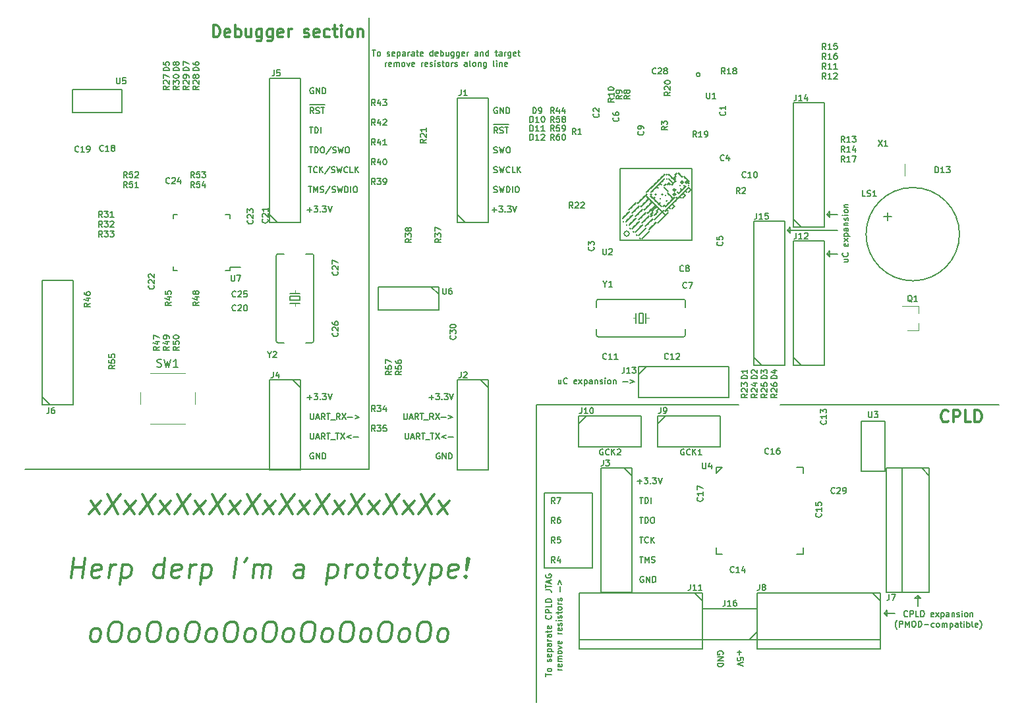
<source format=gbr>
G04 #@! TF.GenerationSoftware,KiCad,Pcbnew,(5.0.0-rc2-dev-319-g0ded476)*
G04 #@! TF.CreationDate,2018-04-17T17:50:58-07:00*
G04 #@! TF.ProjectId,paranoids-hackme-1,706172616E6F6964732D6861636B6D65,A*
G04 #@! TF.SameCoordinates,Original*
G04 #@! TF.FileFunction,Legend,Top*
G04 #@! TF.FilePolarity,Positive*
%FSLAX46Y46*%
G04 Gerber Fmt 4.6, Leading zero omitted, Abs format (unit mm)*
G04 Created by KiCad (PCBNEW (5.0.0-rc2-dev-319-g0ded476)) date Tuesday, April 17, 2018 at 05:50:58 PM*
%MOMM*%
%LPD*%
G01*
G04 APERTURE LIST*
%ADD10C,0.304800*%
%ADD11C,0.200000*%
%ADD12C,0.190500*%
%ADD13C,0.150000*%
%ADD14C,0.120000*%
%ADD15C,0.125000*%
%ADD16C,0.050800*%
%ADD17C,0.152400*%
%ADD18C,0.100000*%
%ADD19C,0.127000*%
G04 APERTURE END LIST*
D10*
X108155800Y-93757447D02*
X109697943Y-92064114D01*
X108367467Y-92064114D02*
X109486276Y-93757447D01*
X110529490Y-91217447D02*
X111905324Y-93757447D01*
X112222824Y-91217447D02*
X110211990Y-93757447D01*
X112631038Y-93757447D02*
X114173181Y-92064114D01*
X112842705Y-92064114D02*
X113961514Y-93757447D01*
X115004729Y-91217447D02*
X116380562Y-93757447D01*
X116698062Y-91217447D02*
X114687229Y-93757447D01*
X117106276Y-93757447D02*
X118648419Y-92064114D01*
X117317943Y-92064114D02*
X118436752Y-93757447D01*
X119479967Y-91217447D02*
X120855800Y-93757447D01*
X121173300Y-91217447D02*
X119162467Y-93757447D01*
X121581514Y-93757447D02*
X123123657Y-92064114D01*
X121793181Y-92064114D02*
X122911990Y-93757447D01*
X123955205Y-91217447D02*
X125331038Y-93757447D01*
X125648538Y-91217447D02*
X123637705Y-93757447D01*
X126056752Y-93757447D02*
X127598895Y-92064114D01*
X126268419Y-92064114D02*
X127387229Y-93757447D01*
X128430443Y-91217447D02*
X129806276Y-93757447D01*
X130123776Y-91217447D02*
X128112943Y-93757447D01*
X130531990Y-93757447D02*
X132074133Y-92064114D01*
X130743657Y-92064114D02*
X131862467Y-93757447D01*
X132905681Y-91217447D02*
X134281514Y-93757447D01*
X134599014Y-91217447D02*
X132588181Y-93757447D01*
X135007229Y-93757447D02*
X136549371Y-92064114D01*
X135218895Y-92064114D02*
X136337705Y-93757447D01*
X137380919Y-91217447D02*
X138756752Y-93757447D01*
X139074252Y-91217447D02*
X137063419Y-93757447D01*
X139482467Y-93757447D02*
X141024610Y-92064114D01*
X139694133Y-92064114D02*
X140812943Y-93757447D01*
X141856157Y-91217447D02*
X143231990Y-93757447D01*
X143549490Y-91217447D02*
X141538657Y-93757447D01*
X143957705Y-93757447D02*
X145499848Y-92064114D01*
X144169371Y-92064114D02*
X145288181Y-93757447D01*
X146331395Y-91217447D02*
X147707229Y-93757447D01*
X148024729Y-91217447D02*
X146013895Y-93757447D01*
X148432943Y-93757447D02*
X149975086Y-92064114D01*
X148644610Y-92064114D02*
X149763419Y-93757447D01*
X150806633Y-91217447D02*
X152182467Y-93757447D01*
X152499967Y-91217447D02*
X150489133Y-93757447D01*
X152908181Y-93757447D02*
X154450324Y-92064114D01*
X153119848Y-92064114D02*
X154238657Y-93757447D01*
X105857705Y-101987047D02*
X106175205Y-99447047D01*
X106024014Y-100656571D02*
X107475443Y-100656571D01*
X107309133Y-101987047D02*
X107626633Y-99447047D01*
X109501395Y-101866095D02*
X109244371Y-101987047D01*
X108760562Y-101987047D01*
X108533776Y-101866095D01*
X108443062Y-101624190D01*
X108564014Y-100656571D01*
X108715205Y-100414666D01*
X108972229Y-100293714D01*
X109456038Y-100293714D01*
X109682824Y-100414666D01*
X109773538Y-100656571D01*
X109743300Y-100898476D01*
X108503538Y-101140380D01*
X110695800Y-101987047D02*
X110907467Y-100293714D01*
X110846990Y-100777523D02*
X110998181Y-100535619D01*
X111134252Y-100414666D01*
X111391276Y-100293714D01*
X111633181Y-100293714D01*
X112479848Y-100293714D02*
X112162348Y-102833714D01*
X112464729Y-100414666D02*
X112721752Y-100293714D01*
X113205562Y-100293714D01*
X113432348Y-100414666D01*
X113538181Y-100535619D01*
X113628895Y-100777523D01*
X113538181Y-101503238D01*
X113386990Y-101745142D01*
X113250919Y-101866095D01*
X112993895Y-101987047D01*
X112510086Y-101987047D01*
X112283300Y-101866095D01*
X117590086Y-101987047D02*
X117907586Y-99447047D01*
X117605205Y-101866095D02*
X117348181Y-101987047D01*
X116864371Y-101987047D01*
X116637586Y-101866095D01*
X116531752Y-101745142D01*
X116441038Y-101503238D01*
X116531752Y-100777523D01*
X116682943Y-100535619D01*
X116819014Y-100414666D01*
X117076038Y-100293714D01*
X117559848Y-100293714D01*
X117786633Y-100414666D01*
X119782348Y-101866095D02*
X119525324Y-101987047D01*
X119041514Y-101987047D01*
X118814729Y-101866095D01*
X118724014Y-101624190D01*
X118844967Y-100656571D01*
X118996157Y-100414666D01*
X119253181Y-100293714D01*
X119736990Y-100293714D01*
X119963776Y-100414666D01*
X120054490Y-100656571D01*
X120024252Y-100898476D01*
X118784490Y-101140380D01*
X120976752Y-101987047D02*
X121188419Y-100293714D01*
X121127943Y-100777523D02*
X121279133Y-100535619D01*
X121415205Y-100414666D01*
X121672229Y-100293714D01*
X121914133Y-100293714D01*
X122760800Y-100293714D02*
X122443300Y-102833714D01*
X122745681Y-100414666D02*
X123002705Y-100293714D01*
X123486514Y-100293714D01*
X123713300Y-100414666D01*
X123819133Y-100535619D01*
X123909848Y-100777523D01*
X123819133Y-101503238D01*
X123667943Y-101745142D01*
X123531871Y-101866095D01*
X123274848Y-101987047D01*
X122791038Y-101987047D01*
X122564252Y-101866095D01*
X126782467Y-101987047D02*
X127099967Y-99447047D01*
X128430443Y-99447047D02*
X128415324Y-99568000D01*
X128264133Y-99809904D01*
X128128062Y-99930857D01*
X129201514Y-101987047D02*
X129413181Y-100293714D01*
X129382943Y-100535619D02*
X129519014Y-100414666D01*
X129776038Y-100293714D01*
X130138895Y-100293714D01*
X130365681Y-100414666D01*
X130456395Y-100656571D01*
X130290086Y-101987047D01*
X130456395Y-100656571D02*
X130607586Y-100414666D01*
X130864610Y-100293714D01*
X131227467Y-100293714D01*
X131454252Y-100414666D01*
X131544967Y-100656571D01*
X131378657Y-101987047D01*
X135611990Y-101987047D02*
X135778300Y-100656571D01*
X135687586Y-100414666D01*
X135460800Y-100293714D01*
X134976990Y-100293714D01*
X134719967Y-100414666D01*
X135627110Y-101866095D02*
X135370086Y-101987047D01*
X134765324Y-101987047D01*
X134538538Y-101866095D01*
X134447824Y-101624190D01*
X134478062Y-101382285D01*
X134629252Y-101140380D01*
X134886276Y-101019428D01*
X135491038Y-101019428D01*
X135748062Y-100898476D01*
X138968419Y-100293714D02*
X138650919Y-102833714D01*
X138953300Y-100414666D02*
X139210324Y-100293714D01*
X139694133Y-100293714D01*
X139920919Y-100414666D01*
X140026752Y-100535619D01*
X140117467Y-100777523D01*
X140026752Y-101503238D01*
X139875562Y-101745142D01*
X139739490Y-101866095D01*
X139482467Y-101987047D01*
X138998657Y-101987047D01*
X138771871Y-101866095D01*
X141054848Y-101987047D02*
X141266514Y-100293714D01*
X141206038Y-100777523D02*
X141357229Y-100535619D01*
X141493300Y-100414666D01*
X141750324Y-100293714D01*
X141992229Y-100293714D01*
X142990086Y-101987047D02*
X142763300Y-101866095D01*
X142657467Y-101745142D01*
X142566752Y-101503238D01*
X142657467Y-100777523D01*
X142808657Y-100535619D01*
X142944729Y-100414666D01*
X143201752Y-100293714D01*
X143564610Y-100293714D01*
X143791395Y-100414666D01*
X143897229Y-100535619D01*
X143987943Y-100777523D01*
X143897229Y-101503238D01*
X143746038Y-101745142D01*
X143609967Y-101866095D01*
X143352943Y-101987047D01*
X142990086Y-101987047D01*
X144774133Y-100293714D02*
X145741752Y-100293714D01*
X145242824Y-99447047D02*
X144970681Y-101624190D01*
X145061395Y-101866095D01*
X145288181Y-101987047D01*
X145530086Y-101987047D01*
X146739610Y-101987047D02*
X146512824Y-101866095D01*
X146406990Y-101745142D01*
X146316276Y-101503238D01*
X146406990Y-100777523D01*
X146558181Y-100535619D01*
X146694252Y-100414666D01*
X146951276Y-100293714D01*
X147314133Y-100293714D01*
X147540919Y-100414666D01*
X147646752Y-100535619D01*
X147737467Y-100777523D01*
X147646752Y-101503238D01*
X147495562Y-101745142D01*
X147359490Y-101866095D01*
X147102467Y-101987047D01*
X146739610Y-101987047D01*
X148523657Y-100293714D02*
X149491276Y-100293714D01*
X148992348Y-99447047D02*
X148720205Y-101624190D01*
X148810919Y-101866095D01*
X149037705Y-101987047D01*
X149279610Y-101987047D01*
X150096038Y-100293714D02*
X150489133Y-101987047D01*
X151305562Y-100293714D02*
X150489133Y-101987047D01*
X150171633Y-102591809D01*
X150035562Y-102712761D01*
X149778538Y-102833714D01*
X152273181Y-100293714D02*
X151955681Y-102833714D01*
X152258062Y-100414666D02*
X152515086Y-100293714D01*
X152998895Y-100293714D01*
X153225681Y-100414666D01*
X153331514Y-100535619D01*
X153422229Y-100777523D01*
X153331514Y-101503238D01*
X153180324Y-101745142D01*
X153044252Y-101866095D01*
X152787229Y-101987047D01*
X152303419Y-101987047D01*
X152076633Y-101866095D01*
X155342348Y-101866095D02*
X155085324Y-101987047D01*
X154601514Y-101987047D01*
X154374729Y-101866095D01*
X154284014Y-101624190D01*
X154404967Y-100656571D01*
X154556157Y-100414666D01*
X154813181Y-100293714D01*
X155296990Y-100293714D01*
X155523776Y-100414666D01*
X155614490Y-100656571D01*
X155584252Y-100898476D01*
X154344490Y-101140380D01*
X156566990Y-101745142D02*
X156672824Y-101866095D01*
X156536752Y-101987047D01*
X156430919Y-101866095D01*
X156566990Y-101745142D01*
X156536752Y-101987047D01*
X156657705Y-101019428D02*
X156718181Y-99568000D01*
X156854252Y-99447047D01*
X156960086Y-99568000D01*
X156657705Y-101019428D01*
X156854252Y-99447047D01*
X108700086Y-110216647D02*
X108473300Y-110095695D01*
X108367467Y-109974742D01*
X108276752Y-109732838D01*
X108367467Y-109007123D01*
X108518657Y-108765219D01*
X108654729Y-108644266D01*
X108911752Y-108523314D01*
X109274610Y-108523314D01*
X109501395Y-108644266D01*
X109607229Y-108765219D01*
X109697943Y-109007123D01*
X109607229Y-109732838D01*
X109456038Y-109974742D01*
X109319967Y-110095695D01*
X109062943Y-110216647D01*
X108700086Y-110216647D01*
X111436633Y-107676647D02*
X111920443Y-107676647D01*
X112147229Y-107797600D01*
X112358895Y-108039504D01*
X112419371Y-108523314D01*
X112313538Y-109369980D01*
X112132110Y-109853790D01*
X111859967Y-110095695D01*
X111602943Y-110216647D01*
X111119133Y-110216647D01*
X110892348Y-110095695D01*
X110680681Y-109853790D01*
X110620205Y-109369980D01*
X110726038Y-108523314D01*
X110907467Y-108039504D01*
X111179610Y-107797600D01*
X111436633Y-107676647D01*
X113659133Y-110216647D02*
X113432348Y-110095695D01*
X113326514Y-109974742D01*
X113235800Y-109732838D01*
X113326514Y-109007123D01*
X113477705Y-108765219D01*
X113613776Y-108644266D01*
X113870800Y-108523314D01*
X114233657Y-108523314D01*
X114460443Y-108644266D01*
X114566276Y-108765219D01*
X114656990Y-109007123D01*
X114566276Y-109732838D01*
X114415086Y-109974742D01*
X114279014Y-110095695D01*
X114021990Y-110216647D01*
X113659133Y-110216647D01*
X116395681Y-107676647D02*
X116879490Y-107676647D01*
X117106276Y-107797600D01*
X117317943Y-108039504D01*
X117378419Y-108523314D01*
X117272586Y-109369980D01*
X117091157Y-109853790D01*
X116819014Y-110095695D01*
X116561990Y-110216647D01*
X116078181Y-110216647D01*
X115851395Y-110095695D01*
X115639729Y-109853790D01*
X115579252Y-109369980D01*
X115685086Y-108523314D01*
X115866514Y-108039504D01*
X116138657Y-107797600D01*
X116395681Y-107676647D01*
X118618181Y-110216647D02*
X118391395Y-110095695D01*
X118285562Y-109974742D01*
X118194848Y-109732838D01*
X118285562Y-109007123D01*
X118436752Y-108765219D01*
X118572824Y-108644266D01*
X118829848Y-108523314D01*
X119192705Y-108523314D01*
X119419490Y-108644266D01*
X119525324Y-108765219D01*
X119616038Y-109007123D01*
X119525324Y-109732838D01*
X119374133Y-109974742D01*
X119238062Y-110095695D01*
X118981038Y-110216647D01*
X118618181Y-110216647D01*
X121354729Y-107676647D02*
X121838538Y-107676647D01*
X122065324Y-107797600D01*
X122276990Y-108039504D01*
X122337467Y-108523314D01*
X122231633Y-109369980D01*
X122050205Y-109853790D01*
X121778062Y-110095695D01*
X121521038Y-110216647D01*
X121037229Y-110216647D01*
X120810443Y-110095695D01*
X120598776Y-109853790D01*
X120538300Y-109369980D01*
X120644133Y-108523314D01*
X120825562Y-108039504D01*
X121097705Y-107797600D01*
X121354729Y-107676647D01*
X123577229Y-110216647D02*
X123350443Y-110095695D01*
X123244610Y-109974742D01*
X123153895Y-109732838D01*
X123244610Y-109007123D01*
X123395800Y-108765219D01*
X123531871Y-108644266D01*
X123788895Y-108523314D01*
X124151752Y-108523314D01*
X124378538Y-108644266D01*
X124484371Y-108765219D01*
X124575086Y-109007123D01*
X124484371Y-109732838D01*
X124333181Y-109974742D01*
X124197109Y-110095695D01*
X123940086Y-110216647D01*
X123577229Y-110216647D01*
X126313776Y-107676647D02*
X126797586Y-107676647D01*
X127024371Y-107797600D01*
X127236038Y-108039504D01*
X127296514Y-108523314D01*
X127190681Y-109369980D01*
X127009252Y-109853790D01*
X126737110Y-110095695D01*
X126480086Y-110216647D01*
X125996276Y-110216647D01*
X125769490Y-110095695D01*
X125557824Y-109853790D01*
X125497348Y-109369980D01*
X125603181Y-108523314D01*
X125784609Y-108039504D01*
X126056752Y-107797600D01*
X126313776Y-107676647D01*
X128536276Y-110216647D02*
X128309490Y-110095695D01*
X128203657Y-109974742D01*
X128112943Y-109732838D01*
X128203657Y-109007123D01*
X128354848Y-108765219D01*
X128490919Y-108644266D01*
X128747943Y-108523314D01*
X129110800Y-108523314D01*
X129337586Y-108644266D01*
X129443419Y-108765219D01*
X129534133Y-109007123D01*
X129443419Y-109732838D01*
X129292229Y-109974742D01*
X129156157Y-110095695D01*
X128899133Y-110216647D01*
X128536276Y-110216647D01*
X131272824Y-107676647D02*
X131756633Y-107676647D01*
X131983419Y-107797600D01*
X132195086Y-108039504D01*
X132255562Y-108523314D01*
X132149729Y-109369980D01*
X131968300Y-109853790D01*
X131696157Y-110095695D01*
X131439133Y-110216647D01*
X130955324Y-110216647D01*
X130728538Y-110095695D01*
X130516871Y-109853790D01*
X130456395Y-109369980D01*
X130562229Y-108523314D01*
X130743657Y-108039504D01*
X131015800Y-107797600D01*
X131272824Y-107676647D01*
X133495324Y-110216647D02*
X133268538Y-110095695D01*
X133162705Y-109974742D01*
X133071990Y-109732838D01*
X133162705Y-109007123D01*
X133313895Y-108765219D01*
X133449967Y-108644266D01*
X133706990Y-108523314D01*
X134069848Y-108523314D01*
X134296633Y-108644266D01*
X134402467Y-108765219D01*
X134493181Y-109007123D01*
X134402467Y-109732838D01*
X134251276Y-109974742D01*
X134115205Y-110095695D01*
X133858181Y-110216647D01*
X133495324Y-110216647D01*
X136231871Y-107676647D02*
X136715681Y-107676647D01*
X136942467Y-107797600D01*
X137154133Y-108039504D01*
X137214610Y-108523314D01*
X137108776Y-109369980D01*
X136927348Y-109853790D01*
X136655205Y-110095695D01*
X136398181Y-110216647D01*
X135914371Y-110216647D01*
X135687586Y-110095695D01*
X135475919Y-109853790D01*
X135415443Y-109369980D01*
X135521276Y-108523314D01*
X135702705Y-108039504D01*
X135974848Y-107797600D01*
X136231871Y-107676647D01*
X138454371Y-110216647D02*
X138227586Y-110095695D01*
X138121752Y-109974742D01*
X138031038Y-109732838D01*
X138121752Y-109007123D01*
X138272943Y-108765219D01*
X138409014Y-108644266D01*
X138666038Y-108523314D01*
X139028895Y-108523314D01*
X139255681Y-108644266D01*
X139361514Y-108765219D01*
X139452229Y-109007123D01*
X139361514Y-109732838D01*
X139210324Y-109974742D01*
X139074252Y-110095695D01*
X138817229Y-110216647D01*
X138454371Y-110216647D01*
X141190919Y-107676647D02*
X141674729Y-107676647D01*
X141901514Y-107797600D01*
X142113181Y-108039504D01*
X142173657Y-108523314D01*
X142067824Y-109369980D01*
X141886395Y-109853790D01*
X141614252Y-110095695D01*
X141357229Y-110216647D01*
X140873419Y-110216647D01*
X140646633Y-110095695D01*
X140434967Y-109853790D01*
X140374490Y-109369980D01*
X140480324Y-108523314D01*
X140661752Y-108039504D01*
X140933895Y-107797600D01*
X141190919Y-107676647D01*
X143413419Y-110216647D02*
X143186633Y-110095695D01*
X143080800Y-109974742D01*
X142990086Y-109732838D01*
X143080800Y-109007123D01*
X143231990Y-108765219D01*
X143368062Y-108644266D01*
X143625086Y-108523314D01*
X143987943Y-108523314D01*
X144214729Y-108644266D01*
X144320562Y-108765219D01*
X144411276Y-109007123D01*
X144320562Y-109732838D01*
X144169371Y-109974742D01*
X144033300Y-110095695D01*
X143776276Y-110216647D01*
X143413419Y-110216647D01*
X146149967Y-107676647D02*
X146633776Y-107676647D01*
X146860562Y-107797600D01*
X147072229Y-108039504D01*
X147132705Y-108523314D01*
X147026871Y-109369980D01*
X146845443Y-109853790D01*
X146573300Y-110095695D01*
X146316276Y-110216647D01*
X145832467Y-110216647D01*
X145605681Y-110095695D01*
X145394014Y-109853790D01*
X145333538Y-109369980D01*
X145439371Y-108523314D01*
X145620800Y-108039504D01*
X145892943Y-107797600D01*
X146149967Y-107676647D01*
X148372467Y-110216647D02*
X148145681Y-110095695D01*
X148039848Y-109974742D01*
X147949133Y-109732838D01*
X148039848Y-109007123D01*
X148191038Y-108765219D01*
X148327110Y-108644266D01*
X148584133Y-108523314D01*
X148946990Y-108523314D01*
X149173776Y-108644266D01*
X149279610Y-108765219D01*
X149370324Y-109007123D01*
X149279610Y-109732838D01*
X149128419Y-109974742D01*
X148992348Y-110095695D01*
X148735324Y-110216647D01*
X148372467Y-110216647D01*
X151109014Y-107676647D02*
X151592824Y-107676647D01*
X151819610Y-107797600D01*
X152031276Y-108039504D01*
X152091752Y-108523314D01*
X151985919Y-109369980D01*
X151804490Y-109853790D01*
X151532348Y-110095695D01*
X151275324Y-110216647D01*
X150791514Y-110216647D01*
X150564729Y-110095695D01*
X150353062Y-109853790D01*
X150292586Y-109369980D01*
X150398419Y-108523314D01*
X150579848Y-108039504D01*
X150851990Y-107797600D01*
X151109014Y-107676647D01*
X153331514Y-110216647D02*
X153104729Y-110095695D01*
X152998895Y-109974742D01*
X152908181Y-109732838D01*
X152998895Y-109007123D01*
X153150086Y-108765219D01*
X153286157Y-108644266D01*
X153543181Y-108523314D01*
X153906038Y-108523314D01*
X154132824Y-108644266D01*
X154238657Y-108765219D01*
X154329371Y-109007123D01*
X154238657Y-109732838D01*
X154087467Y-109974742D01*
X153951395Y-110095695D01*
X153694371Y-110216647D01*
X153331514Y-110216647D01*
X218548857Y-81824285D02*
X218476285Y-81896857D01*
X218258571Y-81969428D01*
X218113428Y-81969428D01*
X217895714Y-81896857D01*
X217750571Y-81751714D01*
X217678000Y-81606571D01*
X217605428Y-81316285D01*
X217605428Y-81098571D01*
X217678000Y-80808285D01*
X217750571Y-80663142D01*
X217895714Y-80518000D01*
X218113428Y-80445428D01*
X218258571Y-80445428D01*
X218476285Y-80518000D01*
X218548857Y-80590571D01*
X219202000Y-81969428D02*
X219202000Y-80445428D01*
X219782571Y-80445428D01*
X219927714Y-80518000D01*
X220000285Y-80590571D01*
X220072857Y-80735714D01*
X220072857Y-80953428D01*
X220000285Y-81098571D01*
X219927714Y-81171142D01*
X219782571Y-81243714D01*
X219202000Y-81243714D01*
X221451714Y-81969428D02*
X220726000Y-81969428D01*
X220726000Y-80445428D01*
X221959714Y-81969428D02*
X221959714Y-80445428D01*
X222322571Y-80445428D01*
X222540285Y-80518000D01*
X222685428Y-80663142D01*
X222758000Y-80808285D01*
X222830571Y-81098571D01*
X222830571Y-81316285D01*
X222758000Y-81606571D01*
X222685428Y-81751714D01*
X222540285Y-81896857D01*
X222322571Y-81969428D01*
X221959714Y-81969428D01*
D11*
X196977000Y-79756000D02*
X197104000Y-79756000D01*
X197104000Y-79756000D02*
X225044000Y-79756000D01*
X165608000Y-79756000D02*
X191643000Y-79756000D01*
X165608000Y-117983000D02*
X165608000Y-79756000D01*
X199136000Y-57277000D02*
X204343000Y-57277000D01*
X199263000Y-57277000D02*
X197866000Y-57277000D01*
X198247000Y-57531000D02*
X198247000Y-57658000D01*
X198247000Y-57658000D02*
X197866000Y-57277000D01*
X197866000Y-57277000D02*
X198247000Y-56896000D01*
X198247000Y-56896000D02*
X198247000Y-57531000D01*
X204343000Y-60325000D02*
X202946000Y-60325000D01*
X203327000Y-60579000D02*
X203327000Y-60706000D01*
X203327000Y-60706000D02*
X202946000Y-60325000D01*
X202946000Y-60325000D02*
X203327000Y-59944000D01*
X203327000Y-59944000D02*
X203327000Y-60579000D01*
X203327000Y-54864000D02*
X203327000Y-55499000D01*
X203327000Y-55499000D02*
X203327000Y-55626000D01*
X203327000Y-55626000D02*
X202946000Y-55245000D01*
X204343000Y-55245000D02*
X202946000Y-55245000D01*
X202946000Y-55245000D02*
X203327000Y-54864000D01*
D12*
X168801142Y-76544714D02*
X168801142Y-77052714D01*
X168474571Y-76544714D02*
X168474571Y-76943857D01*
X168510857Y-77016428D01*
X168583428Y-77052714D01*
X168692285Y-77052714D01*
X168764857Y-77016428D01*
X168801142Y-76980142D01*
X169599428Y-76980142D02*
X169563142Y-77016428D01*
X169454285Y-77052714D01*
X169381714Y-77052714D01*
X169272857Y-77016428D01*
X169200285Y-76943857D01*
X169164000Y-76871285D01*
X169127714Y-76726142D01*
X169127714Y-76617285D01*
X169164000Y-76472142D01*
X169200285Y-76399571D01*
X169272857Y-76327000D01*
X169381714Y-76290714D01*
X169454285Y-76290714D01*
X169563142Y-76327000D01*
X169599428Y-76363285D01*
X170796857Y-77016428D02*
X170724285Y-77052714D01*
X170579142Y-77052714D01*
X170506571Y-77016428D01*
X170470285Y-76943857D01*
X170470285Y-76653571D01*
X170506571Y-76581000D01*
X170579142Y-76544714D01*
X170724285Y-76544714D01*
X170796857Y-76581000D01*
X170833142Y-76653571D01*
X170833142Y-76726142D01*
X170470285Y-76798714D01*
X171087142Y-77052714D02*
X171486285Y-76544714D01*
X171087142Y-76544714D02*
X171486285Y-77052714D01*
X171776571Y-76544714D02*
X171776571Y-77306714D01*
X171776571Y-76581000D02*
X171849142Y-76544714D01*
X171994285Y-76544714D01*
X172066857Y-76581000D01*
X172103142Y-76617285D01*
X172139428Y-76689857D01*
X172139428Y-76907571D01*
X172103142Y-76980142D01*
X172066857Y-77016428D01*
X171994285Y-77052714D01*
X171849142Y-77052714D01*
X171776571Y-77016428D01*
X172792571Y-77052714D02*
X172792571Y-76653571D01*
X172756285Y-76581000D01*
X172683714Y-76544714D01*
X172538571Y-76544714D01*
X172466000Y-76581000D01*
X172792571Y-77016428D02*
X172720000Y-77052714D01*
X172538571Y-77052714D01*
X172466000Y-77016428D01*
X172429714Y-76943857D01*
X172429714Y-76871285D01*
X172466000Y-76798714D01*
X172538571Y-76762428D01*
X172720000Y-76762428D01*
X172792571Y-76726142D01*
X173155428Y-76544714D02*
X173155428Y-77052714D01*
X173155428Y-76617285D02*
X173191714Y-76581000D01*
X173264285Y-76544714D01*
X173373142Y-76544714D01*
X173445714Y-76581000D01*
X173482000Y-76653571D01*
X173482000Y-77052714D01*
X173808571Y-77016428D02*
X173881142Y-77052714D01*
X174026285Y-77052714D01*
X174098857Y-77016428D01*
X174135142Y-76943857D01*
X174135142Y-76907571D01*
X174098857Y-76835000D01*
X174026285Y-76798714D01*
X173917428Y-76798714D01*
X173844857Y-76762428D01*
X173808571Y-76689857D01*
X173808571Y-76653571D01*
X173844857Y-76581000D01*
X173917428Y-76544714D01*
X174026285Y-76544714D01*
X174098857Y-76581000D01*
X174461714Y-77052714D02*
X174461714Y-76544714D01*
X174461714Y-76290714D02*
X174425428Y-76327000D01*
X174461714Y-76363285D01*
X174498000Y-76327000D01*
X174461714Y-76290714D01*
X174461714Y-76363285D01*
X174933428Y-77052714D02*
X174860857Y-77016428D01*
X174824571Y-76980142D01*
X174788285Y-76907571D01*
X174788285Y-76689857D01*
X174824571Y-76617285D01*
X174860857Y-76581000D01*
X174933428Y-76544714D01*
X175042285Y-76544714D01*
X175114857Y-76581000D01*
X175151142Y-76617285D01*
X175187428Y-76689857D01*
X175187428Y-76907571D01*
X175151142Y-76980142D01*
X175114857Y-77016428D01*
X175042285Y-77052714D01*
X174933428Y-77052714D01*
X175514000Y-76544714D02*
X175514000Y-77052714D01*
X175514000Y-76617285D02*
X175550285Y-76581000D01*
X175622857Y-76544714D01*
X175731714Y-76544714D01*
X175804285Y-76581000D01*
X175840571Y-76653571D01*
X175840571Y-77052714D01*
X176711428Y-76798714D02*
X177364571Y-76798714D01*
X177654857Y-76544714D02*
X178235428Y-76762428D01*
X177654857Y-76980142D01*
X205195714Y-61014428D02*
X205703714Y-61014428D01*
X205195714Y-61341000D02*
X205594857Y-61341000D01*
X205667428Y-61304714D01*
X205703714Y-61232142D01*
X205703714Y-61123285D01*
X205667428Y-61050714D01*
X205631142Y-61014428D01*
X205631142Y-60216142D02*
X205667428Y-60252428D01*
X205703714Y-60361285D01*
X205703714Y-60433857D01*
X205667428Y-60542714D01*
X205594857Y-60615285D01*
X205522285Y-60651571D01*
X205377142Y-60687857D01*
X205268285Y-60687857D01*
X205123142Y-60651571D01*
X205050571Y-60615285D01*
X204978000Y-60542714D01*
X204941714Y-60433857D01*
X204941714Y-60361285D01*
X204978000Y-60252428D01*
X205014285Y-60216142D01*
X205667428Y-59018714D02*
X205703714Y-59091285D01*
X205703714Y-59236428D01*
X205667428Y-59309000D01*
X205594857Y-59345285D01*
X205304571Y-59345285D01*
X205232000Y-59309000D01*
X205195714Y-59236428D01*
X205195714Y-59091285D01*
X205232000Y-59018714D01*
X205304571Y-58982428D01*
X205377142Y-58982428D01*
X205449714Y-59345285D01*
X205703714Y-58728428D02*
X205195714Y-58329285D01*
X205195714Y-58728428D02*
X205703714Y-58329285D01*
X205195714Y-58039000D02*
X205957714Y-58039000D01*
X205232000Y-58039000D02*
X205195714Y-57966428D01*
X205195714Y-57821285D01*
X205232000Y-57748714D01*
X205268285Y-57712428D01*
X205340857Y-57676142D01*
X205558571Y-57676142D01*
X205631142Y-57712428D01*
X205667428Y-57748714D01*
X205703714Y-57821285D01*
X205703714Y-57966428D01*
X205667428Y-58039000D01*
X205703714Y-57023000D02*
X205304571Y-57023000D01*
X205232000Y-57059285D01*
X205195714Y-57131857D01*
X205195714Y-57277000D01*
X205232000Y-57349571D01*
X205667428Y-57023000D02*
X205703714Y-57095571D01*
X205703714Y-57277000D01*
X205667428Y-57349571D01*
X205594857Y-57385857D01*
X205522285Y-57385857D01*
X205449714Y-57349571D01*
X205413428Y-57277000D01*
X205413428Y-57095571D01*
X205377142Y-57023000D01*
X205195714Y-56660142D02*
X205703714Y-56660142D01*
X205268285Y-56660142D02*
X205232000Y-56623857D01*
X205195714Y-56551285D01*
X205195714Y-56442428D01*
X205232000Y-56369857D01*
X205304571Y-56333571D01*
X205703714Y-56333571D01*
X205667428Y-56007000D02*
X205703714Y-55934428D01*
X205703714Y-55789285D01*
X205667428Y-55716714D01*
X205594857Y-55680428D01*
X205558571Y-55680428D01*
X205486000Y-55716714D01*
X205449714Y-55789285D01*
X205449714Y-55898142D01*
X205413428Y-55970714D01*
X205340857Y-56007000D01*
X205304571Y-56007000D01*
X205232000Y-55970714D01*
X205195714Y-55898142D01*
X205195714Y-55789285D01*
X205232000Y-55716714D01*
X205703714Y-55353857D02*
X205195714Y-55353857D01*
X204941714Y-55353857D02*
X204978000Y-55390142D01*
X205014285Y-55353857D01*
X204978000Y-55317571D01*
X204941714Y-55353857D01*
X205014285Y-55353857D01*
X205703714Y-54882142D02*
X205667428Y-54954714D01*
X205631142Y-54991000D01*
X205558571Y-55027285D01*
X205340857Y-55027285D01*
X205268285Y-54991000D01*
X205232000Y-54954714D01*
X205195714Y-54882142D01*
X205195714Y-54773285D01*
X205232000Y-54700714D01*
X205268285Y-54664428D01*
X205340857Y-54628142D01*
X205558571Y-54628142D01*
X205631142Y-54664428D01*
X205667428Y-54700714D01*
X205703714Y-54773285D01*
X205703714Y-54882142D01*
X205195714Y-54301571D02*
X205703714Y-54301571D01*
X205268285Y-54301571D02*
X205232000Y-54265285D01*
X205195714Y-54192714D01*
X205195714Y-54083857D01*
X205232000Y-54011285D01*
X205304571Y-53975000D01*
X205703714Y-53975000D01*
X174186396Y-85471000D02*
X174113825Y-85434714D01*
X174004967Y-85434714D01*
X173896110Y-85471000D01*
X173823539Y-85543571D01*
X173787253Y-85616142D01*
X173750967Y-85761285D01*
X173750967Y-85870142D01*
X173787253Y-86015285D01*
X173823539Y-86087857D01*
X173896110Y-86160428D01*
X174004967Y-86196714D01*
X174077539Y-86196714D01*
X174186396Y-86160428D01*
X174222682Y-86124142D01*
X174222682Y-85870142D01*
X174077539Y-85870142D01*
X174984682Y-86124142D02*
X174948396Y-86160428D01*
X174839539Y-86196714D01*
X174766967Y-86196714D01*
X174658110Y-86160428D01*
X174585539Y-86087857D01*
X174549253Y-86015285D01*
X174512967Y-85870142D01*
X174512967Y-85761285D01*
X174549253Y-85616142D01*
X174585539Y-85543571D01*
X174658110Y-85471000D01*
X174766967Y-85434714D01*
X174839539Y-85434714D01*
X174948396Y-85471000D01*
X174984682Y-85507285D01*
X175311253Y-86196714D02*
X175311253Y-85434714D01*
X175746682Y-86196714D02*
X175420110Y-85761285D01*
X175746682Y-85434714D02*
X175311253Y-85870142D01*
X176036967Y-85507285D02*
X176073253Y-85471000D01*
X176145825Y-85434714D01*
X176327253Y-85434714D01*
X176399825Y-85471000D01*
X176436110Y-85507285D01*
X176472396Y-85579857D01*
X176472396Y-85652428D01*
X176436110Y-85761285D01*
X176000682Y-86196714D01*
X176472396Y-86196714D01*
X184600396Y-85471000D02*
X184527825Y-85434714D01*
X184418967Y-85434714D01*
X184310110Y-85471000D01*
X184237539Y-85543571D01*
X184201253Y-85616142D01*
X184164967Y-85761285D01*
X184164967Y-85870142D01*
X184201253Y-86015285D01*
X184237539Y-86087857D01*
X184310110Y-86160428D01*
X184418967Y-86196714D01*
X184491539Y-86196714D01*
X184600396Y-86160428D01*
X184636682Y-86124142D01*
X184636682Y-85870142D01*
X184491539Y-85870142D01*
X185398682Y-86124142D02*
X185362396Y-86160428D01*
X185253539Y-86196714D01*
X185180967Y-86196714D01*
X185072110Y-86160428D01*
X184999539Y-86087857D01*
X184963253Y-86015285D01*
X184926967Y-85870142D01*
X184926967Y-85761285D01*
X184963253Y-85616142D01*
X184999539Y-85543571D01*
X185072110Y-85471000D01*
X185180967Y-85434714D01*
X185253539Y-85434714D01*
X185362396Y-85471000D01*
X185398682Y-85507285D01*
X185725253Y-86196714D02*
X185725253Y-85434714D01*
X186160682Y-86196714D02*
X185834110Y-85761285D01*
X186160682Y-85434714D02*
X185725253Y-85870142D01*
X186886396Y-86196714D02*
X186450967Y-86196714D01*
X186668682Y-86196714D02*
X186668682Y-85434714D01*
X186596110Y-85543571D01*
X186523539Y-85616142D01*
X186450967Y-85652428D01*
D11*
X215011000Y-104648000D02*
X214376000Y-104648000D01*
X214376000Y-104648000D02*
X214249000Y-104648000D01*
X214249000Y-104648000D02*
X214630000Y-104267000D01*
X214630000Y-105664000D02*
X214630000Y-104267000D01*
X214630000Y-104267000D02*
X215011000Y-104648000D01*
X210693000Y-106934000D02*
X210312000Y-106553000D01*
X210693000Y-106807000D02*
X210693000Y-106934000D01*
X210693000Y-106172000D02*
X210693000Y-106807000D01*
X210312000Y-106553000D02*
X210693000Y-106172000D01*
X211709000Y-106553000D02*
X210312000Y-106553000D01*
D12*
X213323714Y-106920392D02*
X213287428Y-106956678D01*
X213178571Y-106992964D01*
X213106000Y-106992964D01*
X212997142Y-106956678D01*
X212924571Y-106884107D01*
X212888285Y-106811535D01*
X212852000Y-106666392D01*
X212852000Y-106557535D01*
X212888285Y-106412392D01*
X212924571Y-106339821D01*
X212997142Y-106267250D01*
X213106000Y-106230964D01*
X213178571Y-106230964D01*
X213287428Y-106267250D01*
X213323714Y-106303535D01*
X213650285Y-106992964D02*
X213650285Y-106230964D01*
X213940571Y-106230964D01*
X214013142Y-106267250D01*
X214049428Y-106303535D01*
X214085714Y-106376107D01*
X214085714Y-106484964D01*
X214049428Y-106557535D01*
X214013142Y-106593821D01*
X213940571Y-106630107D01*
X213650285Y-106630107D01*
X214775142Y-106992964D02*
X214412285Y-106992964D01*
X214412285Y-106230964D01*
X215029142Y-106992964D02*
X215029142Y-106230964D01*
X215210571Y-106230964D01*
X215319428Y-106267250D01*
X215392000Y-106339821D01*
X215428285Y-106412392D01*
X215464571Y-106557535D01*
X215464571Y-106666392D01*
X215428285Y-106811535D01*
X215392000Y-106884107D01*
X215319428Y-106956678D01*
X215210571Y-106992964D01*
X215029142Y-106992964D01*
X216662000Y-106956678D02*
X216589428Y-106992964D01*
X216444285Y-106992964D01*
X216371714Y-106956678D01*
X216335428Y-106884107D01*
X216335428Y-106593821D01*
X216371714Y-106521250D01*
X216444285Y-106484964D01*
X216589428Y-106484964D01*
X216662000Y-106521250D01*
X216698285Y-106593821D01*
X216698285Y-106666392D01*
X216335428Y-106738964D01*
X216952285Y-106992964D02*
X217351428Y-106484964D01*
X216952285Y-106484964D02*
X217351428Y-106992964D01*
X217641714Y-106484964D02*
X217641714Y-107246964D01*
X217641714Y-106521250D02*
X217714285Y-106484964D01*
X217859428Y-106484964D01*
X217932000Y-106521250D01*
X217968285Y-106557535D01*
X218004571Y-106630107D01*
X218004571Y-106847821D01*
X217968285Y-106920392D01*
X217932000Y-106956678D01*
X217859428Y-106992964D01*
X217714285Y-106992964D01*
X217641714Y-106956678D01*
X218657714Y-106992964D02*
X218657714Y-106593821D01*
X218621428Y-106521250D01*
X218548857Y-106484964D01*
X218403714Y-106484964D01*
X218331142Y-106521250D01*
X218657714Y-106956678D02*
X218585142Y-106992964D01*
X218403714Y-106992964D01*
X218331142Y-106956678D01*
X218294857Y-106884107D01*
X218294857Y-106811535D01*
X218331142Y-106738964D01*
X218403714Y-106702678D01*
X218585142Y-106702678D01*
X218657714Y-106666392D01*
X219020571Y-106484964D02*
X219020571Y-106992964D01*
X219020571Y-106557535D02*
X219056857Y-106521250D01*
X219129428Y-106484964D01*
X219238285Y-106484964D01*
X219310857Y-106521250D01*
X219347142Y-106593821D01*
X219347142Y-106992964D01*
X219673714Y-106956678D02*
X219746285Y-106992964D01*
X219891428Y-106992964D01*
X219964000Y-106956678D01*
X220000285Y-106884107D01*
X220000285Y-106847821D01*
X219964000Y-106775250D01*
X219891428Y-106738964D01*
X219782571Y-106738964D01*
X219710000Y-106702678D01*
X219673714Y-106630107D01*
X219673714Y-106593821D01*
X219710000Y-106521250D01*
X219782571Y-106484964D01*
X219891428Y-106484964D01*
X219964000Y-106521250D01*
X220326857Y-106992964D02*
X220326857Y-106484964D01*
X220326857Y-106230964D02*
X220290571Y-106267250D01*
X220326857Y-106303535D01*
X220363142Y-106267250D01*
X220326857Y-106230964D01*
X220326857Y-106303535D01*
X220798571Y-106992964D02*
X220726000Y-106956678D01*
X220689714Y-106920392D01*
X220653428Y-106847821D01*
X220653428Y-106630107D01*
X220689714Y-106557535D01*
X220726000Y-106521250D01*
X220798571Y-106484964D01*
X220907428Y-106484964D01*
X220980000Y-106521250D01*
X221016285Y-106557535D01*
X221052571Y-106630107D01*
X221052571Y-106847821D01*
X221016285Y-106920392D01*
X220980000Y-106956678D01*
X220907428Y-106992964D01*
X220798571Y-106992964D01*
X221379142Y-106484964D02*
X221379142Y-106992964D01*
X221379142Y-106557535D02*
X221415428Y-106521250D01*
X221488000Y-106484964D01*
X221596857Y-106484964D01*
X221669428Y-106521250D01*
X221705714Y-106593821D01*
X221705714Y-106992964D01*
X211981142Y-108616750D02*
X211944857Y-108580464D01*
X211872285Y-108471607D01*
X211836000Y-108399035D01*
X211799714Y-108290178D01*
X211763428Y-108108750D01*
X211763428Y-107963607D01*
X211799714Y-107782178D01*
X211836000Y-107673321D01*
X211872285Y-107600750D01*
X211944857Y-107491892D01*
X211981142Y-107455607D01*
X212271428Y-108326464D02*
X212271428Y-107564464D01*
X212561714Y-107564464D01*
X212634285Y-107600750D01*
X212670571Y-107637035D01*
X212706857Y-107709607D01*
X212706857Y-107818464D01*
X212670571Y-107891035D01*
X212634285Y-107927321D01*
X212561714Y-107963607D01*
X212271428Y-107963607D01*
X213033428Y-108326464D02*
X213033428Y-107564464D01*
X213287428Y-108108750D01*
X213541428Y-107564464D01*
X213541428Y-108326464D01*
X214049428Y-107564464D02*
X214194571Y-107564464D01*
X214267142Y-107600750D01*
X214339714Y-107673321D01*
X214376000Y-107818464D01*
X214376000Y-108072464D01*
X214339714Y-108217607D01*
X214267142Y-108290178D01*
X214194571Y-108326464D01*
X214049428Y-108326464D01*
X213976857Y-108290178D01*
X213904285Y-108217607D01*
X213868000Y-108072464D01*
X213868000Y-107818464D01*
X213904285Y-107673321D01*
X213976857Y-107600750D01*
X214049428Y-107564464D01*
X214702571Y-108326464D02*
X214702571Y-107564464D01*
X214884000Y-107564464D01*
X214992857Y-107600750D01*
X215065428Y-107673321D01*
X215101714Y-107745892D01*
X215138000Y-107891035D01*
X215138000Y-107999892D01*
X215101714Y-108145035D01*
X215065428Y-108217607D01*
X214992857Y-108290178D01*
X214884000Y-108326464D01*
X214702571Y-108326464D01*
X215464571Y-108036178D02*
X216045142Y-108036178D01*
X216734571Y-108290178D02*
X216662000Y-108326464D01*
X216516857Y-108326464D01*
X216444285Y-108290178D01*
X216408000Y-108253892D01*
X216371714Y-108181321D01*
X216371714Y-107963607D01*
X216408000Y-107891035D01*
X216444285Y-107854750D01*
X216516857Y-107818464D01*
X216662000Y-107818464D01*
X216734571Y-107854750D01*
X217170000Y-108326464D02*
X217097428Y-108290178D01*
X217061142Y-108253892D01*
X217024857Y-108181321D01*
X217024857Y-107963607D01*
X217061142Y-107891035D01*
X217097428Y-107854750D01*
X217170000Y-107818464D01*
X217278857Y-107818464D01*
X217351428Y-107854750D01*
X217387714Y-107891035D01*
X217424000Y-107963607D01*
X217424000Y-108181321D01*
X217387714Y-108253892D01*
X217351428Y-108290178D01*
X217278857Y-108326464D01*
X217170000Y-108326464D01*
X217750571Y-108326464D02*
X217750571Y-107818464D01*
X217750571Y-107891035D02*
X217786857Y-107854750D01*
X217859428Y-107818464D01*
X217968285Y-107818464D01*
X218040857Y-107854750D01*
X218077142Y-107927321D01*
X218077142Y-108326464D01*
X218077142Y-107927321D02*
X218113428Y-107854750D01*
X218186000Y-107818464D01*
X218294857Y-107818464D01*
X218367428Y-107854750D01*
X218403714Y-107927321D01*
X218403714Y-108326464D01*
X218766571Y-107818464D02*
X218766571Y-108580464D01*
X218766571Y-107854750D02*
X218839142Y-107818464D01*
X218984285Y-107818464D01*
X219056857Y-107854750D01*
X219093142Y-107891035D01*
X219129428Y-107963607D01*
X219129428Y-108181321D01*
X219093142Y-108253892D01*
X219056857Y-108290178D01*
X218984285Y-108326464D01*
X218839142Y-108326464D01*
X218766571Y-108290178D01*
X219782571Y-108326464D02*
X219782571Y-107927321D01*
X219746285Y-107854750D01*
X219673714Y-107818464D01*
X219528571Y-107818464D01*
X219456000Y-107854750D01*
X219782571Y-108290178D02*
X219710000Y-108326464D01*
X219528571Y-108326464D01*
X219456000Y-108290178D01*
X219419714Y-108217607D01*
X219419714Y-108145035D01*
X219456000Y-108072464D01*
X219528571Y-108036178D01*
X219710000Y-108036178D01*
X219782571Y-107999892D01*
X220036571Y-107818464D02*
X220326857Y-107818464D01*
X220145428Y-107564464D02*
X220145428Y-108217607D01*
X220181714Y-108290178D01*
X220254285Y-108326464D01*
X220326857Y-108326464D01*
X220580857Y-108326464D02*
X220580857Y-107818464D01*
X220580857Y-107564464D02*
X220544571Y-107600750D01*
X220580857Y-107637035D01*
X220617142Y-107600750D01*
X220580857Y-107564464D01*
X220580857Y-107637035D01*
X220943714Y-108326464D02*
X220943714Y-107564464D01*
X220943714Y-107854750D02*
X221016285Y-107818464D01*
X221161428Y-107818464D01*
X221234000Y-107854750D01*
X221270285Y-107891035D01*
X221306571Y-107963607D01*
X221306571Y-108181321D01*
X221270285Y-108253892D01*
X221234000Y-108290178D01*
X221161428Y-108326464D01*
X221016285Y-108326464D01*
X220943714Y-108290178D01*
X221742000Y-108326464D02*
X221669428Y-108290178D01*
X221633142Y-108217607D01*
X221633142Y-107564464D01*
X222322571Y-108290178D02*
X222250000Y-108326464D01*
X222104857Y-108326464D01*
X222032285Y-108290178D01*
X221996000Y-108217607D01*
X221996000Y-107927321D01*
X222032285Y-107854750D01*
X222104857Y-107818464D01*
X222250000Y-107818464D01*
X222322571Y-107854750D01*
X222358857Y-107927321D01*
X222358857Y-107999892D01*
X221996000Y-108072464D01*
X222612857Y-108616750D02*
X222649142Y-108580464D01*
X222721714Y-108471607D01*
X222758000Y-108399035D01*
X222794285Y-108290178D01*
X222830571Y-108108750D01*
X222830571Y-107963607D01*
X222794285Y-107782178D01*
X222758000Y-107673321D01*
X222721714Y-107600750D01*
X222649142Y-107491892D01*
X222612857Y-107455607D01*
X189611000Y-111829396D02*
X189647285Y-111756825D01*
X189647285Y-111647967D01*
X189611000Y-111539110D01*
X189538428Y-111466539D01*
X189465857Y-111430253D01*
X189320714Y-111393967D01*
X189211857Y-111393967D01*
X189066714Y-111430253D01*
X188994142Y-111466539D01*
X188921571Y-111539110D01*
X188885285Y-111647967D01*
X188885285Y-111720539D01*
X188921571Y-111829396D01*
X188957857Y-111865682D01*
X189211857Y-111865682D01*
X189211857Y-111720539D01*
X188885285Y-112192253D02*
X189647285Y-112192253D01*
X188885285Y-112627682D01*
X189647285Y-112627682D01*
X188885285Y-112990539D02*
X189647285Y-112990539D01*
X189647285Y-113171967D01*
X189611000Y-113280825D01*
X189538428Y-113353396D01*
X189465857Y-113389682D01*
X189320714Y-113425967D01*
X189211857Y-113425967D01*
X189066714Y-113389682D01*
X188994142Y-113353396D01*
X188921571Y-113280825D01*
X188885285Y-113171967D01*
X188885285Y-112990539D01*
X191715571Y-111303253D02*
X191715571Y-111883825D01*
X191425285Y-111593539D02*
X192005857Y-111593539D01*
X192187285Y-112609539D02*
X192187285Y-112246682D01*
X191824428Y-112210396D01*
X191860714Y-112246682D01*
X191897000Y-112319253D01*
X191897000Y-112500682D01*
X191860714Y-112573253D01*
X191824428Y-112609539D01*
X191751857Y-112645825D01*
X191570428Y-112645825D01*
X191497857Y-112609539D01*
X191461571Y-112573253D01*
X191425285Y-112500682D01*
X191425285Y-112319253D01*
X191461571Y-112246682D01*
X191497857Y-112210396D01*
X192187285Y-112863539D02*
X191425285Y-113117539D01*
X192187285Y-113371539D01*
X166809964Y-114699142D02*
X166809964Y-114263714D01*
X167571964Y-114481428D02*
X166809964Y-114481428D01*
X167571964Y-113900857D02*
X167535678Y-113973428D01*
X167499392Y-114009714D01*
X167426821Y-114046000D01*
X167209107Y-114046000D01*
X167136535Y-114009714D01*
X167100250Y-113973428D01*
X167063964Y-113900857D01*
X167063964Y-113792000D01*
X167100250Y-113719428D01*
X167136535Y-113683142D01*
X167209107Y-113646857D01*
X167426821Y-113646857D01*
X167499392Y-113683142D01*
X167535678Y-113719428D01*
X167571964Y-113792000D01*
X167571964Y-113900857D01*
X167535678Y-112776000D02*
X167571964Y-112703428D01*
X167571964Y-112558285D01*
X167535678Y-112485714D01*
X167463107Y-112449428D01*
X167426821Y-112449428D01*
X167354250Y-112485714D01*
X167317964Y-112558285D01*
X167317964Y-112667142D01*
X167281678Y-112739714D01*
X167209107Y-112776000D01*
X167172821Y-112776000D01*
X167100250Y-112739714D01*
X167063964Y-112667142D01*
X167063964Y-112558285D01*
X167100250Y-112485714D01*
X167535678Y-111832571D02*
X167571964Y-111905142D01*
X167571964Y-112050285D01*
X167535678Y-112122857D01*
X167463107Y-112159142D01*
X167172821Y-112159142D01*
X167100250Y-112122857D01*
X167063964Y-112050285D01*
X167063964Y-111905142D01*
X167100250Y-111832571D01*
X167172821Y-111796285D01*
X167245392Y-111796285D01*
X167317964Y-112159142D01*
X167063964Y-111469714D02*
X167825964Y-111469714D01*
X167100250Y-111469714D02*
X167063964Y-111397142D01*
X167063964Y-111252000D01*
X167100250Y-111179428D01*
X167136535Y-111143142D01*
X167209107Y-111106857D01*
X167426821Y-111106857D01*
X167499392Y-111143142D01*
X167535678Y-111179428D01*
X167571964Y-111252000D01*
X167571964Y-111397142D01*
X167535678Y-111469714D01*
X167571964Y-110453714D02*
X167172821Y-110453714D01*
X167100250Y-110490000D01*
X167063964Y-110562571D01*
X167063964Y-110707714D01*
X167100250Y-110780285D01*
X167535678Y-110453714D02*
X167571964Y-110526285D01*
X167571964Y-110707714D01*
X167535678Y-110780285D01*
X167463107Y-110816571D01*
X167390535Y-110816571D01*
X167317964Y-110780285D01*
X167281678Y-110707714D01*
X167281678Y-110526285D01*
X167245392Y-110453714D01*
X167571964Y-110090857D02*
X167063964Y-110090857D01*
X167209107Y-110090857D02*
X167136535Y-110054571D01*
X167100250Y-110018285D01*
X167063964Y-109945714D01*
X167063964Y-109873142D01*
X167571964Y-109292571D02*
X167172821Y-109292571D01*
X167100250Y-109328857D01*
X167063964Y-109401428D01*
X167063964Y-109546571D01*
X167100250Y-109619142D01*
X167535678Y-109292571D02*
X167571964Y-109365142D01*
X167571964Y-109546571D01*
X167535678Y-109619142D01*
X167463107Y-109655428D01*
X167390535Y-109655428D01*
X167317964Y-109619142D01*
X167281678Y-109546571D01*
X167281678Y-109365142D01*
X167245392Y-109292571D01*
X167063964Y-109038571D02*
X167063964Y-108748285D01*
X166809964Y-108929714D02*
X167463107Y-108929714D01*
X167535678Y-108893428D01*
X167571964Y-108820857D01*
X167571964Y-108748285D01*
X167535678Y-108204000D02*
X167571964Y-108276571D01*
X167571964Y-108421714D01*
X167535678Y-108494285D01*
X167463107Y-108530571D01*
X167172821Y-108530571D01*
X167100250Y-108494285D01*
X167063964Y-108421714D01*
X167063964Y-108276571D01*
X167100250Y-108204000D01*
X167172821Y-108167714D01*
X167245392Y-108167714D01*
X167317964Y-108530571D01*
X167499392Y-106825142D02*
X167535678Y-106861428D01*
X167571964Y-106970285D01*
X167571964Y-107042857D01*
X167535678Y-107151714D01*
X167463107Y-107224285D01*
X167390535Y-107260571D01*
X167245392Y-107296857D01*
X167136535Y-107296857D01*
X166991392Y-107260571D01*
X166918821Y-107224285D01*
X166846250Y-107151714D01*
X166809964Y-107042857D01*
X166809964Y-106970285D01*
X166846250Y-106861428D01*
X166882535Y-106825142D01*
X167571964Y-106498571D02*
X166809964Y-106498571D01*
X166809964Y-106208285D01*
X166846250Y-106135714D01*
X166882535Y-106099428D01*
X166955107Y-106063142D01*
X167063964Y-106063142D01*
X167136535Y-106099428D01*
X167172821Y-106135714D01*
X167209107Y-106208285D01*
X167209107Y-106498571D01*
X167571964Y-105373714D02*
X167571964Y-105736571D01*
X166809964Y-105736571D01*
X167571964Y-105119714D02*
X166809964Y-105119714D01*
X166809964Y-104938285D01*
X166846250Y-104829428D01*
X166918821Y-104756857D01*
X166991392Y-104720571D01*
X167136535Y-104684285D01*
X167245392Y-104684285D01*
X167390535Y-104720571D01*
X167463107Y-104756857D01*
X167535678Y-104829428D01*
X167571964Y-104938285D01*
X167571964Y-105119714D01*
X166809964Y-103559428D02*
X167354250Y-103559428D01*
X167463107Y-103595714D01*
X167535678Y-103668285D01*
X167571964Y-103777142D01*
X167571964Y-103849714D01*
X166809964Y-103305428D02*
X166809964Y-102870000D01*
X167571964Y-103087714D02*
X166809964Y-103087714D01*
X167354250Y-102652285D02*
X167354250Y-102289428D01*
X167571964Y-102724857D02*
X166809964Y-102470857D01*
X167571964Y-102216857D01*
X166846250Y-101563714D02*
X166809964Y-101636285D01*
X166809964Y-101745142D01*
X166846250Y-101854000D01*
X166918821Y-101926571D01*
X166991392Y-101962857D01*
X167136535Y-101999142D01*
X167245392Y-101999142D01*
X167390535Y-101962857D01*
X167463107Y-101926571D01*
X167535678Y-101854000D01*
X167571964Y-101745142D01*
X167571964Y-101672571D01*
X167535678Y-101563714D01*
X167499392Y-101527428D01*
X167245392Y-101527428D01*
X167245392Y-101672571D01*
X168905464Y-113882714D02*
X168397464Y-113882714D01*
X168542607Y-113882714D02*
X168470035Y-113846428D01*
X168433750Y-113810142D01*
X168397464Y-113737571D01*
X168397464Y-113665000D01*
X168869178Y-113120714D02*
X168905464Y-113193285D01*
X168905464Y-113338428D01*
X168869178Y-113411000D01*
X168796607Y-113447285D01*
X168506321Y-113447285D01*
X168433750Y-113411000D01*
X168397464Y-113338428D01*
X168397464Y-113193285D01*
X168433750Y-113120714D01*
X168506321Y-113084428D01*
X168578892Y-113084428D01*
X168651464Y-113447285D01*
X168905464Y-112757857D02*
X168397464Y-112757857D01*
X168470035Y-112757857D02*
X168433750Y-112721571D01*
X168397464Y-112649000D01*
X168397464Y-112540142D01*
X168433750Y-112467571D01*
X168506321Y-112431285D01*
X168905464Y-112431285D01*
X168506321Y-112431285D02*
X168433750Y-112395000D01*
X168397464Y-112322428D01*
X168397464Y-112213571D01*
X168433750Y-112141000D01*
X168506321Y-112104714D01*
X168905464Y-112104714D01*
X168905464Y-111633000D02*
X168869178Y-111705571D01*
X168832892Y-111741857D01*
X168760321Y-111778142D01*
X168542607Y-111778142D01*
X168470035Y-111741857D01*
X168433750Y-111705571D01*
X168397464Y-111633000D01*
X168397464Y-111524142D01*
X168433750Y-111451571D01*
X168470035Y-111415285D01*
X168542607Y-111379000D01*
X168760321Y-111379000D01*
X168832892Y-111415285D01*
X168869178Y-111451571D01*
X168905464Y-111524142D01*
X168905464Y-111633000D01*
X168397464Y-111125000D02*
X168905464Y-110943571D01*
X168397464Y-110762142D01*
X168869178Y-110181571D02*
X168905464Y-110254142D01*
X168905464Y-110399285D01*
X168869178Y-110471857D01*
X168796607Y-110508142D01*
X168506321Y-110508142D01*
X168433750Y-110471857D01*
X168397464Y-110399285D01*
X168397464Y-110254142D01*
X168433750Y-110181571D01*
X168506321Y-110145285D01*
X168578892Y-110145285D01*
X168651464Y-110508142D01*
X168905464Y-109238142D02*
X168397464Y-109238142D01*
X168542607Y-109238142D02*
X168470035Y-109201857D01*
X168433750Y-109165571D01*
X168397464Y-109093000D01*
X168397464Y-109020428D01*
X168869178Y-108476142D02*
X168905464Y-108548714D01*
X168905464Y-108693857D01*
X168869178Y-108766428D01*
X168796607Y-108802714D01*
X168506321Y-108802714D01*
X168433750Y-108766428D01*
X168397464Y-108693857D01*
X168397464Y-108548714D01*
X168433750Y-108476142D01*
X168506321Y-108439857D01*
X168578892Y-108439857D01*
X168651464Y-108802714D01*
X168869178Y-108149571D02*
X168905464Y-108077000D01*
X168905464Y-107931857D01*
X168869178Y-107859285D01*
X168796607Y-107823000D01*
X168760321Y-107823000D01*
X168687750Y-107859285D01*
X168651464Y-107931857D01*
X168651464Y-108040714D01*
X168615178Y-108113285D01*
X168542607Y-108149571D01*
X168506321Y-108149571D01*
X168433750Y-108113285D01*
X168397464Y-108040714D01*
X168397464Y-107931857D01*
X168433750Y-107859285D01*
X168905464Y-107496428D02*
X168397464Y-107496428D01*
X168143464Y-107496428D02*
X168179750Y-107532714D01*
X168216035Y-107496428D01*
X168179750Y-107460142D01*
X168143464Y-107496428D01*
X168216035Y-107496428D01*
X168869178Y-107169857D02*
X168905464Y-107097285D01*
X168905464Y-106952142D01*
X168869178Y-106879571D01*
X168796607Y-106843285D01*
X168760321Y-106843285D01*
X168687750Y-106879571D01*
X168651464Y-106952142D01*
X168651464Y-107061000D01*
X168615178Y-107133571D01*
X168542607Y-107169857D01*
X168506321Y-107169857D01*
X168433750Y-107133571D01*
X168397464Y-107061000D01*
X168397464Y-106952142D01*
X168433750Y-106879571D01*
X168397464Y-106625571D02*
X168397464Y-106335285D01*
X168143464Y-106516714D02*
X168796607Y-106516714D01*
X168869178Y-106480428D01*
X168905464Y-106407857D01*
X168905464Y-106335285D01*
X168905464Y-105972428D02*
X168869178Y-106045000D01*
X168832892Y-106081285D01*
X168760321Y-106117571D01*
X168542607Y-106117571D01*
X168470035Y-106081285D01*
X168433750Y-106045000D01*
X168397464Y-105972428D01*
X168397464Y-105863571D01*
X168433750Y-105791000D01*
X168470035Y-105754714D01*
X168542607Y-105718428D01*
X168760321Y-105718428D01*
X168832892Y-105754714D01*
X168869178Y-105791000D01*
X168905464Y-105863571D01*
X168905464Y-105972428D01*
X168905464Y-105391857D02*
X168397464Y-105391857D01*
X168542607Y-105391857D02*
X168470035Y-105355571D01*
X168433750Y-105319285D01*
X168397464Y-105246714D01*
X168397464Y-105174142D01*
X168869178Y-104956428D02*
X168905464Y-104883857D01*
X168905464Y-104738714D01*
X168869178Y-104666142D01*
X168796607Y-104629857D01*
X168760321Y-104629857D01*
X168687750Y-104666142D01*
X168651464Y-104738714D01*
X168651464Y-104847571D01*
X168615178Y-104920142D01*
X168542607Y-104956428D01*
X168506321Y-104956428D01*
X168433750Y-104920142D01*
X168397464Y-104847571D01*
X168397464Y-104738714D01*
X168433750Y-104666142D01*
X168651464Y-103795285D02*
X168651464Y-103142142D01*
X168397464Y-102851857D02*
X168615178Y-102271285D01*
X168832892Y-102851857D01*
D11*
X172847000Y-91059000D02*
X166624000Y-91059000D01*
X172847000Y-100711000D02*
X172847000Y-91059000D01*
X166624000Y-100711000D02*
X172847000Y-100711000D01*
X166624000Y-91059000D02*
X166624000Y-100711000D01*
D12*
X178885396Y-91657714D02*
X179320825Y-91657714D01*
X179103110Y-92419714D02*
X179103110Y-91657714D01*
X179574825Y-92419714D02*
X179574825Y-91657714D01*
X179756253Y-91657714D01*
X179865110Y-91694000D01*
X179937682Y-91766571D01*
X179973967Y-91839142D01*
X180010253Y-91984285D01*
X180010253Y-92093142D01*
X179973967Y-92238285D01*
X179937682Y-92310857D01*
X179865110Y-92383428D01*
X179756253Y-92419714D01*
X179574825Y-92419714D01*
X180336825Y-92419714D02*
X180336825Y-91657714D01*
X178885396Y-94197714D02*
X179320825Y-94197714D01*
X179103110Y-94959714D02*
X179103110Y-94197714D01*
X179574825Y-94959714D02*
X179574825Y-94197714D01*
X179756253Y-94197714D01*
X179865110Y-94234000D01*
X179937682Y-94306571D01*
X179973967Y-94379142D01*
X180010253Y-94524285D01*
X180010253Y-94633142D01*
X179973967Y-94778285D01*
X179937682Y-94850857D01*
X179865110Y-94923428D01*
X179756253Y-94959714D01*
X179574825Y-94959714D01*
X180481967Y-94197714D02*
X180627110Y-94197714D01*
X180699682Y-94234000D01*
X180772253Y-94306571D01*
X180808539Y-94451714D01*
X180808539Y-94705714D01*
X180772253Y-94850857D01*
X180699682Y-94923428D01*
X180627110Y-94959714D01*
X180481967Y-94959714D01*
X180409396Y-94923428D01*
X180336825Y-94850857D01*
X180300539Y-94705714D01*
X180300539Y-94451714D01*
X180336825Y-94306571D01*
X180409396Y-94234000D01*
X180481967Y-94197714D01*
X178885396Y-96737714D02*
X179320825Y-96737714D01*
X179103110Y-97499714D02*
X179103110Y-96737714D01*
X180010253Y-97427142D02*
X179973967Y-97463428D01*
X179865110Y-97499714D01*
X179792539Y-97499714D01*
X179683682Y-97463428D01*
X179611110Y-97390857D01*
X179574825Y-97318285D01*
X179538539Y-97173142D01*
X179538539Y-97064285D01*
X179574825Y-96919142D01*
X179611110Y-96846571D01*
X179683682Y-96774000D01*
X179792539Y-96737714D01*
X179865110Y-96737714D01*
X179973967Y-96774000D01*
X180010253Y-96810285D01*
X180336825Y-97499714D02*
X180336825Y-96737714D01*
X180772253Y-97499714D02*
X180445682Y-97064285D01*
X180772253Y-96737714D02*
X180336825Y-97173142D01*
X178885396Y-99277714D02*
X179320825Y-99277714D01*
X179103110Y-100039714D02*
X179103110Y-99277714D01*
X179574825Y-100039714D02*
X179574825Y-99277714D01*
X179828825Y-99822000D01*
X180082825Y-99277714D01*
X180082825Y-100039714D01*
X180409396Y-100003428D02*
X180518253Y-100039714D01*
X180699682Y-100039714D01*
X180772253Y-100003428D01*
X180808539Y-99967142D01*
X180844825Y-99894571D01*
X180844825Y-99822000D01*
X180808539Y-99749428D01*
X180772253Y-99713142D01*
X180699682Y-99676857D01*
X180554539Y-99640571D01*
X180481967Y-99604285D01*
X180445682Y-99568000D01*
X180409396Y-99495428D01*
X180409396Y-99422857D01*
X180445682Y-99350285D01*
X180481967Y-99314000D01*
X180554539Y-99277714D01*
X180735967Y-99277714D01*
X180844825Y-99314000D01*
X179393396Y-101854000D02*
X179320825Y-101817714D01*
X179211967Y-101817714D01*
X179103110Y-101854000D01*
X179030539Y-101926571D01*
X178994253Y-101999142D01*
X178957967Y-102144285D01*
X178957967Y-102253142D01*
X178994253Y-102398285D01*
X179030539Y-102470857D01*
X179103110Y-102543428D01*
X179211967Y-102579714D01*
X179284539Y-102579714D01*
X179393396Y-102543428D01*
X179429682Y-102507142D01*
X179429682Y-102253142D01*
X179284539Y-102253142D01*
X179756253Y-102579714D02*
X179756253Y-101817714D01*
X180191682Y-102579714D01*
X180191682Y-101817714D01*
X180554539Y-102579714D02*
X180554539Y-101817714D01*
X180735967Y-101817714D01*
X180844825Y-101854000D01*
X180917396Y-101926571D01*
X180953682Y-101999142D01*
X180989967Y-102144285D01*
X180989967Y-102253142D01*
X180953682Y-102398285D01*
X180917396Y-102470857D01*
X180844825Y-102543428D01*
X180735967Y-102579714D01*
X180554539Y-102579714D01*
X178613253Y-89589428D02*
X179193825Y-89589428D01*
X178903539Y-89879714D02*
X178903539Y-89299142D01*
X179484110Y-89117714D02*
X179955825Y-89117714D01*
X179701825Y-89408000D01*
X179810682Y-89408000D01*
X179883253Y-89444285D01*
X179919539Y-89480571D01*
X179955825Y-89553142D01*
X179955825Y-89734571D01*
X179919539Y-89807142D01*
X179883253Y-89843428D01*
X179810682Y-89879714D01*
X179592967Y-89879714D01*
X179520396Y-89843428D01*
X179484110Y-89807142D01*
X180282396Y-89807142D02*
X180318682Y-89843428D01*
X180282396Y-89879714D01*
X180246110Y-89843428D01*
X180282396Y-89807142D01*
X180282396Y-89879714D01*
X180572682Y-89117714D02*
X181044396Y-89117714D01*
X180790396Y-89408000D01*
X180899253Y-89408000D01*
X180971825Y-89444285D01*
X181008110Y-89480571D01*
X181044396Y-89553142D01*
X181044396Y-89734571D01*
X181008110Y-89807142D01*
X180971825Y-89843428D01*
X180899253Y-89879714D01*
X180681539Y-89879714D01*
X180608967Y-89843428D01*
X180572682Y-89807142D01*
X181262110Y-89117714D02*
X181516110Y-89879714D01*
X181770110Y-89117714D01*
X144544142Y-34094964D02*
X144979571Y-34094964D01*
X144761857Y-34856964D02*
X144761857Y-34094964D01*
X145342428Y-34856964D02*
X145269857Y-34820678D01*
X145233571Y-34784392D01*
X145197285Y-34711821D01*
X145197285Y-34494107D01*
X145233571Y-34421535D01*
X145269857Y-34385250D01*
X145342428Y-34348964D01*
X145451285Y-34348964D01*
X145523857Y-34385250D01*
X145560142Y-34421535D01*
X145596428Y-34494107D01*
X145596428Y-34711821D01*
X145560142Y-34784392D01*
X145523857Y-34820678D01*
X145451285Y-34856964D01*
X145342428Y-34856964D01*
X146467285Y-34820678D02*
X146539857Y-34856964D01*
X146685000Y-34856964D01*
X146757571Y-34820678D01*
X146793857Y-34748107D01*
X146793857Y-34711821D01*
X146757571Y-34639250D01*
X146685000Y-34602964D01*
X146576142Y-34602964D01*
X146503571Y-34566678D01*
X146467285Y-34494107D01*
X146467285Y-34457821D01*
X146503571Y-34385250D01*
X146576142Y-34348964D01*
X146685000Y-34348964D01*
X146757571Y-34385250D01*
X147410714Y-34820678D02*
X147338142Y-34856964D01*
X147193000Y-34856964D01*
X147120428Y-34820678D01*
X147084142Y-34748107D01*
X147084142Y-34457821D01*
X147120428Y-34385250D01*
X147193000Y-34348964D01*
X147338142Y-34348964D01*
X147410714Y-34385250D01*
X147447000Y-34457821D01*
X147447000Y-34530392D01*
X147084142Y-34602964D01*
X147773571Y-34348964D02*
X147773571Y-35110964D01*
X147773571Y-34385250D02*
X147846142Y-34348964D01*
X147991285Y-34348964D01*
X148063857Y-34385250D01*
X148100142Y-34421535D01*
X148136428Y-34494107D01*
X148136428Y-34711821D01*
X148100142Y-34784392D01*
X148063857Y-34820678D01*
X147991285Y-34856964D01*
X147846142Y-34856964D01*
X147773571Y-34820678D01*
X148789571Y-34856964D02*
X148789571Y-34457821D01*
X148753285Y-34385250D01*
X148680714Y-34348964D01*
X148535571Y-34348964D01*
X148463000Y-34385250D01*
X148789571Y-34820678D02*
X148717000Y-34856964D01*
X148535571Y-34856964D01*
X148463000Y-34820678D01*
X148426714Y-34748107D01*
X148426714Y-34675535D01*
X148463000Y-34602964D01*
X148535571Y-34566678D01*
X148717000Y-34566678D01*
X148789571Y-34530392D01*
X149152428Y-34856964D02*
X149152428Y-34348964D01*
X149152428Y-34494107D02*
X149188714Y-34421535D01*
X149225000Y-34385250D01*
X149297571Y-34348964D01*
X149370142Y-34348964D01*
X149950714Y-34856964D02*
X149950714Y-34457821D01*
X149914428Y-34385250D01*
X149841857Y-34348964D01*
X149696714Y-34348964D01*
X149624142Y-34385250D01*
X149950714Y-34820678D02*
X149878142Y-34856964D01*
X149696714Y-34856964D01*
X149624142Y-34820678D01*
X149587857Y-34748107D01*
X149587857Y-34675535D01*
X149624142Y-34602964D01*
X149696714Y-34566678D01*
X149878142Y-34566678D01*
X149950714Y-34530392D01*
X150204714Y-34348964D02*
X150495000Y-34348964D01*
X150313571Y-34094964D02*
X150313571Y-34748107D01*
X150349857Y-34820678D01*
X150422428Y-34856964D01*
X150495000Y-34856964D01*
X151039285Y-34820678D02*
X150966714Y-34856964D01*
X150821571Y-34856964D01*
X150749000Y-34820678D01*
X150712714Y-34748107D01*
X150712714Y-34457821D01*
X150749000Y-34385250D01*
X150821571Y-34348964D01*
X150966714Y-34348964D01*
X151039285Y-34385250D01*
X151075571Y-34457821D01*
X151075571Y-34530392D01*
X150712714Y-34602964D01*
X152309285Y-34856964D02*
X152309285Y-34094964D01*
X152309285Y-34820678D02*
X152236714Y-34856964D01*
X152091571Y-34856964D01*
X152019000Y-34820678D01*
X151982714Y-34784392D01*
X151946428Y-34711821D01*
X151946428Y-34494107D01*
X151982714Y-34421535D01*
X152019000Y-34385250D01*
X152091571Y-34348964D01*
X152236714Y-34348964D01*
X152309285Y-34385250D01*
X152962428Y-34820678D02*
X152889857Y-34856964D01*
X152744714Y-34856964D01*
X152672142Y-34820678D01*
X152635857Y-34748107D01*
X152635857Y-34457821D01*
X152672142Y-34385250D01*
X152744714Y-34348964D01*
X152889857Y-34348964D01*
X152962428Y-34385250D01*
X152998714Y-34457821D01*
X152998714Y-34530392D01*
X152635857Y-34602964D01*
X153325285Y-34856964D02*
X153325285Y-34094964D01*
X153325285Y-34385250D02*
X153397857Y-34348964D01*
X153543000Y-34348964D01*
X153615571Y-34385250D01*
X153651857Y-34421535D01*
X153688142Y-34494107D01*
X153688142Y-34711821D01*
X153651857Y-34784392D01*
X153615571Y-34820678D01*
X153543000Y-34856964D01*
X153397857Y-34856964D01*
X153325285Y-34820678D01*
X154341285Y-34348964D02*
X154341285Y-34856964D01*
X154014714Y-34348964D02*
X154014714Y-34748107D01*
X154051000Y-34820678D01*
X154123571Y-34856964D01*
X154232428Y-34856964D01*
X154305000Y-34820678D01*
X154341285Y-34784392D01*
X155030714Y-34348964D02*
X155030714Y-34965821D01*
X154994428Y-35038392D01*
X154958142Y-35074678D01*
X154885571Y-35110964D01*
X154776714Y-35110964D01*
X154704142Y-35074678D01*
X155030714Y-34820678D02*
X154958142Y-34856964D01*
X154813000Y-34856964D01*
X154740428Y-34820678D01*
X154704142Y-34784392D01*
X154667857Y-34711821D01*
X154667857Y-34494107D01*
X154704142Y-34421535D01*
X154740428Y-34385250D01*
X154813000Y-34348964D01*
X154958142Y-34348964D01*
X155030714Y-34385250D01*
X155720142Y-34348964D02*
X155720142Y-34965821D01*
X155683857Y-35038392D01*
X155647571Y-35074678D01*
X155575000Y-35110964D01*
X155466142Y-35110964D01*
X155393571Y-35074678D01*
X155720142Y-34820678D02*
X155647571Y-34856964D01*
X155502428Y-34856964D01*
X155429857Y-34820678D01*
X155393571Y-34784392D01*
X155357285Y-34711821D01*
X155357285Y-34494107D01*
X155393571Y-34421535D01*
X155429857Y-34385250D01*
X155502428Y-34348964D01*
X155647571Y-34348964D01*
X155720142Y-34385250D01*
X156373285Y-34820678D02*
X156300714Y-34856964D01*
X156155571Y-34856964D01*
X156083000Y-34820678D01*
X156046714Y-34748107D01*
X156046714Y-34457821D01*
X156083000Y-34385250D01*
X156155571Y-34348964D01*
X156300714Y-34348964D01*
X156373285Y-34385250D01*
X156409571Y-34457821D01*
X156409571Y-34530392D01*
X156046714Y-34602964D01*
X156736142Y-34856964D02*
X156736142Y-34348964D01*
X156736142Y-34494107D02*
X156772428Y-34421535D01*
X156808714Y-34385250D01*
X156881285Y-34348964D01*
X156953857Y-34348964D01*
X158115000Y-34856964D02*
X158115000Y-34457821D01*
X158078714Y-34385250D01*
X158006142Y-34348964D01*
X157861000Y-34348964D01*
X157788428Y-34385250D01*
X158115000Y-34820678D02*
X158042428Y-34856964D01*
X157861000Y-34856964D01*
X157788428Y-34820678D01*
X157752142Y-34748107D01*
X157752142Y-34675535D01*
X157788428Y-34602964D01*
X157861000Y-34566678D01*
X158042428Y-34566678D01*
X158115000Y-34530392D01*
X158477857Y-34348964D02*
X158477857Y-34856964D01*
X158477857Y-34421535D02*
X158514142Y-34385250D01*
X158586714Y-34348964D01*
X158695571Y-34348964D01*
X158768142Y-34385250D01*
X158804428Y-34457821D01*
X158804428Y-34856964D01*
X159493857Y-34856964D02*
X159493857Y-34094964D01*
X159493857Y-34820678D02*
X159421285Y-34856964D01*
X159276142Y-34856964D01*
X159203571Y-34820678D01*
X159167285Y-34784392D01*
X159131000Y-34711821D01*
X159131000Y-34494107D01*
X159167285Y-34421535D01*
X159203571Y-34385250D01*
X159276142Y-34348964D01*
X159421285Y-34348964D01*
X159493857Y-34385250D01*
X160328428Y-34348964D02*
X160618714Y-34348964D01*
X160437285Y-34094964D02*
X160437285Y-34748107D01*
X160473571Y-34820678D01*
X160546142Y-34856964D01*
X160618714Y-34856964D01*
X161199285Y-34856964D02*
X161199285Y-34457821D01*
X161163000Y-34385250D01*
X161090428Y-34348964D01*
X160945285Y-34348964D01*
X160872714Y-34385250D01*
X161199285Y-34820678D02*
X161126714Y-34856964D01*
X160945285Y-34856964D01*
X160872714Y-34820678D01*
X160836428Y-34748107D01*
X160836428Y-34675535D01*
X160872714Y-34602964D01*
X160945285Y-34566678D01*
X161126714Y-34566678D01*
X161199285Y-34530392D01*
X161562142Y-34856964D02*
X161562142Y-34348964D01*
X161562142Y-34494107D02*
X161598428Y-34421535D01*
X161634714Y-34385250D01*
X161707285Y-34348964D01*
X161779857Y-34348964D01*
X162360428Y-34348964D02*
X162360428Y-34965821D01*
X162324142Y-35038392D01*
X162287857Y-35074678D01*
X162215285Y-35110964D01*
X162106428Y-35110964D01*
X162033857Y-35074678D01*
X162360428Y-34820678D02*
X162287857Y-34856964D01*
X162142714Y-34856964D01*
X162070142Y-34820678D01*
X162033857Y-34784392D01*
X161997571Y-34711821D01*
X161997571Y-34494107D01*
X162033857Y-34421535D01*
X162070142Y-34385250D01*
X162142714Y-34348964D01*
X162287857Y-34348964D01*
X162360428Y-34385250D01*
X163013571Y-34820678D02*
X162941000Y-34856964D01*
X162795857Y-34856964D01*
X162723285Y-34820678D01*
X162687000Y-34748107D01*
X162687000Y-34457821D01*
X162723285Y-34385250D01*
X162795857Y-34348964D01*
X162941000Y-34348964D01*
X163013571Y-34385250D01*
X163049857Y-34457821D01*
X163049857Y-34530392D01*
X162687000Y-34602964D01*
X163267571Y-34348964D02*
X163557857Y-34348964D01*
X163376428Y-34094964D02*
X163376428Y-34748107D01*
X163412714Y-34820678D01*
X163485285Y-34856964D01*
X163557857Y-34856964D01*
X146231428Y-36190464D02*
X146231428Y-35682464D01*
X146231428Y-35827607D02*
X146267714Y-35755035D01*
X146304000Y-35718750D01*
X146376571Y-35682464D01*
X146449142Y-35682464D01*
X146993428Y-36154178D02*
X146920857Y-36190464D01*
X146775714Y-36190464D01*
X146703142Y-36154178D01*
X146666857Y-36081607D01*
X146666857Y-35791321D01*
X146703142Y-35718750D01*
X146775714Y-35682464D01*
X146920857Y-35682464D01*
X146993428Y-35718750D01*
X147029714Y-35791321D01*
X147029714Y-35863892D01*
X146666857Y-35936464D01*
X147356285Y-36190464D02*
X147356285Y-35682464D01*
X147356285Y-35755035D02*
X147392571Y-35718750D01*
X147465142Y-35682464D01*
X147574000Y-35682464D01*
X147646571Y-35718750D01*
X147682857Y-35791321D01*
X147682857Y-36190464D01*
X147682857Y-35791321D02*
X147719142Y-35718750D01*
X147791714Y-35682464D01*
X147900571Y-35682464D01*
X147973142Y-35718750D01*
X148009428Y-35791321D01*
X148009428Y-36190464D01*
X148481142Y-36190464D02*
X148408571Y-36154178D01*
X148372285Y-36117892D01*
X148336000Y-36045321D01*
X148336000Y-35827607D01*
X148372285Y-35755035D01*
X148408571Y-35718750D01*
X148481142Y-35682464D01*
X148590000Y-35682464D01*
X148662571Y-35718750D01*
X148698857Y-35755035D01*
X148735142Y-35827607D01*
X148735142Y-36045321D01*
X148698857Y-36117892D01*
X148662571Y-36154178D01*
X148590000Y-36190464D01*
X148481142Y-36190464D01*
X148989142Y-35682464D02*
X149170571Y-36190464D01*
X149352000Y-35682464D01*
X149932571Y-36154178D02*
X149860000Y-36190464D01*
X149714857Y-36190464D01*
X149642285Y-36154178D01*
X149606000Y-36081607D01*
X149606000Y-35791321D01*
X149642285Y-35718750D01*
X149714857Y-35682464D01*
X149860000Y-35682464D01*
X149932571Y-35718750D01*
X149968857Y-35791321D01*
X149968857Y-35863892D01*
X149606000Y-35936464D01*
X150876000Y-36190464D02*
X150876000Y-35682464D01*
X150876000Y-35827607D02*
X150912285Y-35755035D01*
X150948571Y-35718750D01*
X151021142Y-35682464D01*
X151093714Y-35682464D01*
X151638000Y-36154178D02*
X151565428Y-36190464D01*
X151420285Y-36190464D01*
X151347714Y-36154178D01*
X151311428Y-36081607D01*
X151311428Y-35791321D01*
X151347714Y-35718750D01*
X151420285Y-35682464D01*
X151565428Y-35682464D01*
X151638000Y-35718750D01*
X151674285Y-35791321D01*
X151674285Y-35863892D01*
X151311428Y-35936464D01*
X151964571Y-36154178D02*
X152037142Y-36190464D01*
X152182285Y-36190464D01*
X152254857Y-36154178D01*
X152291142Y-36081607D01*
X152291142Y-36045321D01*
X152254857Y-35972750D01*
X152182285Y-35936464D01*
X152073428Y-35936464D01*
X152000857Y-35900178D01*
X151964571Y-35827607D01*
X151964571Y-35791321D01*
X152000857Y-35718750D01*
X152073428Y-35682464D01*
X152182285Y-35682464D01*
X152254857Y-35718750D01*
X152617714Y-36190464D02*
X152617714Y-35682464D01*
X152617714Y-35428464D02*
X152581428Y-35464750D01*
X152617714Y-35501035D01*
X152654000Y-35464750D01*
X152617714Y-35428464D01*
X152617714Y-35501035D01*
X152944285Y-36154178D02*
X153016857Y-36190464D01*
X153162000Y-36190464D01*
X153234571Y-36154178D01*
X153270857Y-36081607D01*
X153270857Y-36045321D01*
X153234571Y-35972750D01*
X153162000Y-35936464D01*
X153053142Y-35936464D01*
X152980571Y-35900178D01*
X152944285Y-35827607D01*
X152944285Y-35791321D01*
X152980571Y-35718750D01*
X153053142Y-35682464D01*
X153162000Y-35682464D01*
X153234571Y-35718750D01*
X153488571Y-35682464D02*
X153778857Y-35682464D01*
X153597428Y-35428464D02*
X153597428Y-36081607D01*
X153633714Y-36154178D01*
X153706285Y-36190464D01*
X153778857Y-36190464D01*
X154141714Y-36190464D02*
X154069142Y-36154178D01*
X154032857Y-36117892D01*
X153996571Y-36045321D01*
X153996571Y-35827607D01*
X154032857Y-35755035D01*
X154069142Y-35718750D01*
X154141714Y-35682464D01*
X154250571Y-35682464D01*
X154323142Y-35718750D01*
X154359428Y-35755035D01*
X154395714Y-35827607D01*
X154395714Y-36045321D01*
X154359428Y-36117892D01*
X154323142Y-36154178D01*
X154250571Y-36190464D01*
X154141714Y-36190464D01*
X154722285Y-36190464D02*
X154722285Y-35682464D01*
X154722285Y-35827607D02*
X154758571Y-35755035D01*
X154794857Y-35718750D01*
X154867428Y-35682464D01*
X154940000Y-35682464D01*
X155157714Y-36154178D02*
X155230285Y-36190464D01*
X155375428Y-36190464D01*
X155448000Y-36154178D01*
X155484285Y-36081607D01*
X155484285Y-36045321D01*
X155448000Y-35972750D01*
X155375428Y-35936464D01*
X155266571Y-35936464D01*
X155194000Y-35900178D01*
X155157714Y-35827607D01*
X155157714Y-35791321D01*
X155194000Y-35718750D01*
X155266571Y-35682464D01*
X155375428Y-35682464D01*
X155448000Y-35718750D01*
X156718000Y-36190464D02*
X156718000Y-35791321D01*
X156681714Y-35718750D01*
X156609142Y-35682464D01*
X156464000Y-35682464D01*
X156391428Y-35718750D01*
X156718000Y-36154178D02*
X156645428Y-36190464D01*
X156464000Y-36190464D01*
X156391428Y-36154178D01*
X156355142Y-36081607D01*
X156355142Y-36009035D01*
X156391428Y-35936464D01*
X156464000Y-35900178D01*
X156645428Y-35900178D01*
X156718000Y-35863892D01*
X157189714Y-36190464D02*
X157117142Y-36154178D01*
X157080857Y-36081607D01*
X157080857Y-35428464D01*
X157588857Y-36190464D02*
X157516285Y-36154178D01*
X157480000Y-36117892D01*
X157443714Y-36045321D01*
X157443714Y-35827607D01*
X157480000Y-35755035D01*
X157516285Y-35718750D01*
X157588857Y-35682464D01*
X157697714Y-35682464D01*
X157770285Y-35718750D01*
X157806571Y-35755035D01*
X157842857Y-35827607D01*
X157842857Y-36045321D01*
X157806571Y-36117892D01*
X157770285Y-36154178D01*
X157697714Y-36190464D01*
X157588857Y-36190464D01*
X158169428Y-35682464D02*
X158169428Y-36190464D01*
X158169428Y-35755035D02*
X158205714Y-35718750D01*
X158278285Y-35682464D01*
X158387142Y-35682464D01*
X158459714Y-35718750D01*
X158496000Y-35791321D01*
X158496000Y-36190464D01*
X159185428Y-35682464D02*
X159185428Y-36299321D01*
X159149142Y-36371892D01*
X159112857Y-36408178D01*
X159040285Y-36444464D01*
X158931428Y-36444464D01*
X158858857Y-36408178D01*
X159185428Y-36154178D02*
X159112857Y-36190464D01*
X158967714Y-36190464D01*
X158895142Y-36154178D01*
X158858857Y-36117892D01*
X158822571Y-36045321D01*
X158822571Y-35827607D01*
X158858857Y-35755035D01*
X158895142Y-35718750D01*
X158967714Y-35682464D01*
X159112857Y-35682464D01*
X159185428Y-35718750D01*
X160237714Y-36190464D02*
X160165142Y-36154178D01*
X160128857Y-36081607D01*
X160128857Y-35428464D01*
X160528000Y-36190464D02*
X160528000Y-35682464D01*
X160528000Y-35428464D02*
X160491714Y-35464750D01*
X160528000Y-35501035D01*
X160564285Y-35464750D01*
X160528000Y-35428464D01*
X160528000Y-35501035D01*
X160890857Y-35682464D02*
X160890857Y-36190464D01*
X160890857Y-35755035D02*
X160927142Y-35718750D01*
X160999714Y-35682464D01*
X161108571Y-35682464D01*
X161181142Y-35718750D01*
X161217428Y-35791321D01*
X161217428Y-36190464D01*
X161870571Y-36154178D02*
X161798000Y-36190464D01*
X161652857Y-36190464D01*
X161580285Y-36154178D01*
X161544000Y-36081607D01*
X161544000Y-35791321D01*
X161580285Y-35718750D01*
X161652857Y-35682464D01*
X161798000Y-35682464D01*
X161870571Y-35718750D01*
X161906857Y-35791321D01*
X161906857Y-35863892D01*
X161544000Y-35936464D01*
X148575032Y-80862714D02*
X148575032Y-81479571D01*
X148611317Y-81552142D01*
X148647603Y-81588428D01*
X148720175Y-81624714D01*
X148865317Y-81624714D01*
X148937889Y-81588428D01*
X148974175Y-81552142D01*
X149010460Y-81479571D01*
X149010460Y-80862714D01*
X149337032Y-81407000D02*
X149699889Y-81407000D01*
X149264460Y-81624714D02*
X149518460Y-80862714D01*
X149772460Y-81624714D01*
X150461889Y-81624714D02*
X150207889Y-81261857D01*
X150026460Y-81624714D02*
X150026460Y-80862714D01*
X150316746Y-80862714D01*
X150389317Y-80899000D01*
X150425603Y-80935285D01*
X150461889Y-81007857D01*
X150461889Y-81116714D01*
X150425603Y-81189285D01*
X150389317Y-81225571D01*
X150316746Y-81261857D01*
X150026460Y-81261857D01*
X150679603Y-80862714D02*
X151115032Y-80862714D01*
X150897317Y-81624714D02*
X150897317Y-80862714D01*
X151187603Y-81697285D02*
X151768175Y-81697285D01*
X152385032Y-81624714D02*
X152131032Y-81261857D01*
X151949603Y-81624714D02*
X151949603Y-80862714D01*
X152239889Y-80862714D01*
X152312460Y-80899000D01*
X152348746Y-80935285D01*
X152385032Y-81007857D01*
X152385032Y-81116714D01*
X152348746Y-81189285D01*
X152312460Y-81225571D01*
X152239889Y-81261857D01*
X151949603Y-81261857D01*
X152639032Y-80862714D02*
X153147032Y-81624714D01*
X153147032Y-80862714D02*
X152639032Y-81624714D01*
X153364746Y-81370714D02*
X154017889Y-81370714D01*
X154308175Y-81116714D02*
X154888746Y-81334428D01*
X154308175Y-81552142D01*
X148756460Y-83402714D02*
X148756460Y-84019571D01*
X148792746Y-84092142D01*
X148829032Y-84128428D01*
X148901603Y-84164714D01*
X149046746Y-84164714D01*
X149119317Y-84128428D01*
X149155603Y-84092142D01*
X149191889Y-84019571D01*
X149191889Y-83402714D01*
X149518460Y-83947000D02*
X149881317Y-83947000D01*
X149445889Y-84164714D02*
X149699889Y-83402714D01*
X149953889Y-84164714D01*
X150643317Y-84164714D02*
X150389317Y-83801857D01*
X150207889Y-84164714D02*
X150207889Y-83402714D01*
X150498175Y-83402714D01*
X150570746Y-83439000D01*
X150607032Y-83475285D01*
X150643317Y-83547857D01*
X150643317Y-83656714D01*
X150607032Y-83729285D01*
X150570746Y-83765571D01*
X150498175Y-83801857D01*
X150207889Y-83801857D01*
X150861032Y-83402714D02*
X151296460Y-83402714D01*
X151078746Y-84164714D02*
X151078746Y-83402714D01*
X151369032Y-84237285D02*
X151949603Y-84237285D01*
X152022175Y-83402714D02*
X152457603Y-83402714D01*
X152239889Y-84164714D02*
X152239889Y-83402714D01*
X152639032Y-83402714D02*
X153147032Y-84164714D01*
X153147032Y-83402714D02*
X152639032Y-84164714D01*
X154017889Y-83656714D02*
X153437317Y-83874428D01*
X154017889Y-84092142D01*
X154308175Y-83910714D02*
X154961317Y-83910714D01*
X153201460Y-85979000D02*
X153128889Y-85942714D01*
X153020032Y-85942714D01*
X152911175Y-85979000D01*
X152838603Y-86051571D01*
X152802317Y-86124142D01*
X152766032Y-86269285D01*
X152766032Y-86378142D01*
X152802317Y-86523285D01*
X152838603Y-86595857D01*
X152911175Y-86668428D01*
X153020032Y-86704714D01*
X153092603Y-86704714D01*
X153201460Y-86668428D01*
X153237746Y-86632142D01*
X153237746Y-86378142D01*
X153092603Y-86378142D01*
X153564317Y-86704714D02*
X153564317Y-85942714D01*
X153999746Y-86704714D01*
X153999746Y-85942714D01*
X154362603Y-86704714D02*
X154362603Y-85942714D01*
X154544032Y-85942714D01*
X154652889Y-85979000D01*
X154725460Y-86051571D01*
X154761746Y-86124142D01*
X154798032Y-86269285D01*
X154798032Y-86378142D01*
X154761746Y-86523285D01*
X154725460Y-86595857D01*
X154652889Y-86668428D01*
X154544032Y-86704714D01*
X154362603Y-86704714D01*
X151840746Y-78794428D02*
X152421317Y-78794428D01*
X152131032Y-79084714D02*
X152131032Y-78504142D01*
X152711603Y-78322714D02*
X153183317Y-78322714D01*
X152929317Y-78613000D01*
X153038175Y-78613000D01*
X153110746Y-78649285D01*
X153147032Y-78685571D01*
X153183317Y-78758142D01*
X153183317Y-78939571D01*
X153147032Y-79012142D01*
X153110746Y-79048428D01*
X153038175Y-79084714D01*
X152820460Y-79084714D01*
X152747889Y-79048428D01*
X152711603Y-79012142D01*
X153509889Y-79012142D02*
X153546175Y-79048428D01*
X153509889Y-79084714D01*
X153473603Y-79048428D01*
X153509889Y-79012142D01*
X153509889Y-79084714D01*
X153800175Y-78322714D02*
X154271889Y-78322714D01*
X154017889Y-78613000D01*
X154126746Y-78613000D01*
X154199317Y-78649285D01*
X154235603Y-78685571D01*
X154271889Y-78758142D01*
X154271889Y-78939571D01*
X154235603Y-79012142D01*
X154199317Y-79048428D01*
X154126746Y-79084714D01*
X153909032Y-79084714D01*
X153836460Y-79048428D01*
X153800175Y-79012142D01*
X154489603Y-78322714D02*
X154743603Y-79084714D01*
X154997603Y-78322714D01*
X136576253Y-80862714D02*
X136576253Y-81479571D01*
X136612539Y-81552142D01*
X136648825Y-81588428D01*
X136721396Y-81624714D01*
X136866539Y-81624714D01*
X136939110Y-81588428D01*
X136975396Y-81552142D01*
X137011682Y-81479571D01*
X137011682Y-80862714D01*
X137338253Y-81407000D02*
X137701110Y-81407000D01*
X137265682Y-81624714D02*
X137519682Y-80862714D01*
X137773682Y-81624714D01*
X138463110Y-81624714D02*
X138209110Y-81261857D01*
X138027682Y-81624714D02*
X138027682Y-80862714D01*
X138317967Y-80862714D01*
X138390539Y-80899000D01*
X138426825Y-80935285D01*
X138463110Y-81007857D01*
X138463110Y-81116714D01*
X138426825Y-81189285D01*
X138390539Y-81225571D01*
X138317967Y-81261857D01*
X138027682Y-81261857D01*
X138680825Y-80862714D02*
X139116253Y-80862714D01*
X138898539Y-81624714D02*
X138898539Y-80862714D01*
X139188825Y-81697285D02*
X139769396Y-81697285D01*
X140386253Y-81624714D02*
X140132253Y-81261857D01*
X139950825Y-81624714D02*
X139950825Y-80862714D01*
X140241110Y-80862714D01*
X140313682Y-80899000D01*
X140349967Y-80935285D01*
X140386253Y-81007857D01*
X140386253Y-81116714D01*
X140349967Y-81189285D01*
X140313682Y-81225571D01*
X140241110Y-81261857D01*
X139950825Y-81261857D01*
X140640253Y-80862714D02*
X141148253Y-81624714D01*
X141148253Y-80862714D02*
X140640253Y-81624714D01*
X141365967Y-81370714D02*
X142019110Y-81370714D01*
X142309396Y-81116714D02*
X142889967Y-81334428D01*
X142309396Y-81552142D01*
X136576253Y-83402714D02*
X136576253Y-84019571D01*
X136612539Y-84092142D01*
X136648825Y-84128428D01*
X136721396Y-84164714D01*
X136866539Y-84164714D01*
X136939110Y-84128428D01*
X136975396Y-84092142D01*
X137011682Y-84019571D01*
X137011682Y-83402714D01*
X137338253Y-83947000D02*
X137701110Y-83947000D01*
X137265682Y-84164714D02*
X137519682Y-83402714D01*
X137773682Y-84164714D01*
X138463110Y-84164714D02*
X138209110Y-83801857D01*
X138027682Y-84164714D02*
X138027682Y-83402714D01*
X138317967Y-83402714D01*
X138390539Y-83439000D01*
X138426825Y-83475285D01*
X138463110Y-83547857D01*
X138463110Y-83656714D01*
X138426825Y-83729285D01*
X138390539Y-83765571D01*
X138317967Y-83801857D01*
X138027682Y-83801857D01*
X138680825Y-83402714D02*
X139116253Y-83402714D01*
X138898539Y-84164714D02*
X138898539Y-83402714D01*
X139188825Y-84237285D02*
X139769396Y-84237285D01*
X139841967Y-83402714D02*
X140277396Y-83402714D01*
X140059682Y-84164714D02*
X140059682Y-83402714D01*
X140458825Y-83402714D02*
X140966825Y-84164714D01*
X140966825Y-83402714D02*
X140458825Y-84164714D01*
X141837682Y-83656714D02*
X141257110Y-83874428D01*
X141837682Y-84092142D01*
X142127967Y-83910714D02*
X142781110Y-83910714D01*
X136975396Y-85979000D02*
X136902825Y-85942714D01*
X136793967Y-85942714D01*
X136685110Y-85979000D01*
X136612539Y-86051571D01*
X136576253Y-86124142D01*
X136539967Y-86269285D01*
X136539967Y-86378142D01*
X136576253Y-86523285D01*
X136612539Y-86595857D01*
X136685110Y-86668428D01*
X136793967Y-86704714D01*
X136866539Y-86704714D01*
X136975396Y-86668428D01*
X137011682Y-86632142D01*
X137011682Y-86378142D01*
X136866539Y-86378142D01*
X137338253Y-86704714D02*
X137338253Y-85942714D01*
X137773682Y-86704714D01*
X137773682Y-85942714D01*
X138136539Y-86704714D02*
X138136539Y-85942714D01*
X138317967Y-85942714D01*
X138426825Y-85979000D01*
X138499396Y-86051571D01*
X138535682Y-86124142D01*
X138571967Y-86269285D01*
X138571967Y-86378142D01*
X138535682Y-86523285D01*
X138499396Y-86595857D01*
X138426825Y-86668428D01*
X138317967Y-86704714D01*
X138136539Y-86704714D01*
X136195253Y-78794428D02*
X136775825Y-78794428D01*
X136485539Y-79084714D02*
X136485539Y-78504142D01*
X137066110Y-78322714D02*
X137537825Y-78322714D01*
X137283825Y-78613000D01*
X137392682Y-78613000D01*
X137465253Y-78649285D01*
X137501539Y-78685571D01*
X137537825Y-78758142D01*
X137537825Y-78939571D01*
X137501539Y-79012142D01*
X137465253Y-79048428D01*
X137392682Y-79084714D01*
X137174967Y-79084714D01*
X137102396Y-79048428D01*
X137066110Y-79012142D01*
X137864396Y-79012142D02*
X137900682Y-79048428D01*
X137864396Y-79084714D01*
X137828110Y-79048428D01*
X137864396Y-79012142D01*
X137864396Y-79084714D01*
X138154682Y-78322714D02*
X138626396Y-78322714D01*
X138372396Y-78613000D01*
X138481253Y-78613000D01*
X138553825Y-78649285D01*
X138590110Y-78685571D01*
X138626396Y-78758142D01*
X138626396Y-78939571D01*
X138590110Y-79012142D01*
X138553825Y-79048428D01*
X138481253Y-79084714D01*
X138263539Y-79084714D01*
X138190967Y-79048428D01*
X138154682Y-79012142D01*
X138844110Y-78322714D02*
X139098110Y-79084714D01*
X139352110Y-78322714D01*
X159944253Y-54664428D02*
X160524825Y-54664428D01*
X160234539Y-54954714D02*
X160234539Y-54374142D01*
X160815110Y-54192714D02*
X161286825Y-54192714D01*
X161032825Y-54483000D01*
X161141682Y-54483000D01*
X161214253Y-54519285D01*
X161250539Y-54555571D01*
X161286825Y-54628142D01*
X161286825Y-54809571D01*
X161250539Y-54882142D01*
X161214253Y-54918428D01*
X161141682Y-54954714D01*
X160923967Y-54954714D01*
X160851396Y-54918428D01*
X160815110Y-54882142D01*
X161613396Y-54882142D02*
X161649682Y-54918428D01*
X161613396Y-54954714D01*
X161577110Y-54918428D01*
X161613396Y-54882142D01*
X161613396Y-54954714D01*
X161903682Y-54192714D02*
X162375396Y-54192714D01*
X162121396Y-54483000D01*
X162230253Y-54483000D01*
X162302825Y-54519285D01*
X162339110Y-54555571D01*
X162375396Y-54628142D01*
X162375396Y-54809571D01*
X162339110Y-54882142D01*
X162302825Y-54918428D01*
X162230253Y-54954714D01*
X162012539Y-54954714D01*
X161939967Y-54918428D01*
X161903682Y-54882142D01*
X162593110Y-54192714D02*
X162847110Y-54954714D01*
X163101110Y-54192714D01*
X160161967Y-52378428D02*
X160270825Y-52414714D01*
X160452253Y-52414714D01*
X160524825Y-52378428D01*
X160561110Y-52342142D01*
X160597396Y-52269571D01*
X160597396Y-52197000D01*
X160561110Y-52124428D01*
X160524825Y-52088142D01*
X160452253Y-52051857D01*
X160307110Y-52015571D01*
X160234539Y-51979285D01*
X160198253Y-51943000D01*
X160161967Y-51870428D01*
X160161967Y-51797857D01*
X160198253Y-51725285D01*
X160234539Y-51689000D01*
X160307110Y-51652714D01*
X160488539Y-51652714D01*
X160597396Y-51689000D01*
X160851396Y-51652714D02*
X161032825Y-52414714D01*
X161177967Y-51870428D01*
X161323110Y-52414714D01*
X161504539Y-51652714D01*
X161794825Y-52414714D02*
X161794825Y-51652714D01*
X161976253Y-51652714D01*
X162085110Y-51689000D01*
X162157682Y-51761571D01*
X162193967Y-51834142D01*
X162230253Y-51979285D01*
X162230253Y-52088142D01*
X162193967Y-52233285D01*
X162157682Y-52305857D01*
X162085110Y-52378428D01*
X161976253Y-52414714D01*
X161794825Y-52414714D01*
X162556825Y-52414714D02*
X162556825Y-51652714D01*
X163064825Y-51652714D02*
X163209967Y-51652714D01*
X163282539Y-51689000D01*
X163355110Y-51761571D01*
X163391396Y-51906714D01*
X163391396Y-52160714D01*
X163355110Y-52305857D01*
X163282539Y-52378428D01*
X163209967Y-52414714D01*
X163064825Y-52414714D01*
X162992253Y-52378428D01*
X162919682Y-52305857D01*
X162883396Y-52160714D01*
X162883396Y-51906714D01*
X162919682Y-51761571D01*
X162992253Y-51689000D01*
X163064825Y-51652714D01*
X160161967Y-49838428D02*
X160270825Y-49874714D01*
X160452253Y-49874714D01*
X160524825Y-49838428D01*
X160561110Y-49802142D01*
X160597396Y-49729571D01*
X160597396Y-49657000D01*
X160561110Y-49584428D01*
X160524825Y-49548142D01*
X160452253Y-49511857D01*
X160307110Y-49475571D01*
X160234539Y-49439285D01*
X160198253Y-49403000D01*
X160161967Y-49330428D01*
X160161967Y-49257857D01*
X160198253Y-49185285D01*
X160234539Y-49149000D01*
X160307110Y-49112714D01*
X160488539Y-49112714D01*
X160597396Y-49149000D01*
X160851396Y-49112714D02*
X161032825Y-49874714D01*
X161177967Y-49330428D01*
X161323110Y-49874714D01*
X161504539Y-49112714D01*
X162230253Y-49802142D02*
X162193967Y-49838428D01*
X162085110Y-49874714D01*
X162012539Y-49874714D01*
X161903682Y-49838428D01*
X161831110Y-49765857D01*
X161794825Y-49693285D01*
X161758539Y-49548142D01*
X161758539Y-49439285D01*
X161794825Y-49294142D01*
X161831110Y-49221571D01*
X161903682Y-49149000D01*
X162012539Y-49112714D01*
X162085110Y-49112714D01*
X162193967Y-49149000D01*
X162230253Y-49185285D01*
X162919682Y-49874714D02*
X162556825Y-49874714D01*
X162556825Y-49112714D01*
X163173682Y-49874714D02*
X163173682Y-49112714D01*
X163609110Y-49874714D02*
X163282539Y-49439285D01*
X163609110Y-49112714D02*
X163173682Y-49548142D01*
X160161967Y-47298428D02*
X160270825Y-47334714D01*
X160452253Y-47334714D01*
X160524825Y-47298428D01*
X160561110Y-47262142D01*
X160597396Y-47189571D01*
X160597396Y-47117000D01*
X160561110Y-47044428D01*
X160524825Y-47008142D01*
X160452253Y-46971857D01*
X160307110Y-46935571D01*
X160234539Y-46899285D01*
X160198253Y-46863000D01*
X160161967Y-46790428D01*
X160161967Y-46717857D01*
X160198253Y-46645285D01*
X160234539Y-46609000D01*
X160307110Y-46572714D01*
X160488539Y-46572714D01*
X160597396Y-46609000D01*
X160851396Y-46572714D02*
X161032825Y-47334714D01*
X161177967Y-46790428D01*
X161323110Y-47334714D01*
X161504539Y-46572714D01*
X161939967Y-46572714D02*
X162085110Y-46572714D01*
X162157682Y-46609000D01*
X162230253Y-46681571D01*
X162266539Y-46826714D01*
X162266539Y-47080714D01*
X162230253Y-47225857D01*
X162157682Y-47298428D01*
X162085110Y-47334714D01*
X161939967Y-47334714D01*
X161867396Y-47298428D01*
X161794825Y-47225857D01*
X161758539Y-47080714D01*
X161758539Y-46826714D01*
X161794825Y-46681571D01*
X161867396Y-46609000D01*
X161939967Y-46572714D01*
X160163986Y-43653710D02*
X160778825Y-43653710D01*
X160633682Y-44794714D02*
X160379682Y-44431857D01*
X160198253Y-44794714D02*
X160198253Y-44032714D01*
X160488539Y-44032714D01*
X160561110Y-44069000D01*
X160597396Y-44105285D01*
X160633682Y-44177857D01*
X160633682Y-44286714D01*
X160597396Y-44359285D01*
X160561110Y-44395571D01*
X160488539Y-44431857D01*
X160198253Y-44431857D01*
X160778825Y-43653710D02*
X161504539Y-43653710D01*
X160923967Y-44758428D02*
X161032825Y-44794714D01*
X161214253Y-44794714D01*
X161286825Y-44758428D01*
X161323110Y-44722142D01*
X161359396Y-44649571D01*
X161359396Y-44577000D01*
X161323110Y-44504428D01*
X161286825Y-44468142D01*
X161214253Y-44431857D01*
X161069110Y-44395571D01*
X160996539Y-44359285D01*
X160960253Y-44323000D01*
X160923967Y-44250428D01*
X160923967Y-44177857D01*
X160960253Y-44105285D01*
X160996539Y-44069000D01*
X161069110Y-44032714D01*
X161250539Y-44032714D01*
X161359396Y-44069000D01*
X161504539Y-43653710D02*
X162085110Y-43653710D01*
X161577110Y-44032714D02*
X162012539Y-44032714D01*
X161794825Y-44794714D02*
X161794825Y-44032714D01*
X160597396Y-41529000D02*
X160524825Y-41492714D01*
X160415967Y-41492714D01*
X160307110Y-41529000D01*
X160234539Y-41601571D01*
X160198253Y-41674142D01*
X160161967Y-41819285D01*
X160161967Y-41928142D01*
X160198253Y-42073285D01*
X160234539Y-42145857D01*
X160307110Y-42218428D01*
X160415967Y-42254714D01*
X160488539Y-42254714D01*
X160597396Y-42218428D01*
X160633682Y-42182142D01*
X160633682Y-41928142D01*
X160488539Y-41928142D01*
X160960253Y-42254714D02*
X160960253Y-41492714D01*
X161395682Y-42254714D01*
X161395682Y-41492714D01*
X161758539Y-42254714D02*
X161758539Y-41492714D01*
X161939967Y-41492714D01*
X162048825Y-41529000D01*
X162121396Y-41601571D01*
X162157682Y-41674142D01*
X162193967Y-41819285D01*
X162193967Y-41928142D01*
X162157682Y-42073285D01*
X162121396Y-42145857D01*
X162048825Y-42218428D01*
X161939967Y-42254714D01*
X161758539Y-42254714D01*
X136195253Y-54664428D02*
X136775825Y-54664428D01*
X136485539Y-54954714D02*
X136485539Y-54374142D01*
X137066110Y-54192714D02*
X137537825Y-54192714D01*
X137283825Y-54483000D01*
X137392682Y-54483000D01*
X137465253Y-54519285D01*
X137501539Y-54555571D01*
X137537825Y-54628142D01*
X137537825Y-54809571D01*
X137501539Y-54882142D01*
X137465253Y-54918428D01*
X137392682Y-54954714D01*
X137174967Y-54954714D01*
X137102396Y-54918428D01*
X137066110Y-54882142D01*
X137864396Y-54882142D02*
X137900682Y-54918428D01*
X137864396Y-54954714D01*
X137828110Y-54918428D01*
X137864396Y-54882142D01*
X137864396Y-54954714D01*
X138154682Y-54192714D02*
X138626396Y-54192714D01*
X138372396Y-54483000D01*
X138481253Y-54483000D01*
X138553825Y-54519285D01*
X138590110Y-54555571D01*
X138626396Y-54628142D01*
X138626396Y-54809571D01*
X138590110Y-54882142D01*
X138553825Y-54918428D01*
X138481253Y-54954714D01*
X138263539Y-54954714D01*
X138190967Y-54918428D01*
X138154682Y-54882142D01*
X138844110Y-54192714D02*
X139098110Y-54954714D01*
X139352110Y-54192714D01*
X136340396Y-51652714D02*
X136775825Y-51652714D01*
X136558110Y-52414714D02*
X136558110Y-51652714D01*
X137029825Y-52414714D02*
X137029825Y-51652714D01*
X137283825Y-52197000D01*
X137537825Y-51652714D01*
X137537825Y-52414714D01*
X137864396Y-52378428D02*
X137973253Y-52414714D01*
X138154682Y-52414714D01*
X138227253Y-52378428D01*
X138263539Y-52342142D01*
X138299825Y-52269571D01*
X138299825Y-52197000D01*
X138263539Y-52124428D01*
X138227253Y-52088142D01*
X138154682Y-52051857D01*
X138009539Y-52015571D01*
X137936967Y-51979285D01*
X137900682Y-51943000D01*
X137864396Y-51870428D01*
X137864396Y-51797857D01*
X137900682Y-51725285D01*
X137936967Y-51689000D01*
X138009539Y-51652714D01*
X138190967Y-51652714D01*
X138299825Y-51689000D01*
X139170682Y-51616428D02*
X138517539Y-52596142D01*
X139388396Y-52378428D02*
X139497253Y-52414714D01*
X139678682Y-52414714D01*
X139751253Y-52378428D01*
X139787539Y-52342142D01*
X139823825Y-52269571D01*
X139823825Y-52197000D01*
X139787539Y-52124428D01*
X139751253Y-52088142D01*
X139678682Y-52051857D01*
X139533539Y-52015571D01*
X139460967Y-51979285D01*
X139424682Y-51943000D01*
X139388396Y-51870428D01*
X139388396Y-51797857D01*
X139424682Y-51725285D01*
X139460967Y-51689000D01*
X139533539Y-51652714D01*
X139714967Y-51652714D01*
X139823825Y-51689000D01*
X140077825Y-51652714D02*
X140259253Y-52414714D01*
X140404396Y-51870428D01*
X140549539Y-52414714D01*
X140730967Y-51652714D01*
X141021253Y-52414714D02*
X141021253Y-51652714D01*
X141202682Y-51652714D01*
X141311539Y-51689000D01*
X141384110Y-51761571D01*
X141420396Y-51834142D01*
X141456682Y-51979285D01*
X141456682Y-52088142D01*
X141420396Y-52233285D01*
X141384110Y-52305857D01*
X141311539Y-52378428D01*
X141202682Y-52414714D01*
X141021253Y-52414714D01*
X141783253Y-52414714D02*
X141783253Y-51652714D01*
X142291253Y-51652714D02*
X142436396Y-51652714D01*
X142508967Y-51689000D01*
X142581539Y-51761571D01*
X142617825Y-51906714D01*
X142617825Y-52160714D01*
X142581539Y-52305857D01*
X142508967Y-52378428D01*
X142436396Y-52414714D01*
X142291253Y-52414714D01*
X142218682Y-52378428D01*
X142146110Y-52305857D01*
X142109825Y-52160714D01*
X142109825Y-51906714D01*
X142146110Y-51761571D01*
X142218682Y-51689000D01*
X142291253Y-51652714D01*
X136340396Y-49112714D02*
X136775825Y-49112714D01*
X136558110Y-49874714D02*
X136558110Y-49112714D01*
X137465253Y-49802142D02*
X137428967Y-49838428D01*
X137320110Y-49874714D01*
X137247539Y-49874714D01*
X137138682Y-49838428D01*
X137066110Y-49765857D01*
X137029825Y-49693285D01*
X136993539Y-49548142D01*
X136993539Y-49439285D01*
X137029825Y-49294142D01*
X137066110Y-49221571D01*
X137138682Y-49149000D01*
X137247539Y-49112714D01*
X137320110Y-49112714D01*
X137428967Y-49149000D01*
X137465253Y-49185285D01*
X137791825Y-49874714D02*
X137791825Y-49112714D01*
X138227253Y-49874714D02*
X137900682Y-49439285D01*
X138227253Y-49112714D02*
X137791825Y-49548142D01*
X139098110Y-49076428D02*
X138444967Y-50056142D01*
X139315825Y-49838428D02*
X139424682Y-49874714D01*
X139606110Y-49874714D01*
X139678682Y-49838428D01*
X139714967Y-49802142D01*
X139751253Y-49729571D01*
X139751253Y-49657000D01*
X139714967Y-49584428D01*
X139678682Y-49548142D01*
X139606110Y-49511857D01*
X139460967Y-49475571D01*
X139388396Y-49439285D01*
X139352110Y-49403000D01*
X139315825Y-49330428D01*
X139315825Y-49257857D01*
X139352110Y-49185285D01*
X139388396Y-49149000D01*
X139460967Y-49112714D01*
X139642396Y-49112714D01*
X139751253Y-49149000D01*
X140005253Y-49112714D02*
X140186682Y-49874714D01*
X140331825Y-49330428D01*
X140476967Y-49874714D01*
X140658396Y-49112714D01*
X141384110Y-49802142D02*
X141347825Y-49838428D01*
X141238967Y-49874714D01*
X141166396Y-49874714D01*
X141057539Y-49838428D01*
X140984967Y-49765857D01*
X140948682Y-49693285D01*
X140912396Y-49548142D01*
X140912396Y-49439285D01*
X140948682Y-49294142D01*
X140984967Y-49221571D01*
X141057539Y-49149000D01*
X141166396Y-49112714D01*
X141238967Y-49112714D01*
X141347825Y-49149000D01*
X141384110Y-49185285D01*
X142073539Y-49874714D02*
X141710682Y-49874714D01*
X141710682Y-49112714D01*
X142327539Y-49874714D02*
X142327539Y-49112714D01*
X142762967Y-49874714D02*
X142436396Y-49439285D01*
X142762967Y-49112714D02*
X142327539Y-49548142D01*
X136467396Y-46572714D02*
X136902825Y-46572714D01*
X136685110Y-47334714D02*
X136685110Y-46572714D01*
X137156825Y-47334714D02*
X137156825Y-46572714D01*
X137338253Y-46572714D01*
X137447110Y-46609000D01*
X137519682Y-46681571D01*
X137555967Y-46754142D01*
X137592253Y-46899285D01*
X137592253Y-47008142D01*
X137555967Y-47153285D01*
X137519682Y-47225857D01*
X137447110Y-47298428D01*
X137338253Y-47334714D01*
X137156825Y-47334714D01*
X138063967Y-46572714D02*
X138209110Y-46572714D01*
X138281682Y-46609000D01*
X138354253Y-46681571D01*
X138390539Y-46826714D01*
X138390539Y-47080714D01*
X138354253Y-47225857D01*
X138281682Y-47298428D01*
X138209110Y-47334714D01*
X138063967Y-47334714D01*
X137991396Y-47298428D01*
X137918825Y-47225857D01*
X137882539Y-47080714D01*
X137882539Y-46826714D01*
X137918825Y-46681571D01*
X137991396Y-46609000D01*
X138063967Y-46572714D01*
X139261396Y-46536428D02*
X138608253Y-47516142D01*
X139479110Y-47298428D02*
X139587967Y-47334714D01*
X139769396Y-47334714D01*
X139841967Y-47298428D01*
X139878253Y-47262142D01*
X139914539Y-47189571D01*
X139914539Y-47117000D01*
X139878253Y-47044428D01*
X139841967Y-47008142D01*
X139769396Y-46971857D01*
X139624253Y-46935571D01*
X139551682Y-46899285D01*
X139515396Y-46863000D01*
X139479110Y-46790428D01*
X139479110Y-46717857D01*
X139515396Y-46645285D01*
X139551682Y-46609000D01*
X139624253Y-46572714D01*
X139805682Y-46572714D01*
X139914539Y-46609000D01*
X140168539Y-46572714D02*
X140349967Y-47334714D01*
X140495110Y-46790428D01*
X140640253Y-47334714D01*
X140821682Y-46572714D01*
X141257110Y-46572714D02*
X141402253Y-46572714D01*
X141474825Y-46609000D01*
X141547396Y-46681571D01*
X141583682Y-46826714D01*
X141583682Y-47080714D01*
X141547396Y-47225857D01*
X141474825Y-47298428D01*
X141402253Y-47334714D01*
X141257110Y-47334714D01*
X141184539Y-47298428D01*
X141111967Y-47225857D01*
X141075682Y-47080714D01*
X141075682Y-46826714D01*
X141111967Y-46681571D01*
X141184539Y-46609000D01*
X141257110Y-46572714D01*
X136467396Y-44032714D02*
X136902825Y-44032714D01*
X136685110Y-44794714D02*
X136685110Y-44032714D01*
X137156825Y-44794714D02*
X137156825Y-44032714D01*
X137338253Y-44032714D01*
X137447110Y-44069000D01*
X137519682Y-44141571D01*
X137555967Y-44214142D01*
X137592253Y-44359285D01*
X137592253Y-44468142D01*
X137555967Y-44613285D01*
X137519682Y-44685857D01*
X137447110Y-44758428D01*
X137338253Y-44794714D01*
X137156825Y-44794714D01*
X137918825Y-44794714D02*
X137918825Y-44032714D01*
X136541986Y-41113710D02*
X137156825Y-41113710D01*
X137011682Y-42254714D02*
X136757682Y-41891857D01*
X136576253Y-42254714D02*
X136576253Y-41492714D01*
X136866539Y-41492714D01*
X136939110Y-41529000D01*
X136975396Y-41565285D01*
X137011682Y-41637857D01*
X137011682Y-41746714D01*
X136975396Y-41819285D01*
X136939110Y-41855571D01*
X136866539Y-41891857D01*
X136576253Y-41891857D01*
X137156825Y-41113710D02*
X137882539Y-41113710D01*
X137301967Y-42218428D02*
X137410825Y-42254714D01*
X137592253Y-42254714D01*
X137664825Y-42218428D01*
X137701110Y-42182142D01*
X137737396Y-42109571D01*
X137737396Y-42037000D01*
X137701110Y-41964428D01*
X137664825Y-41928142D01*
X137592253Y-41891857D01*
X137447110Y-41855571D01*
X137374539Y-41819285D01*
X137338253Y-41783000D01*
X137301967Y-41710428D01*
X137301967Y-41637857D01*
X137338253Y-41565285D01*
X137374539Y-41529000D01*
X137447110Y-41492714D01*
X137628539Y-41492714D01*
X137737396Y-41529000D01*
X137882539Y-41113710D02*
X138463110Y-41113710D01*
X137955110Y-41492714D02*
X138390539Y-41492714D01*
X138172825Y-42254714D02*
X138172825Y-41492714D01*
X136975396Y-38989000D02*
X136902825Y-38952714D01*
X136793967Y-38952714D01*
X136685110Y-38989000D01*
X136612539Y-39061571D01*
X136576253Y-39134142D01*
X136539967Y-39279285D01*
X136539967Y-39388142D01*
X136576253Y-39533285D01*
X136612539Y-39605857D01*
X136685110Y-39678428D01*
X136793967Y-39714714D01*
X136866539Y-39714714D01*
X136975396Y-39678428D01*
X137011682Y-39642142D01*
X137011682Y-39388142D01*
X136866539Y-39388142D01*
X137338253Y-39714714D02*
X137338253Y-38952714D01*
X137773682Y-39714714D01*
X137773682Y-38952714D01*
X138136539Y-39714714D02*
X138136539Y-38952714D01*
X138317967Y-38952714D01*
X138426825Y-38989000D01*
X138499396Y-39061571D01*
X138535682Y-39134142D01*
X138571967Y-39279285D01*
X138571967Y-39388142D01*
X138535682Y-39533285D01*
X138499396Y-39605857D01*
X138426825Y-39678428D01*
X138317967Y-39714714D01*
X138136539Y-39714714D01*
D10*
X124115285Y-32439428D02*
X124115285Y-30915428D01*
X124478142Y-30915428D01*
X124695857Y-30988000D01*
X124841000Y-31133142D01*
X124913571Y-31278285D01*
X124986142Y-31568571D01*
X124986142Y-31786285D01*
X124913571Y-32076571D01*
X124841000Y-32221714D01*
X124695857Y-32366857D01*
X124478142Y-32439428D01*
X124115285Y-32439428D01*
X126219857Y-32366857D02*
X126074714Y-32439428D01*
X125784428Y-32439428D01*
X125639285Y-32366857D01*
X125566714Y-32221714D01*
X125566714Y-31641142D01*
X125639285Y-31496000D01*
X125784428Y-31423428D01*
X126074714Y-31423428D01*
X126219857Y-31496000D01*
X126292428Y-31641142D01*
X126292428Y-31786285D01*
X125566714Y-31931428D01*
X126945571Y-32439428D02*
X126945571Y-30915428D01*
X126945571Y-31496000D02*
X127090714Y-31423428D01*
X127381000Y-31423428D01*
X127526142Y-31496000D01*
X127598714Y-31568571D01*
X127671285Y-31713714D01*
X127671285Y-32149142D01*
X127598714Y-32294285D01*
X127526142Y-32366857D01*
X127381000Y-32439428D01*
X127090714Y-32439428D01*
X126945571Y-32366857D01*
X128977571Y-31423428D02*
X128977571Y-32439428D01*
X128324428Y-31423428D02*
X128324428Y-32221714D01*
X128397000Y-32366857D01*
X128542142Y-32439428D01*
X128759857Y-32439428D01*
X128905000Y-32366857D01*
X128977571Y-32294285D01*
X130356428Y-31423428D02*
X130356428Y-32657142D01*
X130283857Y-32802285D01*
X130211285Y-32874857D01*
X130066142Y-32947428D01*
X129848428Y-32947428D01*
X129703285Y-32874857D01*
X130356428Y-32366857D02*
X130211285Y-32439428D01*
X129921000Y-32439428D01*
X129775857Y-32366857D01*
X129703285Y-32294285D01*
X129630714Y-32149142D01*
X129630714Y-31713714D01*
X129703285Y-31568571D01*
X129775857Y-31496000D01*
X129921000Y-31423428D01*
X130211285Y-31423428D01*
X130356428Y-31496000D01*
X131735285Y-31423428D02*
X131735285Y-32657142D01*
X131662714Y-32802285D01*
X131590142Y-32874857D01*
X131445000Y-32947428D01*
X131227285Y-32947428D01*
X131082142Y-32874857D01*
X131735285Y-32366857D02*
X131590142Y-32439428D01*
X131299857Y-32439428D01*
X131154714Y-32366857D01*
X131082142Y-32294285D01*
X131009571Y-32149142D01*
X131009571Y-31713714D01*
X131082142Y-31568571D01*
X131154714Y-31496000D01*
X131299857Y-31423428D01*
X131590142Y-31423428D01*
X131735285Y-31496000D01*
X133041571Y-32366857D02*
X132896428Y-32439428D01*
X132606142Y-32439428D01*
X132461000Y-32366857D01*
X132388428Y-32221714D01*
X132388428Y-31641142D01*
X132461000Y-31496000D01*
X132606142Y-31423428D01*
X132896428Y-31423428D01*
X133041571Y-31496000D01*
X133114142Y-31641142D01*
X133114142Y-31786285D01*
X132388428Y-31931428D01*
X133767285Y-32439428D02*
X133767285Y-31423428D01*
X133767285Y-31713714D02*
X133839857Y-31568571D01*
X133912428Y-31496000D01*
X134057571Y-31423428D01*
X134202714Y-31423428D01*
X135799285Y-32366857D02*
X135944428Y-32439428D01*
X136234714Y-32439428D01*
X136379857Y-32366857D01*
X136452428Y-32221714D01*
X136452428Y-32149142D01*
X136379857Y-32004000D01*
X136234714Y-31931428D01*
X136017000Y-31931428D01*
X135871857Y-31858857D01*
X135799285Y-31713714D01*
X135799285Y-31641142D01*
X135871857Y-31496000D01*
X136017000Y-31423428D01*
X136234714Y-31423428D01*
X136379857Y-31496000D01*
X137686142Y-32366857D02*
X137541000Y-32439428D01*
X137250714Y-32439428D01*
X137105571Y-32366857D01*
X137033000Y-32221714D01*
X137033000Y-31641142D01*
X137105571Y-31496000D01*
X137250714Y-31423428D01*
X137541000Y-31423428D01*
X137686142Y-31496000D01*
X137758714Y-31641142D01*
X137758714Y-31786285D01*
X137033000Y-31931428D01*
X139065000Y-32366857D02*
X138919857Y-32439428D01*
X138629571Y-32439428D01*
X138484428Y-32366857D01*
X138411857Y-32294285D01*
X138339285Y-32149142D01*
X138339285Y-31713714D01*
X138411857Y-31568571D01*
X138484428Y-31496000D01*
X138629571Y-31423428D01*
X138919857Y-31423428D01*
X139065000Y-31496000D01*
X139500428Y-31423428D02*
X140081000Y-31423428D01*
X139718142Y-30915428D02*
X139718142Y-32221714D01*
X139790714Y-32366857D01*
X139935857Y-32439428D01*
X140081000Y-32439428D01*
X140589000Y-32439428D02*
X140589000Y-31423428D01*
X140589000Y-30915428D02*
X140516428Y-30988000D01*
X140589000Y-31060571D01*
X140661571Y-30988000D01*
X140589000Y-30915428D01*
X140589000Y-31060571D01*
X141532428Y-32439428D02*
X141387285Y-32366857D01*
X141314714Y-32294285D01*
X141242142Y-32149142D01*
X141242142Y-31713714D01*
X141314714Y-31568571D01*
X141387285Y-31496000D01*
X141532428Y-31423428D01*
X141750142Y-31423428D01*
X141895285Y-31496000D01*
X141967857Y-31568571D01*
X142040428Y-31713714D01*
X142040428Y-32149142D01*
X141967857Y-32294285D01*
X141895285Y-32366857D01*
X141750142Y-32439428D01*
X141532428Y-32439428D01*
X142693571Y-31423428D02*
X142693571Y-32439428D01*
X142693571Y-31568571D02*
X142766142Y-31496000D01*
X142911285Y-31423428D01*
X143129000Y-31423428D01*
X143274142Y-31496000D01*
X143346714Y-31641142D01*
X143346714Y-32439428D01*
D11*
X144145000Y-40132000D02*
X144145000Y-29972000D01*
X144145000Y-88011000D02*
X144145000Y-40132000D01*
X142240000Y-88011000D02*
X144145000Y-88011000D01*
X99949000Y-88011000D02*
X142240000Y-88011000D01*
D13*
X131350000Y-56260000D02*
X135350000Y-56260000D01*
X135350000Y-56260000D02*
X135350000Y-37720000D01*
X135350000Y-37720000D02*
X131350000Y-37720000D01*
X131350000Y-37720000D02*
X131350000Y-56260000D01*
X131350000Y-55260000D02*
X132350000Y-56260000D01*
X198660000Y-74675000D02*
X202660000Y-74675000D01*
X202660000Y-74675000D02*
X202660000Y-58675000D01*
X202660000Y-58675000D02*
X198660000Y-58675000D01*
X198660000Y-58675000D02*
X198660000Y-74675000D01*
X198660000Y-73675000D02*
X199660000Y-74675000D01*
X199110000Y-87745000D02*
X199910000Y-87745000D01*
X199910000Y-87745000D02*
X199910000Y-88545000D01*
X199910000Y-98145000D02*
X199910000Y-98945000D01*
X199910000Y-98945000D02*
X199110000Y-98945000D01*
X189510000Y-98945000D02*
X188710000Y-98945000D01*
X188710000Y-98945000D02*
X188710000Y-98145000D01*
X188710000Y-88545000D02*
X188710000Y-87745000D01*
X188710000Y-87745000D02*
X189510000Y-87745000D01*
X189510000Y-87745000D02*
X188710000Y-88545000D01*
X194000000Y-109950000D02*
X194000000Y-105950000D01*
X193960000Y-105950000D02*
X187000000Y-105950000D01*
X187000000Y-105950000D02*
X187000000Y-109950000D01*
X187000000Y-109950000D02*
X193960000Y-109950000D01*
X193000000Y-109950000D02*
X194000000Y-108950000D01*
X193580000Y-74675000D02*
X197580000Y-74675000D01*
X197580000Y-74675000D02*
X197580000Y-56135000D01*
X197580000Y-56135000D02*
X193580000Y-56135000D01*
X193580000Y-56135000D02*
X193580000Y-74675000D01*
X193580000Y-73675000D02*
X194580000Y-74675000D01*
X171070000Y-81185000D02*
X171070000Y-85185000D01*
X171070000Y-85185000D02*
X179070000Y-85185000D01*
X179070000Y-85185000D02*
X179070000Y-81185000D01*
X179070000Y-81185000D02*
X171070000Y-81185000D01*
X172070000Y-81185000D02*
X171070000Y-82185000D01*
X181230000Y-81185000D02*
X181230000Y-85185000D01*
X181230000Y-85185000D02*
X189230000Y-85185000D01*
X189230000Y-85185000D02*
X189230000Y-81185000D01*
X189230000Y-81185000D02*
X181230000Y-81185000D01*
X182230000Y-81185000D02*
X181230000Y-82185000D01*
X178785000Y-74835000D02*
X178785000Y-78835000D01*
X178785000Y-78835000D02*
X190325000Y-78835000D01*
X190325000Y-78835000D02*
X190325000Y-74835000D01*
X190325000Y-74835000D02*
X178785000Y-74835000D01*
X179785000Y-74835000D02*
X178785000Y-75835000D01*
X135350000Y-76550000D02*
X131350000Y-76550000D01*
X131350000Y-76550000D02*
X131350000Y-88090000D01*
X131350000Y-88090000D02*
X135350000Y-88090000D01*
X135350000Y-88090000D02*
X135350000Y-76550000D01*
X135350000Y-77550000D02*
X134350000Y-76550000D01*
X159480000Y-76550000D02*
X155480000Y-76550000D01*
X155480000Y-76550000D02*
X155480000Y-88090000D01*
X155480000Y-88090000D02*
X159480000Y-88090000D01*
X159480000Y-88090000D02*
X159480000Y-76550000D01*
X159480000Y-77550000D02*
X158480000Y-76550000D01*
X198660000Y-56895000D02*
X202660000Y-56895000D01*
X202660000Y-56895000D02*
X202660000Y-40895000D01*
X202660000Y-40895000D02*
X198660000Y-40895000D01*
X198660000Y-40895000D02*
X198660000Y-56895000D01*
X198660000Y-55895000D02*
X199660000Y-56895000D01*
X102140000Y-79755000D02*
X106140000Y-79755000D01*
X106140000Y-79755000D02*
X106140000Y-63755000D01*
X106140000Y-63755000D02*
X102140000Y-63755000D01*
X102140000Y-63755000D02*
X102140000Y-79755000D01*
X102140000Y-78755000D02*
X103140000Y-79755000D01*
X177895000Y-87885000D02*
X173895000Y-87885000D01*
X173895000Y-87885000D02*
X173895000Y-103885000D01*
X173895000Y-103885000D02*
X177895000Y-103885000D01*
X177895000Y-103885000D02*
X177895000Y-87885000D01*
X177895000Y-88885000D02*
X176895000Y-87885000D01*
X155480000Y-56260000D02*
X159480000Y-56260000D01*
X159480000Y-56260000D02*
X159480000Y-40260000D01*
X159480000Y-40260000D02*
X155480000Y-40260000D01*
X155480000Y-40260000D02*
X155480000Y-56260000D01*
X155480000Y-55260000D02*
X156480000Y-56260000D01*
X212630000Y-87885000D02*
X212630000Y-103885000D01*
X212630000Y-87885000D02*
X210630000Y-87885000D01*
X210630000Y-87885000D02*
X210630000Y-103885000D01*
X210630000Y-103885000D02*
X212630000Y-103885000D01*
X212630000Y-103885000D02*
X216130000Y-103885000D01*
X216130000Y-103885000D02*
X216130000Y-87885000D01*
X216130000Y-87885000D02*
X212630000Y-87885000D01*
X216130000Y-88885000D02*
X215130000Y-87885000D01*
D14*
X214755000Y-70160000D02*
X214755000Y-69230000D01*
X214755000Y-67000000D02*
X214755000Y-67930000D01*
X214755000Y-67000000D02*
X212595000Y-67000000D01*
X214755000Y-70160000D02*
X213295000Y-70160000D01*
D15*
X212995000Y-48780000D02*
X212995000Y-50280000D01*
D13*
X210245000Y-55535000D02*
X211245000Y-55535000D01*
X210745000Y-56035000D02*
X210745000Y-55035000D01*
X219995000Y-57785000D02*
G75*
G03X219995000Y-57785000I-6000000J0D01*
G01*
D14*
X115990000Y-82150000D02*
X120490000Y-82150000D01*
X114740000Y-78150000D02*
X114740000Y-79650000D01*
X120490000Y-75650000D02*
X115990000Y-75650000D01*
X121740000Y-79650000D02*
X121740000Y-78150000D01*
D13*
X126235000Y-62495000D02*
X126235000Y-62045000D01*
X118985000Y-62495000D02*
X118985000Y-61970000D01*
X118985000Y-55245000D02*
X118985000Y-55770000D01*
X126235000Y-55245000D02*
X126235000Y-55770000D01*
X126235000Y-62495000D02*
X125710000Y-62495000D01*
X126235000Y-55245000D02*
X125710000Y-55245000D01*
X118985000Y-55245000D02*
X119510000Y-55245000D01*
X118985000Y-62495000D02*
X119510000Y-62495000D01*
X126235000Y-62045000D02*
X127610000Y-62045000D01*
X185970000Y-103980000D02*
X186974987Y-104984987D01*
X171150000Y-103950000D02*
X171150000Y-111180000D01*
X186990000Y-103950000D02*
X171150000Y-103950000D01*
X186990000Y-111180000D02*
X186990000Y-103950000D01*
X171150000Y-111180000D02*
X186910000Y-111180000D01*
X171150000Y-109950000D02*
X186910000Y-109950000D01*
X208830000Y-103980000D02*
X209834987Y-104984987D01*
X194010000Y-103950000D02*
X194010000Y-111180000D01*
X209850000Y-103950000D02*
X194010000Y-103950000D01*
X209850000Y-111180000D02*
X209850000Y-103950000D01*
X194010000Y-111180000D02*
X209770000Y-111180000D01*
X194010000Y-109950000D02*
X209770000Y-109950000D01*
D11*
X153090000Y-64540000D02*
X145290000Y-64540000D01*
X145290000Y-64540000D02*
X145290000Y-67540000D01*
X145290000Y-67540000D02*
X153090000Y-67540000D01*
X153090000Y-67540000D02*
X153090000Y-64540000D01*
X153090000Y-65540000D02*
X152090000Y-64540000D01*
X210415000Y-81890000D02*
X207415000Y-81890000D01*
X207415000Y-81890000D02*
X207415000Y-88290000D01*
X207415000Y-88290000D02*
X210415000Y-88290000D01*
X210415000Y-88290000D02*
X210415000Y-81890000D01*
X106020000Y-39140000D02*
X106020000Y-42140000D01*
X106020000Y-42140000D02*
X112420000Y-42140000D01*
X112420000Y-42140000D02*
X112420000Y-39140000D01*
X112420000Y-39140000D02*
X106020000Y-39140000D01*
D13*
X186670000Y-37255000D02*
G75*
G03X186670000Y-37255000I-250000J0D01*
G01*
D16*
X179705000Y-68580000D02*
X180086000Y-68580000D01*
D17*
X179705000Y-68580000D02*
X179705000Y-69215000D01*
X179705000Y-67945000D02*
X179705000Y-68580000D01*
D16*
X178435000Y-68580000D02*
X178054000Y-68580000D01*
D17*
X178435000Y-68580000D02*
X178435000Y-69215000D01*
X178435000Y-67945000D02*
X178435000Y-68580000D01*
X179324000Y-67945000D02*
X178816000Y-67945000D01*
X179324000Y-69215000D02*
X179324000Y-67945000D01*
X178816000Y-69215000D02*
X179324000Y-69215000D01*
X178816000Y-67945000D02*
X178816000Y-69215000D01*
X173609000Y-66167000D02*
G75*
G03X173355000Y-66421000I0J-254000D01*
G01*
X184785000Y-66421000D02*
G75*
G03X184531000Y-66167000I-254000J0D01*
G01*
X184531000Y-66167000D02*
X173609000Y-66167000D01*
X173609000Y-70993000D02*
G75*
G02X173355000Y-70739000I0J254000D01*
G01*
X173355000Y-70739000D02*
X173355000Y-69977000D01*
X184785000Y-70739000D02*
X184785000Y-69977000D01*
X184785000Y-70739000D02*
G75*
G02X184531000Y-70993000I-254000J0D01*
G01*
X184531000Y-70993000D02*
X173609000Y-70993000D01*
X184785000Y-67183000D02*
X184785000Y-66421000D01*
X173355000Y-67183000D02*
X173355000Y-66421000D01*
D16*
X134620000Y-65405000D02*
X134620000Y-65024000D01*
D17*
X134620000Y-65405000D02*
X135255000Y-65405000D01*
X133985000Y-65405000D02*
X134620000Y-65405000D01*
D16*
X134620000Y-66675000D02*
X134620000Y-67056000D01*
D17*
X134620000Y-66675000D02*
X135255000Y-66675000D01*
X133985000Y-66675000D02*
X134620000Y-66675000D01*
X133985000Y-65786000D02*
X133985000Y-66294000D01*
X135255000Y-65786000D02*
X133985000Y-65786000D01*
X135255000Y-66294000D02*
X135255000Y-65786000D01*
X133985000Y-66294000D02*
X135255000Y-66294000D01*
X132207000Y-71501000D02*
G75*
G03X132461000Y-71755000I254000J0D01*
G01*
X132461000Y-60325000D02*
G75*
G03X132207000Y-60579000I0J-254000D01*
G01*
X132207000Y-60579000D02*
X132207000Y-71501000D01*
X137033000Y-71501000D02*
G75*
G02X136779000Y-71755000I-254000J0D01*
G01*
X136779000Y-71755000D02*
X136017000Y-71755000D01*
X136779000Y-60325000D02*
X136017000Y-60325000D01*
X136779000Y-60325000D02*
G75*
G02X137033000Y-60579000I0J-254000D01*
G01*
X137033000Y-60579000D02*
X137033000Y-71501000D01*
X133223000Y-60325000D02*
X132461000Y-60325000D01*
X133223000Y-71755000D02*
X132461000Y-71755000D01*
D13*
X177559409Y-57713880D02*
G75*
G03X177559409Y-57713880I-323289J0D01*
G01*
X176375060Y-49375060D02*
X176375060Y-58574940D01*
X185574940Y-49375060D02*
X176375060Y-49375060D01*
X185574940Y-58574940D02*
X185574940Y-49375060D01*
X176375060Y-58574940D02*
X185574940Y-58574940D01*
D18*
G36*
X178966258Y-58443258D02*
X179107680Y-58301837D01*
X178966258Y-58160416D01*
X178824837Y-58301837D01*
X178966258Y-58443258D01*
G37*
G36*
X178541994Y-58018994D02*
X178683416Y-57877573D01*
X178541994Y-57736152D01*
X178400573Y-57877573D01*
X178541994Y-58018994D01*
G37*
G36*
X178117730Y-57594730D02*
X178259152Y-57453309D01*
X178117730Y-57311887D01*
X177976309Y-57453309D01*
X178117730Y-57594730D01*
G37*
G36*
X177693466Y-57170466D02*
X177834887Y-57029045D01*
X177693466Y-56887623D01*
X177552045Y-57029045D01*
X177693466Y-57170466D01*
G37*
G36*
X177269202Y-56746202D02*
X177410623Y-56604781D01*
X177269202Y-56463359D01*
X177127781Y-56604781D01*
X177269202Y-56746202D01*
G37*
G36*
X176844938Y-56321938D02*
X176986359Y-56180517D01*
X176844938Y-56039095D01*
X176703517Y-56180517D01*
X176844938Y-56321938D01*
G37*
G36*
X176420674Y-55897674D02*
X176562095Y-55756253D01*
X176420674Y-55614831D01*
X176279253Y-55756253D01*
X176420674Y-55897674D01*
G37*
G36*
X179249101Y-58443258D02*
X179390522Y-58301837D01*
X179249101Y-58160416D01*
X179107680Y-58301837D01*
X179249101Y-58443258D01*
G37*
G36*
X179390522Y-58301837D02*
X179531944Y-58160416D01*
X179390522Y-58018994D01*
X179249101Y-58160416D01*
X179390522Y-58301837D01*
G37*
G36*
X179531944Y-58160416D02*
X179673365Y-58018994D01*
X179531944Y-57877573D01*
X179390522Y-58018994D01*
X179531944Y-58160416D01*
G37*
G36*
X179673365Y-58018994D02*
X179814786Y-57877573D01*
X179673365Y-57736152D01*
X179531944Y-57877573D01*
X179673365Y-58018994D01*
G37*
G36*
X179673365Y-58018994D02*
X179814786Y-57877573D01*
X179673365Y-57736152D01*
X179531944Y-57877573D01*
X179673365Y-58018994D01*
G37*
G36*
X179814786Y-57877573D02*
X179956208Y-57736152D01*
X179814786Y-57594730D01*
X179673365Y-57736152D01*
X179814786Y-57877573D01*
G37*
G36*
X179956208Y-57736152D02*
X180097629Y-57594730D01*
X179956208Y-57453309D01*
X179814786Y-57594730D01*
X179956208Y-57736152D01*
G37*
G36*
X180097629Y-57594730D02*
X180239051Y-57453309D01*
X180097629Y-57311887D01*
X179956208Y-57453309D01*
X180097629Y-57594730D01*
G37*
G36*
X178824837Y-58018994D02*
X178966258Y-57877573D01*
X178824837Y-57736152D01*
X178683416Y-57877573D01*
X178824837Y-58018994D01*
G37*
G36*
X178966258Y-57877573D02*
X179107680Y-57736152D01*
X178966258Y-57594730D01*
X178824837Y-57736152D01*
X178966258Y-57877573D01*
G37*
G36*
X179107680Y-57736152D02*
X179249101Y-57594730D01*
X179107680Y-57453309D01*
X178966258Y-57594730D01*
X179107680Y-57736152D01*
G37*
G36*
X179249101Y-57594730D02*
X179390522Y-57453309D01*
X179249101Y-57311887D01*
X179107680Y-57453309D01*
X179249101Y-57594730D01*
G37*
G36*
X179249101Y-57594730D02*
X179390522Y-57453309D01*
X179249101Y-57311887D01*
X179107680Y-57453309D01*
X179249101Y-57594730D01*
G37*
G36*
X179390522Y-57453309D02*
X179531944Y-57311887D01*
X179390522Y-57170466D01*
X179249101Y-57311887D01*
X179390522Y-57453309D01*
G37*
G36*
X179531944Y-57311887D02*
X179673365Y-57170466D01*
X179531944Y-57029045D01*
X179390522Y-57170466D01*
X179531944Y-57311887D01*
G37*
G36*
X179673365Y-57170466D02*
X179814786Y-57029045D01*
X179673365Y-56887623D01*
X179531944Y-57029045D01*
X179673365Y-57170466D01*
G37*
G36*
X178400573Y-57594730D02*
X178541994Y-57453309D01*
X178400573Y-57311887D01*
X178259152Y-57453309D01*
X178400573Y-57594730D01*
G37*
G36*
X178541994Y-57453309D02*
X178683416Y-57311887D01*
X178541994Y-57170466D01*
X178400573Y-57311887D01*
X178541994Y-57453309D01*
G37*
G36*
X178683416Y-57311887D02*
X178824837Y-57170466D01*
X178683416Y-57029045D01*
X178541994Y-57170466D01*
X178683416Y-57311887D01*
G37*
G36*
X178824837Y-57170466D02*
X178966258Y-57029045D01*
X178824837Y-56887623D01*
X178683416Y-57029045D01*
X178824837Y-57170466D01*
G37*
G36*
X178824837Y-57170466D02*
X178966258Y-57029045D01*
X178824837Y-56887623D01*
X178683416Y-57029045D01*
X178824837Y-57170466D01*
G37*
G36*
X178966258Y-57029045D02*
X179107680Y-56887623D01*
X178966258Y-56746202D01*
X178824837Y-56887623D01*
X178966258Y-57029045D01*
G37*
G36*
X179107680Y-56887623D02*
X179249101Y-56746202D01*
X179107680Y-56604781D01*
X178966258Y-56746202D01*
X179107680Y-56887623D01*
G37*
G36*
X179249101Y-56746202D02*
X179390522Y-56604781D01*
X179249101Y-56463359D01*
X179107680Y-56604781D01*
X179249101Y-56746202D01*
G37*
G36*
X177976309Y-57170466D02*
X178117730Y-57029045D01*
X177976309Y-56887623D01*
X177834887Y-57029045D01*
X177976309Y-57170466D01*
G37*
G36*
X178117730Y-57029045D02*
X178259152Y-56887623D01*
X178117730Y-56746202D01*
X177976309Y-56887623D01*
X178117730Y-57029045D01*
G37*
G36*
X178259152Y-56887623D02*
X178400573Y-56746202D01*
X178259152Y-56604781D01*
X178117730Y-56746202D01*
X178259152Y-56887623D01*
G37*
G36*
X178400573Y-56746202D02*
X178541994Y-56604781D01*
X178400573Y-56463359D01*
X178259152Y-56604781D01*
X178400573Y-56746202D01*
G37*
G36*
X178400573Y-56746202D02*
X178541994Y-56604781D01*
X178400573Y-56463359D01*
X178259152Y-56604781D01*
X178400573Y-56746202D01*
G37*
G36*
X178541994Y-56604781D02*
X178683416Y-56463359D01*
X178541994Y-56321938D01*
X178400573Y-56463359D01*
X178541994Y-56604781D01*
G37*
G36*
X178683416Y-56463359D02*
X178824837Y-56321938D01*
X178683416Y-56180517D01*
X178541994Y-56321938D01*
X178683416Y-56463359D01*
G37*
G36*
X178824837Y-56321938D02*
X178966258Y-56180517D01*
X178824837Y-56039095D01*
X178683416Y-56180517D01*
X178824837Y-56321938D01*
G37*
G36*
X177552045Y-56746202D02*
X177693466Y-56604781D01*
X177552045Y-56463359D01*
X177410623Y-56604781D01*
X177552045Y-56746202D01*
G37*
G36*
X177693466Y-56604781D02*
X177834887Y-56463359D01*
X177693466Y-56321938D01*
X177552045Y-56463359D01*
X177693466Y-56604781D01*
G37*
G36*
X177834887Y-56463359D02*
X177976309Y-56321938D01*
X177834887Y-56180517D01*
X177693466Y-56321938D01*
X177834887Y-56463359D01*
G37*
G36*
X177976309Y-56321938D02*
X178117730Y-56180517D01*
X177976309Y-56039095D01*
X177834887Y-56180517D01*
X177976309Y-56321938D01*
G37*
G36*
X177976309Y-56321938D02*
X178117730Y-56180517D01*
X177976309Y-56039095D01*
X177834887Y-56180517D01*
X177976309Y-56321938D01*
G37*
G36*
X178117730Y-56180517D02*
X178259152Y-56039095D01*
X178117730Y-55897674D01*
X177976309Y-56039095D01*
X178117730Y-56180517D01*
G37*
G36*
X178259152Y-56039095D02*
X178400573Y-55897674D01*
X178259152Y-55756253D01*
X178117730Y-55897674D01*
X178259152Y-56039095D01*
G37*
G36*
X178400573Y-55897674D02*
X178541994Y-55756253D01*
X178400573Y-55614831D01*
X178259152Y-55756253D01*
X178400573Y-55897674D01*
G37*
G36*
X177127781Y-56321938D02*
X177269202Y-56180517D01*
X177127781Y-56039095D01*
X176986359Y-56180517D01*
X177127781Y-56321938D01*
G37*
G36*
X177269202Y-56180517D02*
X177410623Y-56039095D01*
X177269202Y-55897674D01*
X177127781Y-56039095D01*
X177269202Y-56180517D01*
G37*
G36*
X177410623Y-56039095D02*
X177552045Y-55897674D01*
X177410623Y-55756253D01*
X177269202Y-55897674D01*
X177410623Y-56039095D01*
G37*
G36*
X177552045Y-55897674D02*
X177693466Y-55756253D01*
X177552045Y-55614831D01*
X177410623Y-55756253D01*
X177552045Y-55897674D01*
G37*
G36*
X177552045Y-55897674D02*
X177693466Y-55756253D01*
X177552045Y-55614831D01*
X177410623Y-55756253D01*
X177552045Y-55897674D01*
G37*
G36*
X177693466Y-55756253D02*
X177834887Y-55614831D01*
X177693466Y-55473410D01*
X177552045Y-55614831D01*
X177693466Y-55756253D01*
G37*
G36*
X177834887Y-55614831D02*
X177976309Y-55473410D01*
X177834887Y-55331988D01*
X177693466Y-55473410D01*
X177834887Y-55614831D01*
G37*
G36*
X177976309Y-55473410D02*
X178117730Y-55331988D01*
X177976309Y-55190567D01*
X177834887Y-55331988D01*
X177976309Y-55473410D01*
G37*
G36*
X176703517Y-55897674D02*
X176844938Y-55756253D01*
X176703517Y-55614831D01*
X176562095Y-55756253D01*
X176703517Y-55897674D01*
G37*
G36*
X176844938Y-55756253D02*
X176986359Y-55614831D01*
X176844938Y-55473410D01*
X176703517Y-55614831D01*
X176844938Y-55756253D01*
G37*
G36*
X176986359Y-55614831D02*
X177127781Y-55473410D01*
X176986359Y-55331988D01*
X176844938Y-55473410D01*
X176986359Y-55614831D01*
G37*
G36*
X177127781Y-55473410D02*
X177269202Y-55331988D01*
X177127781Y-55190567D01*
X176986359Y-55331988D01*
X177127781Y-55473410D01*
G37*
G36*
X177127781Y-55473410D02*
X177269202Y-55331988D01*
X177127781Y-55190567D01*
X176986359Y-55331988D01*
X177127781Y-55473410D01*
G37*
G36*
X177269202Y-55331988D02*
X177410623Y-55190567D01*
X177269202Y-55049146D01*
X177127781Y-55190567D01*
X177269202Y-55331988D01*
G37*
G36*
X177410623Y-55190567D02*
X177552045Y-55049146D01*
X177410623Y-54907724D01*
X177269202Y-55049146D01*
X177410623Y-55190567D01*
G37*
G36*
X177552045Y-55049146D02*
X177693466Y-54907724D01*
X177552045Y-54766303D01*
X177410623Y-54907724D01*
X177552045Y-55049146D01*
G37*
G36*
X180097629Y-57311887D02*
X180239051Y-57170466D01*
X180097629Y-57029045D01*
X179956208Y-57170466D01*
X180097629Y-57311887D01*
G37*
G36*
X180239051Y-57170466D02*
X180380472Y-57029045D01*
X180239051Y-56887623D01*
X180097629Y-57029045D01*
X180239051Y-57170466D01*
G37*
G36*
X180380472Y-57029045D02*
X180521893Y-56887623D01*
X180380472Y-56746202D01*
X180239051Y-56887623D01*
X180380472Y-57029045D01*
G37*
G36*
X180521893Y-56887623D02*
X180663315Y-56746202D01*
X180521893Y-56604781D01*
X180380472Y-56746202D01*
X180521893Y-56887623D01*
G37*
G36*
X180521893Y-56887623D02*
X180663315Y-56746202D01*
X180521893Y-56604781D01*
X180380472Y-56746202D01*
X180521893Y-56887623D01*
G37*
G36*
X180663315Y-56746202D02*
X180804736Y-56604781D01*
X180663315Y-56463359D01*
X180521893Y-56604781D01*
X180663315Y-56746202D01*
G37*
G36*
X180804736Y-56604781D02*
X180946157Y-56463359D01*
X180804736Y-56321938D01*
X180663315Y-56463359D01*
X180804736Y-56604781D01*
G37*
G36*
X180946157Y-56463359D02*
X181087579Y-56321938D01*
X180946157Y-56180517D01*
X180804736Y-56321938D01*
X180946157Y-56463359D01*
G37*
G36*
X179673365Y-56887623D02*
X179814786Y-56746202D01*
X179673365Y-56604781D01*
X179531944Y-56746202D01*
X179673365Y-56887623D01*
G37*
G36*
X179814786Y-56746202D02*
X179956208Y-56604781D01*
X179814786Y-56463359D01*
X179673365Y-56604781D01*
X179814786Y-56746202D01*
G37*
G36*
X179956208Y-56604781D02*
X180097629Y-56463359D01*
X179956208Y-56321938D01*
X179814786Y-56463359D01*
X179956208Y-56604781D01*
G37*
G36*
X180097629Y-56463359D02*
X180239051Y-56321938D01*
X180097629Y-56180517D01*
X179956208Y-56321938D01*
X180097629Y-56463359D01*
G37*
G36*
X180097629Y-56463359D02*
X180239051Y-56321938D01*
X180097629Y-56180517D01*
X179956208Y-56321938D01*
X180097629Y-56463359D01*
G37*
G36*
X180239051Y-56321938D02*
X180380472Y-56180517D01*
X180239051Y-56039095D01*
X180097629Y-56180517D01*
X180239051Y-56321938D01*
G37*
G36*
X180380472Y-56180517D02*
X180521893Y-56039095D01*
X180380472Y-55897674D01*
X180239051Y-56039095D01*
X180380472Y-56180517D01*
G37*
G36*
X180521893Y-56039095D02*
X180663315Y-55897674D01*
X180521893Y-55756253D01*
X180380472Y-55897674D01*
X180521893Y-56039095D01*
G37*
G36*
X179249101Y-56463359D02*
X179390522Y-56321938D01*
X179249101Y-56180517D01*
X179107680Y-56321938D01*
X179249101Y-56463359D01*
G37*
G36*
X179390522Y-56321938D02*
X179531944Y-56180517D01*
X179390522Y-56039095D01*
X179249101Y-56180517D01*
X179390522Y-56321938D01*
G37*
G36*
X179531944Y-56180517D02*
X179673365Y-56039095D01*
X179531944Y-55897674D01*
X179390522Y-56039095D01*
X179531944Y-56180517D01*
G37*
G36*
X179673365Y-56039095D02*
X179814786Y-55897674D01*
X179673365Y-55756253D01*
X179531944Y-55897674D01*
X179673365Y-56039095D01*
G37*
G36*
X179673365Y-56039095D02*
X179814786Y-55897674D01*
X179673365Y-55756253D01*
X179531944Y-55897674D01*
X179673365Y-56039095D01*
G37*
G36*
X179814786Y-55897674D02*
X179956208Y-55756253D01*
X179814786Y-55614831D01*
X179673365Y-55756253D01*
X179814786Y-55897674D01*
G37*
G36*
X179956208Y-55756253D02*
X180097629Y-55614831D01*
X179956208Y-55473410D01*
X179814786Y-55614831D01*
X179956208Y-55756253D01*
G37*
G36*
X180097629Y-55614831D02*
X180239051Y-55473410D01*
X180097629Y-55331988D01*
X179956208Y-55473410D01*
X180097629Y-55614831D01*
G37*
G36*
X178824837Y-56039095D02*
X178966258Y-55897674D01*
X178824837Y-55756253D01*
X178683416Y-55897674D01*
X178824837Y-56039095D01*
G37*
G36*
X178966258Y-55897674D02*
X179107680Y-55756253D01*
X178966258Y-55614831D01*
X178824837Y-55756253D01*
X178966258Y-55897674D01*
G37*
G36*
X179107680Y-55756253D02*
X179249101Y-55614831D01*
X179107680Y-55473410D01*
X178966258Y-55614831D01*
X179107680Y-55756253D01*
G37*
G36*
X179249101Y-55614831D02*
X179390522Y-55473410D01*
X179249101Y-55331988D01*
X179107680Y-55473410D01*
X179249101Y-55614831D01*
G37*
G36*
X179249101Y-55614831D02*
X179390522Y-55473410D01*
X179249101Y-55331988D01*
X179107680Y-55473410D01*
X179249101Y-55614831D01*
G37*
G36*
X179390522Y-55473410D02*
X179531944Y-55331988D01*
X179390522Y-55190567D01*
X179249101Y-55331988D01*
X179390522Y-55473410D01*
G37*
G36*
X179531944Y-55331988D02*
X179673365Y-55190567D01*
X179531944Y-55049146D01*
X179390522Y-55190567D01*
X179531944Y-55331988D01*
G37*
G36*
X179673365Y-55190567D02*
X179814786Y-55049146D01*
X179673365Y-54907724D01*
X179531944Y-55049146D01*
X179673365Y-55190567D01*
G37*
G36*
X178400573Y-55614831D02*
X178541994Y-55473410D01*
X178400573Y-55331988D01*
X178259152Y-55473410D01*
X178400573Y-55614831D01*
G37*
G36*
X178541994Y-55473410D02*
X178683416Y-55331988D01*
X178541994Y-55190567D01*
X178400573Y-55331988D01*
X178541994Y-55473410D01*
G37*
G36*
X178683416Y-55331988D02*
X178824837Y-55190567D01*
X178683416Y-55049146D01*
X178541994Y-55190567D01*
X178683416Y-55331988D01*
G37*
G36*
X178824837Y-55190567D02*
X178966258Y-55049146D01*
X178824837Y-54907724D01*
X178683416Y-55049146D01*
X178824837Y-55190567D01*
G37*
G36*
X178824837Y-55190567D02*
X178966258Y-55049146D01*
X178824837Y-54907724D01*
X178683416Y-55049146D01*
X178824837Y-55190567D01*
G37*
G36*
X178966258Y-55049146D02*
X179107680Y-54907724D01*
X178966258Y-54766303D01*
X178824837Y-54907724D01*
X178966258Y-55049146D01*
G37*
G36*
X179107680Y-54907724D02*
X179249101Y-54766303D01*
X179107680Y-54624882D01*
X178966258Y-54766303D01*
X179107680Y-54907724D01*
G37*
G36*
X179249101Y-54766303D02*
X179390522Y-54624882D01*
X179249101Y-54483460D01*
X179107680Y-54624882D01*
X179249101Y-54766303D01*
G37*
G36*
X177976309Y-55190567D02*
X178117730Y-55049146D01*
X177976309Y-54907724D01*
X177834887Y-55049146D01*
X177976309Y-55190567D01*
G37*
G36*
X178117730Y-55049146D02*
X178259152Y-54907724D01*
X178117730Y-54766303D01*
X177976309Y-54907724D01*
X178117730Y-55049146D01*
G37*
G36*
X178259152Y-54907724D02*
X178400573Y-54766303D01*
X178259152Y-54624882D01*
X178117730Y-54766303D01*
X178259152Y-54907724D01*
G37*
G36*
X178400573Y-54766303D02*
X178541994Y-54624882D01*
X178400573Y-54483460D01*
X178259152Y-54624882D01*
X178400573Y-54766303D01*
G37*
G36*
X178400573Y-54766303D02*
X178541994Y-54624882D01*
X178400573Y-54483460D01*
X178259152Y-54624882D01*
X178400573Y-54766303D01*
G37*
G36*
X178541994Y-54624882D02*
X178683416Y-54483460D01*
X178541994Y-54342039D01*
X178400573Y-54483460D01*
X178541994Y-54624882D01*
G37*
G36*
X178683416Y-54483460D02*
X178824837Y-54342039D01*
X178683416Y-54200618D01*
X178541994Y-54342039D01*
X178683416Y-54483460D01*
G37*
G36*
X178824837Y-54342039D02*
X178966258Y-54200618D01*
X178824837Y-54059196D01*
X178683416Y-54200618D01*
X178824837Y-54342039D01*
G37*
G36*
X177552045Y-54766303D02*
X177693466Y-54624882D01*
X177552045Y-54483460D01*
X177410623Y-54624882D01*
X177552045Y-54766303D01*
G37*
G36*
X177693466Y-54624882D02*
X177834887Y-54483460D01*
X177693466Y-54342039D01*
X177552045Y-54483460D01*
X177693466Y-54624882D01*
G37*
G36*
X177834887Y-54483460D02*
X177976309Y-54342039D01*
X177834887Y-54200618D01*
X177693466Y-54342039D01*
X177834887Y-54483460D01*
G37*
G36*
X177976309Y-54342039D02*
X178117730Y-54200618D01*
X177976309Y-54059196D01*
X177834887Y-54200618D01*
X177976309Y-54342039D01*
G37*
G36*
X177976309Y-54342039D02*
X178117730Y-54200618D01*
X177976309Y-54059196D01*
X177834887Y-54200618D01*
X177976309Y-54342039D01*
G37*
G36*
X178117730Y-54200618D02*
X178259152Y-54059196D01*
X178117730Y-53917775D01*
X177976309Y-54059196D01*
X178117730Y-54200618D01*
G37*
G36*
X178259152Y-54059196D02*
X178400573Y-53917775D01*
X178259152Y-53776354D01*
X178117730Y-53917775D01*
X178259152Y-54059196D01*
G37*
G36*
X178400573Y-53917775D02*
X178541994Y-53776354D01*
X178400573Y-53634932D01*
X178259152Y-53776354D01*
X178400573Y-53917775D01*
G37*
G36*
X181229000Y-56463359D02*
X181370421Y-56321938D01*
X181229000Y-56180517D01*
X181087579Y-56321938D01*
X181229000Y-56463359D01*
G37*
G36*
X181370421Y-56321938D02*
X181511843Y-56180517D01*
X181370421Y-56039095D01*
X181229000Y-56180517D01*
X181370421Y-56321938D01*
G37*
G36*
X181511843Y-56180517D02*
X181653264Y-56039095D01*
X181511843Y-55897674D01*
X181370421Y-56039095D01*
X181511843Y-56180517D01*
G37*
G36*
X181653264Y-56039095D02*
X181794685Y-55897674D01*
X181653264Y-55756253D01*
X181511843Y-55897674D01*
X181653264Y-56039095D01*
G37*
G36*
X181794685Y-55897674D02*
X181936107Y-55756253D01*
X181794685Y-55614831D01*
X181653264Y-55756253D01*
X181794685Y-55897674D01*
G37*
G36*
X181936107Y-55756253D02*
X182077528Y-55614831D01*
X181936107Y-55473410D01*
X181794685Y-55614831D01*
X181936107Y-55756253D01*
G37*
G36*
X182077528Y-55614831D02*
X182218949Y-55473410D01*
X182077528Y-55331988D01*
X181936107Y-55473410D01*
X182077528Y-55614831D01*
G37*
G36*
X181653264Y-55190567D02*
X181794685Y-55049146D01*
X181653264Y-54907724D01*
X181511843Y-55049146D01*
X181653264Y-55190567D01*
G37*
G36*
X181511843Y-55331988D02*
X181653264Y-55190567D01*
X181511843Y-55049146D01*
X181370421Y-55190567D01*
X181511843Y-55331988D01*
G37*
G36*
X181370421Y-55473410D02*
X181511843Y-55331988D01*
X181370421Y-55190567D01*
X181229000Y-55331988D01*
X181370421Y-55473410D01*
G37*
G36*
X181229000Y-55614831D02*
X181370421Y-55473410D01*
X181229000Y-55331988D01*
X181087579Y-55473410D01*
X181229000Y-55614831D01*
G37*
G36*
X180946157Y-55897674D02*
X181087579Y-55756253D01*
X180946157Y-55614831D01*
X180804736Y-55756253D01*
X180946157Y-55897674D01*
G37*
G36*
X181087579Y-55756253D02*
X181229000Y-55614831D01*
X181087579Y-55473410D01*
X180946157Y-55614831D01*
X181087579Y-55756253D01*
G37*
G36*
X180804736Y-56039095D02*
X180946157Y-55897674D01*
X180804736Y-55756253D01*
X180663315Y-55897674D01*
X180804736Y-56039095D01*
G37*
G36*
X180380472Y-55614831D02*
X180521893Y-55473410D01*
X180380472Y-55331988D01*
X180239051Y-55473410D01*
X180380472Y-55614831D01*
G37*
G36*
X179956208Y-55190567D02*
X180097629Y-55049146D01*
X179956208Y-54907724D01*
X179814786Y-55049146D01*
X179956208Y-55190567D01*
G37*
G36*
X180097629Y-55049146D02*
X180239051Y-54907724D01*
X180097629Y-54766303D01*
X179956208Y-54907724D01*
X180097629Y-55049146D01*
G37*
G36*
X180239051Y-54907724D02*
X180380472Y-54766303D01*
X180239051Y-54624882D01*
X180097629Y-54766303D01*
X180239051Y-54907724D01*
G37*
G36*
X180380472Y-54766303D02*
X180521893Y-54624882D01*
X180380472Y-54483460D01*
X180239051Y-54624882D01*
X180380472Y-54766303D01*
G37*
G36*
X180521893Y-54624882D02*
X180663315Y-54483460D01*
X180521893Y-54342039D01*
X180380472Y-54483460D01*
X180521893Y-54624882D01*
G37*
G36*
X180663315Y-54483460D02*
X180804736Y-54342039D01*
X180663315Y-54200618D01*
X180521893Y-54342039D01*
X180663315Y-54483460D01*
G37*
G36*
X180380472Y-53917775D02*
X180521893Y-53776354D01*
X180380472Y-53634932D01*
X180239051Y-53776354D01*
X180380472Y-53917775D01*
G37*
G36*
X180239051Y-54059196D02*
X180380472Y-53917775D01*
X180239051Y-53776354D01*
X180097629Y-53917775D01*
X180239051Y-54059196D01*
G37*
G36*
X180097629Y-54200618D02*
X180239051Y-54059196D01*
X180097629Y-53917775D01*
X179956208Y-54059196D01*
X180097629Y-54200618D01*
G37*
G36*
X179956208Y-54342039D02*
X180097629Y-54200618D01*
X179956208Y-54059196D01*
X179814786Y-54200618D01*
X179956208Y-54342039D01*
G37*
G36*
X179814786Y-54483460D02*
X179956208Y-54342039D01*
X179814786Y-54200618D01*
X179673365Y-54342039D01*
X179814786Y-54483460D01*
G37*
G36*
X179673365Y-54624882D02*
X179814786Y-54483460D01*
X179673365Y-54342039D01*
X179531944Y-54483460D01*
X179673365Y-54624882D01*
G37*
G36*
X179531944Y-54766303D02*
X179673365Y-54624882D01*
X179531944Y-54483460D01*
X179390522Y-54624882D01*
X179531944Y-54766303D01*
G37*
G36*
X179107680Y-54342039D02*
X179249101Y-54200618D01*
X179107680Y-54059196D01*
X178966258Y-54200618D01*
X179107680Y-54342039D01*
G37*
G36*
X179249101Y-54200618D02*
X179390522Y-54059196D01*
X179249101Y-53917775D01*
X179107680Y-54059196D01*
X179249101Y-54200618D01*
G37*
G36*
X179390522Y-54059196D02*
X179531944Y-53917775D01*
X179390522Y-53776354D01*
X179249101Y-53917775D01*
X179390522Y-54059196D01*
G37*
G36*
X179531944Y-53917775D02*
X179673365Y-53776354D01*
X179531944Y-53634932D01*
X179390522Y-53776354D01*
X179531944Y-53917775D01*
G37*
G36*
X179673365Y-53776354D02*
X179814786Y-53634932D01*
X179673365Y-53493511D01*
X179531944Y-53634932D01*
X179673365Y-53776354D01*
G37*
G36*
X179814786Y-53634932D02*
X179956208Y-53493511D01*
X179814786Y-53352089D01*
X179673365Y-53493511D01*
X179814786Y-53634932D01*
G37*
G36*
X179956208Y-53493511D02*
X180097629Y-53352089D01*
X179956208Y-53210668D01*
X179814786Y-53352089D01*
X179956208Y-53493511D01*
G37*
G36*
X179956208Y-53493511D02*
X180097629Y-53352089D01*
X179956208Y-53210668D01*
X179814786Y-53352089D01*
X179956208Y-53493511D01*
G37*
G36*
X178683416Y-53917775D02*
X178824837Y-53776354D01*
X178683416Y-53634932D01*
X178541994Y-53776354D01*
X178683416Y-53917775D01*
G37*
G36*
X178824837Y-53776354D02*
X178966258Y-53634932D01*
X178824837Y-53493511D01*
X178683416Y-53634932D01*
X178824837Y-53776354D01*
G37*
G36*
X178966258Y-53634932D02*
X179107680Y-53493511D01*
X178966258Y-53352089D01*
X178824837Y-53493511D01*
X178966258Y-53634932D01*
G37*
G36*
X179107680Y-53493511D02*
X179249101Y-53352089D01*
X179107680Y-53210668D01*
X178966258Y-53352089D01*
X179107680Y-53493511D01*
G37*
G36*
X179249101Y-53352089D02*
X179390522Y-53210668D01*
X179249101Y-53069247D01*
X179107680Y-53210668D01*
X179249101Y-53352089D01*
G37*
G36*
X179531944Y-53069247D02*
X179673365Y-52927825D01*
X179531944Y-52786404D01*
X179390522Y-52927825D01*
X179531944Y-53069247D01*
G37*
G36*
X179390522Y-53210668D02*
X179531944Y-53069247D01*
X179390522Y-52927825D01*
X179249101Y-53069247D01*
X179390522Y-53210668D01*
G37*
G36*
X179673365Y-52927825D02*
X179814786Y-52786404D01*
X179673365Y-52644983D01*
X179531944Y-52786404D01*
X179673365Y-52927825D01*
G37*
G36*
X181087579Y-54907724D02*
X181229000Y-54766303D01*
X181087579Y-54624882D01*
X180946157Y-54766303D01*
X181087579Y-54907724D01*
G37*
G36*
X181229000Y-55049146D02*
X181370421Y-54907724D01*
X181229000Y-54766303D01*
X181087579Y-54907724D01*
X181229000Y-55049146D01*
G37*
G36*
X181087579Y-55190567D02*
X181229000Y-55049146D01*
X181087579Y-54907724D01*
X180946157Y-55049146D01*
X181087579Y-55190567D01*
G37*
G36*
X180946157Y-55331988D02*
X181087579Y-55190567D01*
X180946157Y-55049146D01*
X180804736Y-55190567D01*
X180946157Y-55331988D01*
G37*
G36*
X180804736Y-55473410D02*
X180946157Y-55331988D01*
X180804736Y-55190567D01*
X180663315Y-55331988D01*
X180804736Y-55473410D01*
G37*
G36*
X180521893Y-55473410D02*
X180663315Y-55331988D01*
X180521893Y-55190567D01*
X180380472Y-55331988D01*
X180521893Y-55473410D01*
G37*
G36*
X180521893Y-55190567D02*
X180663315Y-55049146D01*
X180521893Y-54907724D01*
X180380472Y-55049146D01*
X180521893Y-55190567D01*
G37*
G36*
X180380472Y-55331988D02*
X180521893Y-55190567D01*
X180380472Y-55049146D01*
X180239051Y-55190567D01*
X180380472Y-55331988D01*
G37*
G36*
X180521893Y-54907724D02*
X180663315Y-54766303D01*
X180521893Y-54624882D01*
X180380472Y-54766303D01*
X180521893Y-54907724D01*
G37*
G36*
X180663315Y-54766303D02*
X180804736Y-54624882D01*
X180663315Y-54483460D01*
X180521893Y-54624882D01*
X180663315Y-54766303D01*
G37*
G36*
X180804736Y-54624882D02*
X180946157Y-54483460D01*
X180804736Y-54342039D01*
X180663315Y-54483460D01*
X180804736Y-54624882D01*
G37*
G36*
X180946157Y-54483460D02*
X181087579Y-54342039D01*
X180946157Y-54200618D01*
X180804736Y-54342039D01*
X180946157Y-54483460D01*
G37*
G36*
X180946157Y-54483460D02*
X181087579Y-54342039D01*
X180946157Y-54200618D01*
X180804736Y-54342039D01*
X180946157Y-54483460D01*
G37*
G36*
X180804736Y-54342039D02*
X180946157Y-54200618D01*
X180804736Y-54059196D01*
X180663315Y-54200618D01*
X180804736Y-54342039D01*
G37*
G36*
X181229000Y-54766303D02*
X181370421Y-54624882D01*
X181229000Y-54483460D01*
X181087579Y-54624882D01*
X181229000Y-54766303D01*
G37*
G36*
X181794685Y-52786404D02*
X181936107Y-52644983D01*
X181794685Y-52503561D01*
X181653264Y-52644983D01*
X181794685Y-52786404D01*
G37*
G36*
X182218949Y-52927825D02*
X182360371Y-52786404D01*
X182218949Y-52644983D01*
X182077528Y-52786404D01*
X182218949Y-52927825D01*
G37*
G36*
X182360371Y-53634932D02*
X182501792Y-53493511D01*
X182360371Y-53352089D01*
X182218949Y-53493511D01*
X182360371Y-53634932D01*
G37*
G36*
X182077528Y-54200618D02*
X182218949Y-54059196D01*
X182077528Y-53917775D01*
X181936107Y-54059196D01*
X182077528Y-54200618D01*
G37*
G36*
X181511843Y-53917775D02*
X181653264Y-53776354D01*
X181511843Y-53634932D01*
X181370421Y-53776354D01*
X181511843Y-53917775D01*
G37*
G36*
X181511843Y-53352089D02*
X181653264Y-53210668D01*
X181511843Y-53069247D01*
X181370421Y-53210668D01*
X181511843Y-53352089D01*
G37*
G36*
X182643214Y-51372190D02*
X182784635Y-51230769D01*
X182643214Y-51089348D01*
X182501792Y-51230769D01*
X182643214Y-51372190D01*
G37*
G36*
X181653264Y-51513612D02*
X181794685Y-51372190D01*
X181653264Y-51230769D01*
X181511843Y-51372190D01*
X181653264Y-51513612D01*
G37*
G36*
X181229000Y-51937876D02*
X181370421Y-51796455D01*
X181229000Y-51655033D01*
X181087579Y-51796455D01*
X181229000Y-51937876D01*
G37*
G36*
X180946157Y-52786404D02*
X181087579Y-52644983D01*
X180946157Y-52503561D01*
X180804736Y-52644983D01*
X180946157Y-52786404D01*
G37*
G36*
X180804736Y-53210668D02*
X180946157Y-53069247D01*
X180804736Y-52927825D01*
X180663315Y-53069247D01*
X180804736Y-53210668D01*
G37*
G36*
X181511843Y-54200618D02*
X181653264Y-54059196D01*
X181511843Y-53917775D01*
X181370421Y-54059196D01*
X181511843Y-54200618D01*
G37*
G36*
X181370421Y-54059196D02*
X181511843Y-53917775D01*
X181370421Y-53776354D01*
X181229000Y-53917775D01*
X181370421Y-54059196D01*
G37*
G36*
X181229000Y-53917775D02*
X181370421Y-53776354D01*
X181229000Y-53634932D01*
X181087579Y-53776354D01*
X181229000Y-53917775D01*
G37*
G36*
X181087579Y-53776354D02*
X181229000Y-53634932D01*
X181087579Y-53493511D01*
X180946157Y-53634932D01*
X181087579Y-53776354D01*
G37*
G36*
X180946157Y-53634932D02*
X181087579Y-53493511D01*
X180946157Y-53352089D01*
X180804736Y-53493511D01*
X180946157Y-53634932D01*
G37*
G36*
X180804736Y-53493511D02*
X180946157Y-53352089D01*
X180804736Y-53210668D01*
X180663315Y-53352089D01*
X180804736Y-53493511D01*
G37*
G36*
X180663315Y-53352089D02*
X180804736Y-53210668D01*
X180663315Y-53069247D01*
X180521893Y-53210668D01*
X180663315Y-53352089D01*
G37*
G36*
X180521893Y-53210668D02*
X180663315Y-53069247D01*
X180521893Y-52927825D01*
X180380472Y-53069247D01*
X180521893Y-53210668D01*
G37*
G36*
X180380472Y-53069247D02*
X180521893Y-52927825D01*
X180380472Y-52786404D01*
X180239051Y-52927825D01*
X180380472Y-53069247D01*
G37*
G36*
X183208899Y-53352089D02*
X183350320Y-53210668D01*
X183208899Y-53069247D01*
X183067478Y-53210668D01*
X183208899Y-53352089D01*
G37*
G36*
X182926056Y-53634932D02*
X183067478Y-53493511D01*
X182926056Y-53352089D01*
X182784635Y-53493511D01*
X182926056Y-53634932D01*
G37*
G36*
X183067478Y-53493511D02*
X183208899Y-53352089D01*
X183067478Y-53210668D01*
X182926056Y-53352089D01*
X183067478Y-53493511D01*
G37*
G36*
X182784635Y-53776354D02*
X182926056Y-53634932D01*
X182784635Y-53493511D01*
X182643214Y-53634932D01*
X182784635Y-53776354D01*
G37*
G36*
X182643214Y-53917775D02*
X182784635Y-53776354D01*
X182643214Y-53634932D01*
X182501792Y-53776354D01*
X182643214Y-53917775D01*
G37*
G36*
X182360371Y-54200618D02*
X182501792Y-54059196D01*
X182360371Y-53917775D01*
X182218949Y-54059196D01*
X182360371Y-54200618D01*
G37*
G36*
X182501792Y-54059196D02*
X182643214Y-53917775D01*
X182501792Y-53776354D01*
X182360371Y-53917775D01*
X182501792Y-54059196D01*
G37*
G36*
X182501792Y-54059196D02*
X182643214Y-53917775D01*
X182501792Y-53776354D01*
X182360371Y-53917775D01*
X182501792Y-54059196D01*
G37*
G36*
X182218949Y-54342039D02*
X182360371Y-54200618D01*
X182218949Y-54059196D01*
X182077528Y-54200618D01*
X182218949Y-54342039D01*
G37*
G36*
X181936107Y-54342039D02*
X182077528Y-54200618D01*
X181936107Y-54059196D01*
X181794685Y-54200618D01*
X181936107Y-54342039D01*
G37*
G36*
X181653264Y-54342039D02*
X181794685Y-54200618D01*
X181653264Y-54059196D01*
X181511843Y-54200618D01*
X181653264Y-54342039D01*
G37*
G36*
X180521893Y-52362140D02*
X180663315Y-52220719D01*
X180521893Y-52079297D01*
X180380472Y-52220719D01*
X180521893Y-52362140D01*
G37*
G36*
X180663315Y-52220719D02*
X180804736Y-52079297D01*
X180663315Y-51937876D01*
X180521893Y-52079297D01*
X180663315Y-52220719D01*
G37*
G36*
X180663315Y-52220719D02*
X180804736Y-52079297D01*
X180663315Y-51937876D01*
X180521893Y-52079297D01*
X180663315Y-52220719D01*
G37*
G36*
X180804736Y-52079297D02*
X180946157Y-51937876D01*
X180804736Y-51796455D01*
X180663315Y-51937876D01*
X180804736Y-52079297D01*
G37*
G36*
X180946157Y-51937876D02*
X181087579Y-51796455D01*
X180946157Y-51655033D01*
X180804736Y-51796455D01*
X180946157Y-51937876D01*
G37*
G36*
X180946157Y-51937876D02*
X181087579Y-51796455D01*
X180946157Y-51655033D01*
X180804736Y-51796455D01*
X180946157Y-51937876D01*
G37*
G36*
X181087579Y-51796455D02*
X181229000Y-51655033D01*
X181087579Y-51513612D01*
X180946157Y-51655033D01*
X181087579Y-51796455D01*
G37*
G36*
X181229000Y-51655033D02*
X181370421Y-51513612D01*
X181229000Y-51372190D01*
X181087579Y-51513612D01*
X181229000Y-51655033D01*
G37*
G36*
X181370421Y-51513612D02*
X181511843Y-51372190D01*
X181370421Y-51230769D01*
X181229000Y-51372190D01*
X181370421Y-51513612D01*
G37*
G36*
X181511843Y-51372190D02*
X181653264Y-51230769D01*
X181511843Y-51089348D01*
X181370421Y-51230769D01*
X181511843Y-51372190D01*
G37*
G36*
X181653264Y-51230769D02*
X181794685Y-51089348D01*
X181653264Y-50947926D01*
X181511843Y-51089348D01*
X181653264Y-51230769D01*
G37*
G36*
X181794685Y-51089348D02*
X181936107Y-50947926D01*
X181794685Y-50806505D01*
X181653264Y-50947926D01*
X181794685Y-51089348D01*
G37*
G36*
X181936107Y-50947926D02*
X182077528Y-50806505D01*
X181936107Y-50665084D01*
X181794685Y-50806505D01*
X181936107Y-50947926D01*
G37*
G36*
X183067478Y-51230769D02*
X183208899Y-51089348D01*
X183067478Y-50947926D01*
X182926056Y-51089348D01*
X183067478Y-51230769D01*
G37*
G36*
X182926056Y-51089348D02*
X183067478Y-50947926D01*
X182926056Y-50806505D01*
X182784635Y-50947926D01*
X182926056Y-51089348D01*
G37*
G36*
X182784635Y-50947926D02*
X182926056Y-50806505D01*
X182784635Y-50665084D01*
X182643214Y-50806505D01*
X182784635Y-50947926D01*
G37*
G36*
X182643214Y-50806505D02*
X182784635Y-50665084D01*
X182643214Y-50523662D01*
X182501792Y-50665084D01*
X182643214Y-50806505D01*
G37*
G36*
X182360371Y-50806505D02*
X182501792Y-50665084D01*
X182360371Y-50523662D01*
X182218949Y-50665084D01*
X182360371Y-50806505D01*
G37*
G36*
X182077528Y-50806505D02*
X182218949Y-50665084D01*
X182077528Y-50523662D01*
X181936107Y-50665084D01*
X182077528Y-50806505D01*
G37*
G36*
X180380472Y-53069247D02*
X180521893Y-52927825D01*
X180380472Y-52786404D01*
X180239051Y-52927825D01*
X180380472Y-53069247D01*
G37*
G36*
X180380472Y-52786404D02*
X180521893Y-52644983D01*
X180380472Y-52503561D01*
X180239051Y-52644983D01*
X180380472Y-52786404D01*
G37*
G36*
X180380472Y-52503561D02*
X180521893Y-52362140D01*
X180380472Y-52220719D01*
X180239051Y-52362140D01*
X180380472Y-52503561D01*
G37*
G36*
X185047377Y-51230769D02*
X185188798Y-51089348D01*
X185047377Y-50947926D01*
X184905955Y-51089348D01*
X185047377Y-51230769D01*
G37*
G36*
X184905955Y-51372190D02*
X185047377Y-51230769D01*
X184905955Y-51089348D01*
X184764534Y-51230769D01*
X184905955Y-51372190D01*
G37*
G36*
X184905955Y-51089348D02*
X185047377Y-50947926D01*
X184905955Y-50806505D01*
X184764534Y-50947926D01*
X184905955Y-51089348D01*
G37*
G36*
X184764534Y-51230769D02*
X184905955Y-51089348D01*
X184764534Y-50947926D01*
X184623113Y-51089348D01*
X184764534Y-51230769D01*
G37*
G36*
X184481691Y-51230769D02*
X184623113Y-51089348D01*
X184481691Y-50947926D01*
X184340270Y-51089348D01*
X184481691Y-51230769D01*
G37*
G36*
X183491742Y-52786404D02*
X183633163Y-52644983D01*
X183491742Y-52503561D01*
X183350320Y-52644983D01*
X183491742Y-52786404D01*
G37*
G36*
X183350320Y-52927825D02*
X183491742Y-52786404D01*
X183350320Y-52644983D01*
X183208899Y-52786404D01*
X183350320Y-52927825D01*
G37*
G36*
X183208899Y-52786404D02*
X183350320Y-52644983D01*
X183208899Y-52503561D01*
X183067478Y-52644983D01*
X183208899Y-52786404D01*
G37*
G36*
X183350320Y-52644983D02*
X183491742Y-52503561D01*
X183350320Y-52362140D01*
X183208899Y-52503561D01*
X183350320Y-52644983D01*
G37*
G36*
X183774584Y-52503561D02*
X183916006Y-52362140D01*
X183774584Y-52220719D01*
X183633163Y-52362140D01*
X183774584Y-52503561D01*
G37*
G36*
X183916006Y-52644983D02*
X184057427Y-52503561D01*
X183916006Y-52362140D01*
X183774584Y-52503561D01*
X183916006Y-52644983D01*
G37*
G36*
X184057427Y-52503561D02*
X184198848Y-52362140D01*
X184057427Y-52220719D01*
X183916006Y-52362140D01*
X184057427Y-52503561D01*
G37*
G36*
X184198848Y-52362140D02*
X184340270Y-52220719D01*
X184198848Y-52079297D01*
X184057427Y-52220719D01*
X184198848Y-52362140D01*
G37*
G36*
X184623113Y-51655033D02*
X184764534Y-51513612D01*
X184623113Y-51372190D01*
X184481691Y-51513612D01*
X184623113Y-51655033D01*
G37*
G36*
X184764534Y-51796455D02*
X184905955Y-51655033D01*
X184764534Y-51513612D01*
X184623113Y-51655033D01*
X184764534Y-51796455D01*
G37*
G36*
X184623113Y-51937876D02*
X184764534Y-51796455D01*
X184623113Y-51655033D01*
X184481691Y-51796455D01*
X184623113Y-51937876D01*
G37*
G36*
X184481691Y-52079297D02*
X184623113Y-51937876D01*
X184481691Y-51796455D01*
X184340270Y-51937876D01*
X184481691Y-52079297D01*
G37*
G36*
X184340270Y-52220719D02*
X184481691Y-52079297D01*
X184340270Y-51937876D01*
X184198848Y-52079297D01*
X184340270Y-52220719D01*
G37*
G36*
X184198848Y-52079297D02*
X184340270Y-51937876D01*
X184198848Y-51796455D01*
X184057427Y-51937876D01*
X184198848Y-52079297D01*
G37*
G36*
X184481691Y-51230769D02*
X184623113Y-51089348D01*
X184481691Y-50947926D01*
X184340270Y-51089348D01*
X184481691Y-51230769D01*
G37*
G36*
X184340270Y-51089348D02*
X184481691Y-50947926D01*
X184340270Y-50806505D01*
X184198848Y-50947926D01*
X184340270Y-51089348D01*
G37*
G36*
X184198848Y-51230769D02*
X184340270Y-51089348D01*
X184198848Y-50947926D01*
X184057427Y-51089348D01*
X184198848Y-51230769D01*
G37*
G36*
X184340270Y-51372190D02*
X184481691Y-51230769D01*
X184340270Y-51089348D01*
X184198848Y-51230769D01*
X184340270Y-51372190D01*
G37*
G36*
X184340270Y-51372190D02*
X184481691Y-51230769D01*
X184340270Y-51089348D01*
X184198848Y-51230769D01*
X184340270Y-51372190D01*
G37*
G36*
X184057427Y-51655033D02*
X184198848Y-51513612D01*
X184057427Y-51372190D01*
X183916006Y-51513612D01*
X184057427Y-51655033D01*
G37*
G36*
X183350320Y-52362140D02*
X183491742Y-52220719D01*
X183350320Y-52079297D01*
X183208899Y-52220719D01*
X183350320Y-52362140D01*
G37*
G36*
X183491742Y-52220719D02*
X183633163Y-52079297D01*
X183491742Y-51937876D01*
X183350320Y-52079297D01*
X183491742Y-52220719D01*
G37*
G36*
X183350320Y-52079297D02*
X183491742Y-51937876D01*
X183350320Y-51796455D01*
X183208899Y-51937876D01*
X183350320Y-52079297D01*
G37*
G36*
X183208899Y-52220719D02*
X183350320Y-52079297D01*
X183208899Y-51937876D01*
X183067478Y-52079297D01*
X183208899Y-52220719D01*
G37*
G36*
X183633163Y-53493511D02*
X183774584Y-53352089D01*
X183633163Y-53210668D01*
X183491742Y-53352089D01*
X183633163Y-53493511D01*
G37*
G36*
X183491742Y-53634932D02*
X183633163Y-53493511D01*
X183491742Y-53352089D01*
X183350320Y-53493511D01*
X183491742Y-53634932D01*
G37*
G36*
X183350320Y-53776354D02*
X183491742Y-53634932D01*
X183350320Y-53493511D01*
X183208899Y-53634932D01*
X183350320Y-53776354D01*
G37*
G36*
X183350320Y-53776354D02*
X183491742Y-53634932D01*
X183350320Y-53493511D01*
X183208899Y-53634932D01*
X183350320Y-53776354D01*
G37*
G36*
X183208899Y-53917775D02*
X183350320Y-53776354D01*
X183208899Y-53634932D01*
X183067478Y-53776354D01*
X183208899Y-53917775D01*
G37*
G36*
X183208899Y-53917775D02*
X183350320Y-53776354D01*
X183208899Y-53634932D01*
X183067478Y-53776354D01*
X183208899Y-53917775D01*
G37*
G36*
X182784635Y-54342039D02*
X182926056Y-54200618D01*
X182784635Y-54059196D01*
X182643214Y-54200618D01*
X182784635Y-54342039D01*
G37*
G36*
X182926056Y-54200618D02*
X183067478Y-54059196D01*
X182926056Y-53917775D01*
X182784635Y-54059196D01*
X182926056Y-54200618D01*
G37*
G36*
X183067478Y-54059196D02*
X183208899Y-53917775D01*
X183067478Y-53776354D01*
X182926056Y-53917775D01*
X183067478Y-54059196D01*
G37*
G36*
X183208899Y-54200618D02*
X183350320Y-54059196D01*
X183208899Y-53917775D01*
X183067478Y-54059196D01*
X183208899Y-54200618D01*
G37*
G36*
X183350320Y-54342039D02*
X183491742Y-54200618D01*
X183350320Y-54059196D01*
X183208899Y-54200618D01*
X183350320Y-54342039D01*
G37*
G36*
X183208899Y-54483460D02*
X183350320Y-54342039D01*
X183208899Y-54200618D01*
X183067478Y-54342039D01*
X183208899Y-54483460D01*
G37*
G36*
X183208899Y-54483460D02*
X183350320Y-54342039D01*
X183208899Y-54200618D01*
X183067478Y-54342039D01*
X183208899Y-54483460D01*
G37*
G36*
X183067478Y-54624882D02*
X183208899Y-54483460D01*
X183067478Y-54342039D01*
X182926056Y-54483460D01*
X183067478Y-54624882D01*
G37*
G36*
X182784635Y-54624882D02*
X182926056Y-54483460D01*
X182784635Y-54342039D01*
X182643214Y-54483460D01*
X182784635Y-54624882D01*
G37*
G36*
X182784635Y-54624882D02*
X182926056Y-54483460D01*
X182784635Y-54342039D01*
X182643214Y-54483460D01*
X182784635Y-54624882D01*
G37*
G36*
X182643214Y-54483460D02*
X182784635Y-54342039D01*
X182643214Y-54200618D01*
X182501792Y-54342039D01*
X182643214Y-54483460D01*
G37*
G36*
X182501792Y-54624882D02*
X182643214Y-54483460D01*
X182501792Y-54342039D01*
X182360371Y-54483460D01*
X182501792Y-54624882D01*
G37*
G36*
X182501792Y-54624882D02*
X182643214Y-54483460D01*
X182501792Y-54342039D01*
X182360371Y-54483460D01*
X182501792Y-54624882D01*
G37*
G36*
X182360371Y-54766303D02*
X182501792Y-54624882D01*
X182360371Y-54483460D01*
X182218949Y-54624882D01*
X182360371Y-54766303D01*
G37*
G36*
X182360371Y-54766303D02*
X182501792Y-54624882D01*
X182360371Y-54483460D01*
X182218949Y-54624882D01*
X182360371Y-54766303D01*
G37*
G36*
X182218949Y-54907724D02*
X182360371Y-54766303D01*
X182218949Y-54624882D01*
X182077528Y-54766303D01*
X182218949Y-54907724D01*
G37*
G36*
X181936107Y-54907724D02*
X182077528Y-54766303D01*
X181936107Y-54624882D01*
X181794685Y-54766303D01*
X181936107Y-54907724D01*
G37*
G36*
X182501792Y-54907724D02*
X182643214Y-54766303D01*
X182501792Y-54624882D01*
X182360371Y-54766303D01*
X182501792Y-54907724D01*
G37*
G36*
X182501792Y-55190567D02*
X182643214Y-55049146D01*
X182501792Y-54907724D01*
X182360371Y-55049146D01*
X182501792Y-55190567D01*
G37*
G36*
X182360371Y-55331988D02*
X182501792Y-55190567D01*
X182360371Y-55049146D01*
X182218949Y-55190567D01*
X182360371Y-55331988D01*
G37*
G36*
X182218949Y-55473410D02*
X182360371Y-55331988D01*
X182218949Y-55190567D01*
X182077528Y-55331988D01*
X182218949Y-55473410D01*
G37*
G36*
X182077528Y-55331988D02*
X182218949Y-55190567D01*
X182077528Y-55049146D01*
X181936107Y-55190567D01*
X182077528Y-55331988D01*
G37*
G36*
X181936107Y-55190567D02*
X182077528Y-55049146D01*
X181936107Y-54907724D01*
X181794685Y-55049146D01*
X181936107Y-55190567D01*
G37*
G36*
X181794685Y-55049146D02*
X181936107Y-54907724D01*
X181794685Y-54766303D01*
X181653264Y-54907724D01*
X181794685Y-55049146D01*
G37*
G36*
X181653264Y-54907724D02*
X181794685Y-54766303D01*
X181653264Y-54624882D01*
X181511843Y-54766303D01*
X181653264Y-54907724D01*
G37*
G36*
X181511843Y-54766303D02*
X181653264Y-54624882D01*
X181511843Y-54483460D01*
X181370421Y-54624882D01*
X181511843Y-54766303D01*
G37*
G36*
X181370421Y-54624882D02*
X181511843Y-54483460D01*
X181370421Y-54342039D01*
X181229000Y-54483460D01*
X181370421Y-54624882D01*
G37*
G36*
X181229000Y-54483460D02*
X181370421Y-54342039D01*
X181229000Y-54200618D01*
X181087579Y-54342039D01*
X181229000Y-54483460D01*
G37*
G36*
X181087579Y-54342039D02*
X181229000Y-54200618D01*
X181087579Y-54059196D01*
X180946157Y-54200618D01*
X181087579Y-54342039D01*
G37*
G36*
X180946157Y-54200618D02*
X181087579Y-54059196D01*
X180946157Y-53917775D01*
X180804736Y-54059196D01*
X180946157Y-54200618D01*
G37*
G36*
X180804736Y-54059196D02*
X180946157Y-53917775D01*
X180804736Y-53776354D01*
X180663315Y-53917775D01*
X180804736Y-54059196D01*
G37*
G36*
X180663315Y-53917775D02*
X180804736Y-53776354D01*
X180663315Y-53634932D01*
X180521893Y-53776354D01*
X180663315Y-53917775D01*
G37*
G36*
X180521893Y-53776354D02*
X180663315Y-53634932D01*
X180521893Y-53493511D01*
X180380472Y-53634932D01*
X180521893Y-53776354D01*
G37*
G36*
X180380472Y-53634932D02*
X180521893Y-53493511D01*
X180380472Y-53352089D01*
X180239051Y-53493511D01*
X180380472Y-53634932D01*
G37*
G36*
X180239051Y-53493511D02*
X180380472Y-53352089D01*
X180239051Y-53210668D01*
X180097629Y-53352089D01*
X180239051Y-53493511D01*
G37*
G36*
X180097629Y-53352089D02*
X180239051Y-53210668D01*
X180097629Y-53069247D01*
X179956208Y-53210668D01*
X180097629Y-53352089D01*
G37*
G36*
X179956208Y-53210668D02*
X180097629Y-53069247D01*
X179956208Y-52927825D01*
X179814786Y-53069247D01*
X179956208Y-53210668D01*
G37*
G36*
X179814786Y-53069247D02*
X179956208Y-52927825D01*
X179814786Y-52786404D01*
X179673365Y-52927825D01*
X179814786Y-53069247D01*
G37*
G36*
X179814786Y-52786404D02*
X179956208Y-52644983D01*
X179814786Y-52503561D01*
X179673365Y-52644983D01*
X179814786Y-52786404D01*
G37*
G36*
X179814786Y-52503561D02*
X179956208Y-52362140D01*
X179814786Y-52220719D01*
X179673365Y-52362140D01*
X179814786Y-52503561D01*
G37*
G36*
X179956208Y-52362140D02*
X180097629Y-52220719D01*
X179956208Y-52079297D01*
X179814786Y-52220719D01*
X179956208Y-52362140D01*
G37*
G36*
X180097629Y-52220719D02*
X180239051Y-52079297D01*
X180097629Y-51937876D01*
X179956208Y-52079297D01*
X180097629Y-52220719D01*
G37*
G36*
X180239051Y-52079297D02*
X180380472Y-51937876D01*
X180239051Y-51796455D01*
X180097629Y-51937876D01*
X180239051Y-52079297D01*
G37*
G36*
X180380472Y-51937876D02*
X180521893Y-51796455D01*
X180380472Y-51655033D01*
X180239051Y-51796455D01*
X180380472Y-51937876D01*
G37*
G36*
X180521893Y-51796455D02*
X180663315Y-51655033D01*
X180521893Y-51513612D01*
X180380472Y-51655033D01*
X180521893Y-51796455D01*
G37*
G36*
X180663315Y-51655033D02*
X180804736Y-51513612D01*
X180663315Y-51372190D01*
X180521893Y-51513612D01*
X180663315Y-51655033D01*
G37*
G36*
X180804736Y-51513612D02*
X180946157Y-51372190D01*
X180804736Y-51230769D01*
X180663315Y-51372190D01*
X180804736Y-51513612D01*
G37*
G36*
X180946157Y-51372190D02*
X181087579Y-51230769D01*
X180946157Y-51089348D01*
X180804736Y-51230769D01*
X180946157Y-51372190D01*
G37*
G36*
X181087579Y-51230769D02*
X181229000Y-51089348D01*
X181087579Y-50947926D01*
X180946157Y-51089348D01*
X181087579Y-51230769D01*
G37*
G36*
X181229000Y-51089348D02*
X181370421Y-50947926D01*
X181229000Y-50806505D01*
X181087579Y-50947926D01*
X181229000Y-51089348D01*
G37*
G36*
X181229000Y-51089348D02*
X181370421Y-50947926D01*
X181229000Y-50806505D01*
X181087579Y-50947926D01*
X181229000Y-51089348D01*
G37*
G36*
X181370421Y-50947926D02*
X181511843Y-50806505D01*
X181370421Y-50665084D01*
X181229000Y-50806505D01*
X181370421Y-50947926D01*
G37*
G36*
X181511843Y-50806505D02*
X181653264Y-50665084D01*
X181511843Y-50523662D01*
X181370421Y-50665084D01*
X181511843Y-50806505D01*
G37*
G36*
X181653264Y-50665084D02*
X181794685Y-50523662D01*
X181653264Y-50382241D01*
X181511843Y-50523662D01*
X181653264Y-50665084D01*
G37*
G36*
X181794685Y-50523662D02*
X181936107Y-50382241D01*
X181794685Y-50240820D01*
X181653264Y-50382241D01*
X181794685Y-50523662D01*
G37*
G36*
X181936107Y-50382241D02*
X182077528Y-50240820D01*
X181936107Y-50099398D01*
X181794685Y-50240820D01*
X181936107Y-50382241D01*
G37*
G36*
X182077528Y-50240820D02*
X182218949Y-50099398D01*
X182077528Y-49957977D01*
X181936107Y-50099398D01*
X182077528Y-50240820D01*
G37*
G36*
X182360371Y-50240820D02*
X182501792Y-50099398D01*
X182360371Y-49957977D01*
X182218949Y-50099398D01*
X182360371Y-50240820D01*
G37*
G36*
X182360371Y-50240820D02*
X182501792Y-50099398D01*
X182360371Y-49957977D01*
X182218949Y-50099398D01*
X182360371Y-50240820D01*
G37*
G36*
X183491742Y-51089348D02*
X183633163Y-50947926D01*
X183491742Y-50806505D01*
X183350320Y-50947926D01*
X183491742Y-51089348D01*
G37*
G36*
X183350320Y-51230769D02*
X183491742Y-51089348D01*
X183350320Y-50947926D01*
X183208899Y-51089348D01*
X183350320Y-51230769D01*
G37*
G36*
X183208899Y-51372190D02*
X183350320Y-51230769D01*
X183208899Y-51089348D01*
X183067478Y-51230769D01*
X183208899Y-51372190D01*
G37*
G36*
X183916006Y-50099398D02*
X184057427Y-49957977D01*
X183916006Y-49816556D01*
X183774584Y-49957977D01*
X183916006Y-50099398D01*
G37*
G36*
X184057427Y-50240820D02*
X184198848Y-50099398D01*
X184057427Y-49957977D01*
X183916006Y-50099398D01*
X184057427Y-50240820D01*
G37*
G36*
X183067478Y-51513612D02*
X183208899Y-51372190D01*
X183067478Y-51230769D01*
X182926056Y-51372190D01*
X183067478Y-51513612D01*
G37*
G36*
X182784635Y-51513612D02*
X182926056Y-51372190D01*
X182784635Y-51230769D01*
X182643214Y-51372190D01*
X182784635Y-51513612D01*
G37*
G36*
X182501792Y-51513612D02*
X182643214Y-51372190D01*
X182501792Y-51230769D01*
X182360371Y-51372190D01*
X182501792Y-51513612D01*
G37*
G36*
X182218949Y-51513612D02*
X182360371Y-51372190D01*
X182218949Y-51230769D01*
X182077528Y-51372190D01*
X182218949Y-51513612D01*
G37*
G36*
X182077528Y-51655033D02*
X182218949Y-51513612D01*
X182077528Y-51372190D01*
X181936107Y-51513612D01*
X182077528Y-51655033D01*
G37*
G36*
X182077528Y-51937876D02*
X182218949Y-51796455D01*
X182077528Y-51655033D01*
X181936107Y-51796455D01*
X182077528Y-51937876D01*
G37*
G36*
X182218949Y-52079297D02*
X182360371Y-51937876D01*
X182218949Y-51796455D01*
X182077528Y-51937876D01*
X182218949Y-52079297D01*
G37*
G36*
X182218949Y-52079297D02*
X182360371Y-51937876D01*
X182218949Y-51796455D01*
X182077528Y-51937876D01*
X182218949Y-52079297D01*
G37*
G36*
X182218949Y-52079297D02*
X182360371Y-51937876D01*
X182218949Y-51796455D01*
X182077528Y-51937876D01*
X182218949Y-52079297D01*
G37*
G36*
X182360371Y-52220719D02*
X182501792Y-52079297D01*
X182360371Y-51937876D01*
X182218949Y-52079297D01*
X182360371Y-52220719D01*
G37*
G36*
X182501792Y-52362140D02*
X182643214Y-52220719D01*
X182501792Y-52079297D01*
X182360371Y-52220719D01*
X182501792Y-52362140D01*
G37*
G36*
X182501792Y-52644983D02*
X182643214Y-52503561D01*
X182501792Y-52362140D01*
X182360371Y-52503561D01*
X182501792Y-52644983D01*
G37*
G36*
X182643214Y-52786404D02*
X182784635Y-52644983D01*
X182643214Y-52503561D01*
X182501792Y-52644983D01*
X182643214Y-52786404D01*
G37*
G36*
X182784635Y-52927825D02*
X182926056Y-52786404D01*
X182784635Y-52644983D01*
X182643214Y-52786404D01*
X182784635Y-52927825D01*
G37*
G36*
X182926056Y-53069247D02*
X183067478Y-52927825D01*
X182926056Y-52786404D01*
X182784635Y-52927825D01*
X182926056Y-53069247D01*
G37*
G36*
X183067478Y-53210668D02*
X183208899Y-53069247D01*
X183067478Y-52927825D01*
X182926056Y-53069247D01*
X183067478Y-53210668D01*
G37*
G36*
X183350320Y-53210668D02*
X183491742Y-53069247D01*
X183350320Y-52927825D01*
X183208899Y-53069247D01*
X183350320Y-53210668D01*
G37*
G36*
X183633163Y-53210668D02*
X183774584Y-53069247D01*
X183633163Y-52927825D01*
X183491742Y-53069247D01*
X183633163Y-53210668D01*
G37*
G36*
X183774584Y-53352089D02*
X183916006Y-53210668D01*
X183774584Y-53069247D01*
X183633163Y-53210668D01*
X183774584Y-53352089D01*
G37*
G36*
X184340270Y-52786404D02*
X184481691Y-52644983D01*
X184340270Y-52503561D01*
X184198848Y-52644983D01*
X184340270Y-52786404D01*
G37*
G36*
X184198848Y-52927825D02*
X184340270Y-52786404D01*
X184198848Y-52644983D01*
X184057427Y-52786404D01*
X184198848Y-52927825D01*
G37*
G36*
X184057427Y-53069247D02*
X184198848Y-52927825D01*
X184057427Y-52786404D01*
X183916006Y-52927825D01*
X184057427Y-53069247D01*
G37*
G36*
X183916006Y-53210668D02*
X184057427Y-53069247D01*
X183916006Y-52927825D01*
X183774584Y-53069247D01*
X183916006Y-53210668D01*
G37*
G36*
X184198848Y-53210668D02*
X184340270Y-53069247D01*
X184198848Y-52927825D01*
X184057427Y-53069247D01*
X184198848Y-53210668D01*
G37*
G36*
X184481691Y-53210668D02*
X184623113Y-53069247D01*
X184481691Y-52927825D01*
X184340270Y-53069247D01*
X184481691Y-53210668D01*
G37*
G36*
X184623113Y-53069247D02*
X184764534Y-52927825D01*
X184623113Y-52786404D01*
X184481691Y-52927825D01*
X184623113Y-53069247D01*
G37*
G36*
X184764534Y-52927825D02*
X184905955Y-52786404D01*
X184764534Y-52644983D01*
X184623113Y-52786404D01*
X184764534Y-52927825D01*
G37*
G36*
X184764534Y-52927825D02*
X184905955Y-52786404D01*
X184764534Y-52644983D01*
X184623113Y-52786404D01*
X184764534Y-52927825D01*
G37*
G36*
X184623113Y-52786404D02*
X184764534Y-52644983D01*
X184623113Y-52503561D01*
X184481691Y-52644983D01*
X184623113Y-52786404D01*
G37*
G36*
X184481691Y-52644983D02*
X184623113Y-52503561D01*
X184481691Y-52362140D01*
X184340270Y-52503561D01*
X184481691Y-52644983D01*
G37*
G36*
X184481691Y-52644983D02*
X184623113Y-52503561D01*
X184481691Y-52362140D01*
X184340270Y-52503561D01*
X184481691Y-52644983D01*
G37*
G36*
X184623113Y-52503561D02*
X184764534Y-52362140D01*
X184623113Y-52220719D01*
X184481691Y-52362140D01*
X184623113Y-52503561D01*
G37*
G36*
X185047377Y-52079297D02*
X185188798Y-51937876D01*
X185047377Y-51796455D01*
X184905955Y-51937876D01*
X185047377Y-52079297D01*
G37*
G36*
X184905955Y-52220719D02*
X185047377Y-52079297D01*
X184905955Y-51937876D01*
X184764534Y-52079297D01*
X184905955Y-52220719D01*
G37*
G36*
X184764534Y-52362140D02*
X184905955Y-52220719D01*
X184764534Y-52079297D01*
X184623113Y-52220719D01*
X184764534Y-52362140D01*
G37*
G36*
X184905955Y-52503561D02*
X185047377Y-52362140D01*
X184905955Y-52220719D01*
X184764534Y-52362140D01*
X184905955Y-52503561D01*
G37*
G36*
X182643214Y-50240820D02*
X182784635Y-50099398D01*
X182643214Y-49957977D01*
X182501792Y-50099398D01*
X182643214Y-50240820D01*
G37*
G36*
X182784635Y-50382241D02*
X182926056Y-50240820D01*
X182784635Y-50099398D01*
X182643214Y-50240820D01*
X182784635Y-50382241D01*
G37*
G36*
X182926056Y-50523662D02*
X183067478Y-50382241D01*
X182926056Y-50240820D01*
X182784635Y-50382241D01*
X182926056Y-50523662D01*
G37*
G36*
X183067478Y-50665084D02*
X183208899Y-50523662D01*
X183067478Y-50382241D01*
X182926056Y-50523662D01*
X183067478Y-50665084D01*
G37*
G36*
X183208899Y-50806505D02*
X183350320Y-50665084D01*
X183208899Y-50523662D01*
X183067478Y-50665084D01*
X183208899Y-50806505D01*
G37*
G36*
X183350320Y-50947926D02*
X183491742Y-50806505D01*
X183350320Y-50665084D01*
X183208899Y-50806505D01*
X183350320Y-50947926D01*
G37*
G36*
X183350320Y-50947926D02*
X183491742Y-50806505D01*
X183350320Y-50665084D01*
X183208899Y-50806505D01*
X183350320Y-50947926D01*
G37*
G36*
X183491742Y-50806505D02*
X183633163Y-50665084D01*
X183491742Y-50523662D01*
X183350320Y-50665084D01*
X183491742Y-50806505D01*
G37*
G36*
X183350320Y-50665084D02*
X183491742Y-50523662D01*
X183350320Y-50382241D01*
X183208899Y-50523662D01*
X183350320Y-50665084D01*
G37*
G36*
X183491742Y-50523662D02*
X183633163Y-50382241D01*
X183491742Y-50240820D01*
X183350320Y-50382241D01*
X183491742Y-50523662D01*
G37*
G36*
X183491742Y-50240820D02*
X183633163Y-50099398D01*
X183491742Y-49957977D01*
X183350320Y-50099398D01*
X183491742Y-50240820D01*
G37*
G36*
X183633163Y-50099398D02*
X183774584Y-49957977D01*
X183633163Y-49816556D01*
X183491742Y-49957977D01*
X183633163Y-50099398D01*
G37*
G36*
X184198848Y-50382241D02*
X184340270Y-50240820D01*
X184198848Y-50099398D01*
X184057427Y-50240820D01*
X184198848Y-50382241D01*
G37*
G36*
X184057427Y-50240820D02*
X184198848Y-50099398D01*
X184057427Y-49957977D01*
X183916006Y-50099398D01*
X184057427Y-50240820D01*
G37*
G36*
X184340270Y-50523662D02*
X184481691Y-50382241D01*
X184340270Y-50240820D01*
X184198848Y-50382241D01*
X184340270Y-50523662D01*
G37*
G36*
X184623113Y-50523662D02*
X184764534Y-50382241D01*
X184623113Y-50240820D01*
X184481691Y-50382241D01*
X184623113Y-50523662D01*
G37*
G36*
X184764534Y-50665084D02*
X184905955Y-50523662D01*
X184764534Y-50382241D01*
X184623113Y-50523662D01*
X184764534Y-50665084D01*
G37*
G36*
X184764534Y-50665084D02*
X184905955Y-50523662D01*
X184764534Y-50382241D01*
X184623113Y-50523662D01*
X184764534Y-50665084D01*
G37*
G36*
X184905955Y-50806505D02*
X185047377Y-50665084D01*
X184905955Y-50523662D01*
X184764534Y-50665084D01*
X184905955Y-50806505D01*
G37*
G36*
X185047377Y-50947926D02*
X185188798Y-50806505D01*
X185047377Y-50665084D01*
X184905955Y-50806505D01*
X185047377Y-50947926D01*
G37*
G36*
X185188798Y-51089348D02*
X185330219Y-50947926D01*
X185188798Y-50806505D01*
X185047377Y-50947926D01*
X185188798Y-51089348D01*
G37*
G36*
X185188798Y-51372190D02*
X185330219Y-51230769D01*
X185188798Y-51089348D01*
X185047377Y-51230769D01*
X185188798Y-51372190D01*
G37*
G36*
X185188798Y-51655033D02*
X185330219Y-51513612D01*
X185188798Y-51372190D01*
X185047377Y-51513612D01*
X185188798Y-51655033D01*
G37*
G36*
X185188798Y-51937876D02*
X185330219Y-51796455D01*
X185188798Y-51655033D01*
X185047377Y-51796455D01*
X185188798Y-51937876D01*
G37*
G36*
X185330219Y-52079297D02*
X185471641Y-51937876D01*
X185330219Y-51796455D01*
X185188798Y-51937876D01*
X185330219Y-52079297D01*
G37*
G36*
X185188798Y-52503561D02*
X185330219Y-52362140D01*
X185188798Y-52220719D01*
X185047377Y-52362140D01*
X185188798Y-52503561D01*
G37*
G36*
X185330219Y-52362140D02*
X185471641Y-52220719D01*
X185330219Y-52079297D01*
X185188798Y-52220719D01*
X185330219Y-52362140D01*
G37*
G36*
X185471641Y-52220719D02*
X185613062Y-52079297D01*
X185471641Y-51937876D01*
X185330219Y-52079297D01*
X185471641Y-52220719D01*
G37*
D19*
X131953000Y-36666714D02*
X131953000Y-37211000D01*
X131916714Y-37319857D01*
X131844142Y-37392428D01*
X131735285Y-37428714D01*
X131662714Y-37428714D01*
X132678714Y-36666714D02*
X132315857Y-36666714D01*
X132279571Y-37029571D01*
X132315857Y-36993285D01*
X132388428Y-36957000D01*
X132569857Y-36957000D01*
X132642428Y-36993285D01*
X132678714Y-37029571D01*
X132715000Y-37102142D01*
X132715000Y-37283571D01*
X132678714Y-37356142D01*
X132642428Y-37392428D01*
X132569857Y-37428714D01*
X132388428Y-37428714D01*
X132315857Y-37392428D01*
X132279571Y-37356142D01*
X199027142Y-57621714D02*
X199027142Y-58166000D01*
X198990857Y-58274857D01*
X198918285Y-58347428D01*
X198809428Y-58383714D01*
X198736857Y-58383714D01*
X199789142Y-58383714D02*
X199353714Y-58383714D01*
X199571428Y-58383714D02*
X199571428Y-57621714D01*
X199498857Y-57730571D01*
X199426285Y-57803142D01*
X199353714Y-57839428D01*
X200079428Y-57694285D02*
X200115714Y-57658000D01*
X200188285Y-57621714D01*
X200369714Y-57621714D01*
X200442285Y-57658000D01*
X200478571Y-57694285D01*
X200514857Y-57766857D01*
X200514857Y-57839428D01*
X200478571Y-57948285D01*
X200043142Y-58383714D01*
X200514857Y-58383714D01*
X186998428Y-87212714D02*
X186998428Y-87829571D01*
X187034714Y-87902142D01*
X187071000Y-87938428D01*
X187143571Y-87974714D01*
X187288714Y-87974714D01*
X187361285Y-87938428D01*
X187397571Y-87902142D01*
X187433857Y-87829571D01*
X187433857Y-87212714D01*
X188123285Y-87466714D02*
X188123285Y-87974714D01*
X187941857Y-87176428D02*
X187760428Y-87720714D01*
X188232142Y-87720714D01*
X189883142Y-104865714D02*
X189883142Y-105410000D01*
X189846857Y-105518857D01*
X189774285Y-105591428D01*
X189665428Y-105627714D01*
X189592857Y-105627714D01*
X190645142Y-105627714D02*
X190209714Y-105627714D01*
X190427428Y-105627714D02*
X190427428Y-104865714D01*
X190354857Y-104974571D01*
X190282285Y-105047142D01*
X190209714Y-105083428D01*
X191298285Y-104865714D02*
X191153142Y-104865714D01*
X191080571Y-104902000D01*
X191044285Y-104938285D01*
X190971714Y-105047142D01*
X190935428Y-105192285D01*
X190935428Y-105482571D01*
X190971714Y-105555142D01*
X191008000Y-105591428D01*
X191080571Y-105627714D01*
X191225714Y-105627714D01*
X191298285Y-105591428D01*
X191334571Y-105555142D01*
X191370857Y-105482571D01*
X191370857Y-105301142D01*
X191334571Y-105228571D01*
X191298285Y-105192285D01*
X191225714Y-105156000D01*
X191080571Y-105156000D01*
X191008000Y-105192285D01*
X190971714Y-105228571D01*
X190935428Y-105301142D01*
X193947142Y-55081714D02*
X193947142Y-55626000D01*
X193910857Y-55734857D01*
X193838285Y-55807428D01*
X193729428Y-55843714D01*
X193656857Y-55843714D01*
X194709142Y-55843714D02*
X194273714Y-55843714D01*
X194491428Y-55843714D02*
X194491428Y-55081714D01*
X194418857Y-55190571D01*
X194346285Y-55263142D01*
X194273714Y-55299428D01*
X195398571Y-55081714D02*
X195035714Y-55081714D01*
X194999428Y-55444571D01*
X195035714Y-55408285D01*
X195108285Y-55372000D01*
X195289714Y-55372000D01*
X195362285Y-55408285D01*
X195398571Y-55444571D01*
X195434857Y-55517142D01*
X195434857Y-55698571D01*
X195398571Y-55771142D01*
X195362285Y-55807428D01*
X195289714Y-55843714D01*
X195108285Y-55843714D01*
X195035714Y-55807428D01*
X194999428Y-55771142D01*
X171468142Y-80100714D02*
X171468142Y-80645000D01*
X171431857Y-80753857D01*
X171359285Y-80826428D01*
X171250428Y-80862714D01*
X171177857Y-80862714D01*
X172230142Y-80862714D02*
X171794714Y-80862714D01*
X172012428Y-80862714D02*
X172012428Y-80100714D01*
X171939857Y-80209571D01*
X171867285Y-80282142D01*
X171794714Y-80318428D01*
X172701857Y-80100714D02*
X172774428Y-80100714D01*
X172847000Y-80137000D01*
X172883285Y-80173285D01*
X172919571Y-80245857D01*
X172955857Y-80391000D01*
X172955857Y-80572428D01*
X172919571Y-80717571D01*
X172883285Y-80790142D01*
X172847000Y-80826428D01*
X172774428Y-80862714D01*
X172701857Y-80862714D01*
X172629285Y-80826428D01*
X172593000Y-80790142D01*
X172556714Y-80717571D01*
X172520428Y-80572428D01*
X172520428Y-80391000D01*
X172556714Y-80245857D01*
X172593000Y-80173285D01*
X172629285Y-80137000D01*
X172701857Y-80100714D01*
X181610000Y-80100714D02*
X181610000Y-80645000D01*
X181573714Y-80753857D01*
X181501142Y-80826428D01*
X181392285Y-80862714D01*
X181319714Y-80862714D01*
X182009142Y-80862714D02*
X182154285Y-80862714D01*
X182226857Y-80826428D01*
X182263142Y-80790142D01*
X182335714Y-80681285D01*
X182372000Y-80536142D01*
X182372000Y-80245857D01*
X182335714Y-80173285D01*
X182299428Y-80137000D01*
X182226857Y-80100714D01*
X182081714Y-80100714D01*
X182009142Y-80137000D01*
X181972857Y-80173285D01*
X181936571Y-80245857D01*
X181936571Y-80427285D01*
X181972857Y-80499857D01*
X182009142Y-80536142D01*
X182081714Y-80572428D01*
X182226857Y-80572428D01*
X182299428Y-80536142D01*
X182335714Y-80499857D01*
X182372000Y-80427285D01*
X176929142Y-74893714D02*
X176929142Y-75438000D01*
X176892857Y-75546857D01*
X176820285Y-75619428D01*
X176711428Y-75655714D01*
X176638857Y-75655714D01*
X177691142Y-75655714D02*
X177255714Y-75655714D01*
X177473428Y-75655714D02*
X177473428Y-74893714D01*
X177400857Y-75002571D01*
X177328285Y-75075142D01*
X177255714Y-75111428D01*
X177945142Y-74893714D02*
X178416857Y-74893714D01*
X178162857Y-75184000D01*
X178271714Y-75184000D01*
X178344285Y-75220285D01*
X178380571Y-75256571D01*
X178416857Y-75329142D01*
X178416857Y-75510571D01*
X178380571Y-75583142D01*
X178344285Y-75619428D01*
X178271714Y-75655714D01*
X178054000Y-75655714D01*
X177981428Y-75619428D01*
X177945142Y-75583142D01*
X131826000Y-75528714D02*
X131826000Y-76073000D01*
X131789714Y-76181857D01*
X131717142Y-76254428D01*
X131608285Y-76290714D01*
X131535714Y-76290714D01*
X132515428Y-75782714D02*
X132515428Y-76290714D01*
X132334000Y-75492428D02*
X132152571Y-76036714D01*
X132624285Y-76036714D01*
X155956000Y-75528714D02*
X155956000Y-76073000D01*
X155919714Y-76181857D01*
X155847142Y-76254428D01*
X155738285Y-76290714D01*
X155665714Y-76290714D01*
X156282571Y-75601285D02*
X156318857Y-75565000D01*
X156391428Y-75528714D01*
X156572857Y-75528714D01*
X156645428Y-75565000D01*
X156681714Y-75601285D01*
X156718000Y-75673857D01*
X156718000Y-75746428D01*
X156681714Y-75855285D01*
X156246285Y-76290714D01*
X156718000Y-76290714D01*
X199027142Y-39841714D02*
X199027142Y-40386000D01*
X198990857Y-40494857D01*
X198918285Y-40567428D01*
X198809428Y-40603714D01*
X198736857Y-40603714D01*
X199789142Y-40603714D02*
X199353714Y-40603714D01*
X199571428Y-40603714D02*
X199571428Y-39841714D01*
X199498857Y-39950571D01*
X199426285Y-40023142D01*
X199353714Y-40059428D01*
X200442285Y-40095714D02*
X200442285Y-40603714D01*
X200260857Y-39805428D02*
X200079428Y-40349714D01*
X200551142Y-40349714D01*
X102997000Y-80100714D02*
X102997000Y-80645000D01*
X102960714Y-80753857D01*
X102888142Y-80826428D01*
X102779285Y-80862714D01*
X102706714Y-80862714D01*
X103686428Y-80100714D02*
X103541285Y-80100714D01*
X103468714Y-80137000D01*
X103432428Y-80173285D01*
X103359857Y-80282142D01*
X103323571Y-80427285D01*
X103323571Y-80717571D01*
X103359857Y-80790142D01*
X103396142Y-80826428D01*
X103468714Y-80862714D01*
X103613857Y-80862714D01*
X103686428Y-80826428D01*
X103722714Y-80790142D01*
X103759000Y-80717571D01*
X103759000Y-80536142D01*
X103722714Y-80463571D01*
X103686428Y-80427285D01*
X103613857Y-80391000D01*
X103468714Y-80391000D01*
X103396142Y-80427285D01*
X103359857Y-80463571D01*
X103323571Y-80536142D01*
X174244000Y-86831714D02*
X174244000Y-87376000D01*
X174207714Y-87484857D01*
X174135142Y-87557428D01*
X174026285Y-87593714D01*
X173953714Y-87593714D01*
X174534285Y-86831714D02*
X175006000Y-86831714D01*
X174752000Y-87122000D01*
X174860857Y-87122000D01*
X174933428Y-87158285D01*
X174969714Y-87194571D01*
X175006000Y-87267142D01*
X175006000Y-87448571D01*
X174969714Y-87521142D01*
X174933428Y-87557428D01*
X174860857Y-87593714D01*
X174643142Y-87593714D01*
X174570571Y-87557428D01*
X174534285Y-87521142D01*
X155956000Y-39206714D02*
X155956000Y-39751000D01*
X155919714Y-39859857D01*
X155847142Y-39932428D01*
X155738285Y-39968714D01*
X155665714Y-39968714D01*
X156718000Y-39968714D02*
X156282571Y-39968714D01*
X156500285Y-39968714D02*
X156500285Y-39206714D01*
X156427714Y-39315571D01*
X156355142Y-39388142D01*
X156282571Y-39424428D01*
X210947000Y-104103714D02*
X210947000Y-104648000D01*
X210910714Y-104756857D01*
X210838142Y-104829428D01*
X210729285Y-104865714D01*
X210656714Y-104865714D01*
X211237285Y-104103714D02*
X211745285Y-104103714D01*
X211418714Y-104865714D01*
X155212142Y-70847857D02*
X155248428Y-70884142D01*
X155284714Y-70993000D01*
X155284714Y-71065571D01*
X155248428Y-71174428D01*
X155175857Y-71247000D01*
X155103285Y-71283285D01*
X154958142Y-71319571D01*
X154849285Y-71319571D01*
X154704142Y-71283285D01*
X154631571Y-71247000D01*
X154559000Y-71174428D01*
X154522714Y-71065571D01*
X154522714Y-70993000D01*
X154559000Y-70884142D01*
X154595285Y-70847857D01*
X154522714Y-70593857D02*
X154522714Y-70122142D01*
X154813000Y-70376142D01*
X154813000Y-70267285D01*
X154849285Y-70194714D01*
X154885571Y-70158428D01*
X154958142Y-70122142D01*
X155139571Y-70122142D01*
X155212142Y-70158428D01*
X155248428Y-70194714D01*
X155284714Y-70267285D01*
X155284714Y-70485000D01*
X155248428Y-70557571D01*
X155212142Y-70593857D01*
X154522714Y-69650428D02*
X154522714Y-69577857D01*
X154559000Y-69505285D01*
X154595285Y-69469000D01*
X154667857Y-69432714D01*
X154813000Y-69396428D01*
X154994428Y-69396428D01*
X155139571Y-69432714D01*
X155212142Y-69469000D01*
X155248428Y-69505285D01*
X155284714Y-69577857D01*
X155284714Y-69650428D01*
X155248428Y-69723000D01*
X155212142Y-69759285D01*
X155139571Y-69795571D01*
X154994428Y-69831857D01*
X154813000Y-69831857D01*
X154667857Y-69795571D01*
X154595285Y-69759285D01*
X154559000Y-69723000D01*
X154522714Y-69650428D01*
X180993142Y-37102142D02*
X180956857Y-37138428D01*
X180848000Y-37174714D01*
X180775428Y-37174714D01*
X180666571Y-37138428D01*
X180594000Y-37065857D01*
X180557714Y-36993285D01*
X180521428Y-36848142D01*
X180521428Y-36739285D01*
X180557714Y-36594142D01*
X180594000Y-36521571D01*
X180666571Y-36449000D01*
X180775428Y-36412714D01*
X180848000Y-36412714D01*
X180956857Y-36449000D01*
X180993142Y-36485285D01*
X181283428Y-36485285D02*
X181319714Y-36449000D01*
X181392285Y-36412714D01*
X181573714Y-36412714D01*
X181646285Y-36449000D01*
X181682571Y-36485285D01*
X181718857Y-36557857D01*
X181718857Y-36630428D01*
X181682571Y-36739285D01*
X181247142Y-37174714D01*
X181718857Y-37174714D01*
X182154285Y-36739285D02*
X182081714Y-36703000D01*
X182045428Y-36666714D01*
X182009142Y-36594142D01*
X182009142Y-36557857D01*
X182045428Y-36485285D01*
X182081714Y-36449000D01*
X182154285Y-36412714D01*
X182299428Y-36412714D01*
X182372000Y-36449000D01*
X182408285Y-36485285D01*
X182444571Y-36557857D01*
X182444571Y-36594142D01*
X182408285Y-36666714D01*
X182372000Y-36703000D01*
X182299428Y-36739285D01*
X182154285Y-36739285D01*
X182081714Y-36775571D01*
X182045428Y-36811857D01*
X182009142Y-36884428D01*
X182009142Y-37029571D01*
X182045428Y-37102142D01*
X182081714Y-37138428D01*
X182154285Y-37174714D01*
X182299428Y-37174714D01*
X182372000Y-37138428D01*
X182408285Y-37102142D01*
X182444571Y-37029571D01*
X182444571Y-36884428D01*
X182408285Y-36811857D01*
X182372000Y-36775571D01*
X182299428Y-36739285D01*
X203980142Y-91077142D02*
X203943857Y-91113428D01*
X203835000Y-91149714D01*
X203762428Y-91149714D01*
X203653571Y-91113428D01*
X203581000Y-91040857D01*
X203544714Y-90968285D01*
X203508428Y-90823142D01*
X203508428Y-90714285D01*
X203544714Y-90569142D01*
X203581000Y-90496571D01*
X203653571Y-90424000D01*
X203762428Y-90387714D01*
X203835000Y-90387714D01*
X203943857Y-90424000D01*
X203980142Y-90460285D01*
X204270428Y-90460285D02*
X204306714Y-90424000D01*
X204379285Y-90387714D01*
X204560714Y-90387714D01*
X204633285Y-90424000D01*
X204669571Y-90460285D01*
X204705857Y-90532857D01*
X204705857Y-90605428D01*
X204669571Y-90714285D01*
X204234142Y-91149714D01*
X204705857Y-91149714D01*
X205068714Y-91149714D02*
X205213857Y-91149714D01*
X205286428Y-91113428D01*
X205322714Y-91077142D01*
X205395285Y-90968285D01*
X205431571Y-90823142D01*
X205431571Y-90532857D01*
X205395285Y-90460285D01*
X205359000Y-90424000D01*
X205286428Y-90387714D01*
X205141285Y-90387714D01*
X205068714Y-90424000D01*
X205032428Y-90460285D01*
X204996142Y-90532857D01*
X204996142Y-90714285D01*
X205032428Y-90786857D01*
X205068714Y-90823142D01*
X205141285Y-90859428D01*
X205286428Y-90859428D01*
X205359000Y-90823142D01*
X205395285Y-90786857D01*
X205431571Y-90714285D01*
X213922428Y-66497285D02*
X213849857Y-66461000D01*
X213777285Y-66388428D01*
X213668428Y-66279571D01*
X213595857Y-66243285D01*
X213523285Y-66243285D01*
X213559571Y-66424714D02*
X213487000Y-66388428D01*
X213414428Y-66315857D01*
X213378142Y-66170714D01*
X213378142Y-65916714D01*
X213414428Y-65771571D01*
X213487000Y-65699000D01*
X213559571Y-65662714D01*
X213704714Y-65662714D01*
X213777285Y-65699000D01*
X213849857Y-65771571D01*
X213886142Y-65916714D01*
X213886142Y-66170714D01*
X213849857Y-66315857D01*
X213777285Y-66388428D01*
X213704714Y-66424714D01*
X213559571Y-66424714D01*
X214611857Y-66424714D02*
X214176428Y-66424714D01*
X214394142Y-66424714D02*
X214394142Y-65662714D01*
X214321571Y-65771571D01*
X214249000Y-65844142D01*
X214176428Y-65880428D01*
X216879714Y-49874714D02*
X216879714Y-49112714D01*
X217061142Y-49112714D01*
X217170000Y-49149000D01*
X217242571Y-49221571D01*
X217278857Y-49294142D01*
X217315142Y-49439285D01*
X217315142Y-49548142D01*
X217278857Y-49693285D01*
X217242571Y-49765857D01*
X217170000Y-49838428D01*
X217061142Y-49874714D01*
X216879714Y-49874714D01*
X218040857Y-49874714D02*
X217605428Y-49874714D01*
X217823142Y-49874714D02*
X217823142Y-49112714D01*
X217750571Y-49221571D01*
X217678000Y-49294142D01*
X217605428Y-49330428D01*
X218294857Y-49112714D02*
X218766571Y-49112714D01*
X218512571Y-49403000D01*
X218621428Y-49403000D01*
X218694000Y-49439285D01*
X218730285Y-49475571D01*
X218766571Y-49548142D01*
X218766571Y-49729571D01*
X218730285Y-49802142D01*
X218694000Y-49838428D01*
X218621428Y-49874714D01*
X218403714Y-49874714D01*
X218331142Y-49838428D01*
X218294857Y-49802142D01*
X207917142Y-52922714D02*
X207554285Y-52922714D01*
X207554285Y-52160714D01*
X208134857Y-52886428D02*
X208243714Y-52922714D01*
X208425142Y-52922714D01*
X208497714Y-52886428D01*
X208534000Y-52850142D01*
X208570285Y-52777571D01*
X208570285Y-52705000D01*
X208534000Y-52632428D01*
X208497714Y-52596142D01*
X208425142Y-52559857D01*
X208280000Y-52523571D01*
X208207428Y-52487285D01*
X208171142Y-52451000D01*
X208134857Y-52378428D01*
X208134857Y-52305857D01*
X208171142Y-52233285D01*
X208207428Y-52197000D01*
X208280000Y-52160714D01*
X208461428Y-52160714D01*
X208570285Y-52197000D01*
X209296000Y-52922714D02*
X208860571Y-52922714D01*
X209078285Y-52922714D02*
X209078285Y-52160714D01*
X209005714Y-52269571D01*
X208933142Y-52342142D01*
X208860571Y-52378428D01*
D13*
X116903666Y-74826761D02*
X117046523Y-74874380D01*
X117284619Y-74874380D01*
X117379857Y-74826761D01*
X117427476Y-74779142D01*
X117475095Y-74683904D01*
X117475095Y-74588666D01*
X117427476Y-74493428D01*
X117379857Y-74445809D01*
X117284619Y-74398190D01*
X117094142Y-74350571D01*
X116998904Y-74302952D01*
X116951285Y-74255333D01*
X116903666Y-74160095D01*
X116903666Y-74064857D01*
X116951285Y-73969619D01*
X116998904Y-73922000D01*
X117094142Y-73874380D01*
X117332238Y-73874380D01*
X117475095Y-73922000D01*
X117808428Y-73874380D02*
X118046523Y-74874380D01*
X118237000Y-74160095D01*
X118427476Y-74874380D01*
X118665571Y-73874380D01*
X119570333Y-74874380D02*
X118998904Y-74874380D01*
X119284619Y-74874380D02*
X119284619Y-73874380D01*
X119189380Y-74017238D01*
X119094142Y-74112476D01*
X118998904Y-74160095D01*
D19*
X126419428Y-63082714D02*
X126419428Y-63699571D01*
X126455714Y-63772142D01*
X126492000Y-63808428D01*
X126564571Y-63844714D01*
X126709714Y-63844714D01*
X126782285Y-63808428D01*
X126818571Y-63772142D01*
X126854857Y-63699571D01*
X126854857Y-63082714D01*
X127145142Y-63082714D02*
X127653142Y-63082714D01*
X127326571Y-63844714D01*
X185438142Y-102833714D02*
X185438142Y-103378000D01*
X185401857Y-103486857D01*
X185329285Y-103559428D01*
X185220428Y-103595714D01*
X185147857Y-103595714D01*
X186200142Y-103595714D02*
X185764714Y-103595714D01*
X185982428Y-103595714D02*
X185982428Y-102833714D01*
X185909857Y-102942571D01*
X185837285Y-103015142D01*
X185764714Y-103051428D01*
X186925857Y-103595714D02*
X186490428Y-103595714D01*
X186708142Y-103595714D02*
X186708142Y-102833714D01*
X186635571Y-102942571D01*
X186563000Y-103015142D01*
X186490428Y-103051428D01*
X194310000Y-102833714D02*
X194310000Y-103378000D01*
X194273714Y-103486857D01*
X194201142Y-103559428D01*
X194092285Y-103595714D01*
X194019714Y-103595714D01*
X194781714Y-103160285D02*
X194709142Y-103124000D01*
X194672857Y-103087714D01*
X194636571Y-103015142D01*
X194636571Y-102978857D01*
X194672857Y-102906285D01*
X194709142Y-102870000D01*
X194781714Y-102833714D01*
X194926857Y-102833714D01*
X194999428Y-102870000D01*
X195035714Y-102906285D01*
X195072000Y-102978857D01*
X195072000Y-103015142D01*
X195035714Y-103087714D01*
X194999428Y-103124000D01*
X194926857Y-103160285D01*
X194781714Y-103160285D01*
X194709142Y-103196571D01*
X194672857Y-103232857D01*
X194636571Y-103305428D01*
X194636571Y-103450571D01*
X194672857Y-103523142D01*
X194709142Y-103559428D01*
X194781714Y-103595714D01*
X194926857Y-103595714D01*
X194999428Y-103559428D01*
X195035714Y-103523142D01*
X195072000Y-103450571D01*
X195072000Y-103305428D01*
X195035714Y-103232857D01*
X194999428Y-103196571D01*
X194926857Y-103160285D01*
X140099142Y-62592857D02*
X140135428Y-62629142D01*
X140171714Y-62738000D01*
X140171714Y-62810571D01*
X140135428Y-62919428D01*
X140062857Y-62992000D01*
X139990285Y-63028285D01*
X139845142Y-63064571D01*
X139736285Y-63064571D01*
X139591142Y-63028285D01*
X139518571Y-62992000D01*
X139446000Y-62919428D01*
X139409714Y-62810571D01*
X139409714Y-62738000D01*
X139446000Y-62629142D01*
X139482285Y-62592857D01*
X139482285Y-62302571D02*
X139446000Y-62266285D01*
X139409714Y-62193714D01*
X139409714Y-62012285D01*
X139446000Y-61939714D01*
X139482285Y-61903428D01*
X139554857Y-61867142D01*
X139627428Y-61867142D01*
X139736285Y-61903428D01*
X140171714Y-62338857D01*
X140171714Y-61867142D01*
X139409714Y-61613142D02*
X139409714Y-61105142D01*
X140171714Y-61431714D01*
X140099142Y-70466857D02*
X140135428Y-70503142D01*
X140171714Y-70612000D01*
X140171714Y-70684571D01*
X140135428Y-70793428D01*
X140062857Y-70866000D01*
X139990285Y-70902285D01*
X139845142Y-70938571D01*
X139736285Y-70938571D01*
X139591142Y-70902285D01*
X139518571Y-70866000D01*
X139446000Y-70793428D01*
X139409714Y-70684571D01*
X139409714Y-70612000D01*
X139446000Y-70503142D01*
X139482285Y-70466857D01*
X139482285Y-70176571D02*
X139446000Y-70140285D01*
X139409714Y-70067714D01*
X139409714Y-69886285D01*
X139446000Y-69813714D01*
X139482285Y-69777428D01*
X139554857Y-69741142D01*
X139627428Y-69741142D01*
X139736285Y-69777428D01*
X140171714Y-70212857D01*
X140171714Y-69741142D01*
X139409714Y-69088000D02*
X139409714Y-69233142D01*
X139446000Y-69305714D01*
X139482285Y-69342000D01*
X139591142Y-69414571D01*
X139736285Y-69450857D01*
X140026571Y-69450857D01*
X140099142Y-69414571D01*
X140135428Y-69378285D01*
X140171714Y-69305714D01*
X140171714Y-69160571D01*
X140135428Y-69088000D01*
X140099142Y-69051714D01*
X140026571Y-69015428D01*
X139845142Y-69015428D01*
X139772571Y-69051714D01*
X139736285Y-69088000D01*
X139700000Y-69160571D01*
X139700000Y-69305714D01*
X139736285Y-69378285D01*
X139772571Y-69414571D01*
X139845142Y-69450857D01*
X127018142Y-65804142D02*
X126981857Y-65840428D01*
X126873000Y-65876714D01*
X126800428Y-65876714D01*
X126691571Y-65840428D01*
X126619000Y-65767857D01*
X126582714Y-65695285D01*
X126546428Y-65550142D01*
X126546428Y-65441285D01*
X126582714Y-65296142D01*
X126619000Y-65223571D01*
X126691571Y-65151000D01*
X126800428Y-65114714D01*
X126873000Y-65114714D01*
X126981857Y-65151000D01*
X127018142Y-65187285D01*
X127308428Y-65187285D02*
X127344714Y-65151000D01*
X127417285Y-65114714D01*
X127598714Y-65114714D01*
X127671285Y-65151000D01*
X127707571Y-65187285D01*
X127743857Y-65259857D01*
X127743857Y-65332428D01*
X127707571Y-65441285D01*
X127272142Y-65876714D01*
X127743857Y-65876714D01*
X128433285Y-65114714D02*
X128070428Y-65114714D01*
X128034142Y-65477571D01*
X128070428Y-65441285D01*
X128143000Y-65405000D01*
X128324428Y-65405000D01*
X128397000Y-65441285D01*
X128433285Y-65477571D01*
X128469571Y-65550142D01*
X128469571Y-65731571D01*
X128433285Y-65804142D01*
X128397000Y-65840428D01*
X128324428Y-65876714D01*
X128143000Y-65876714D01*
X128070428Y-65840428D01*
X128034142Y-65804142D01*
X118509142Y-51199142D02*
X118472857Y-51235428D01*
X118364000Y-51271714D01*
X118291428Y-51271714D01*
X118182571Y-51235428D01*
X118110000Y-51162857D01*
X118073714Y-51090285D01*
X118037428Y-50945142D01*
X118037428Y-50836285D01*
X118073714Y-50691142D01*
X118110000Y-50618571D01*
X118182571Y-50546000D01*
X118291428Y-50509714D01*
X118364000Y-50509714D01*
X118472857Y-50546000D01*
X118509142Y-50582285D01*
X118799428Y-50582285D02*
X118835714Y-50546000D01*
X118908285Y-50509714D01*
X119089714Y-50509714D01*
X119162285Y-50546000D01*
X119198571Y-50582285D01*
X119234857Y-50654857D01*
X119234857Y-50727428D01*
X119198571Y-50836285D01*
X118763142Y-51271714D01*
X119234857Y-51271714D01*
X119888000Y-50763714D02*
X119888000Y-51271714D01*
X119706571Y-50473428D02*
X119525142Y-51017714D01*
X119996857Y-51017714D01*
X129177142Y-55988857D02*
X129213428Y-56025142D01*
X129249714Y-56134000D01*
X129249714Y-56206571D01*
X129213428Y-56315428D01*
X129140857Y-56388000D01*
X129068285Y-56424285D01*
X128923142Y-56460571D01*
X128814285Y-56460571D01*
X128669142Y-56424285D01*
X128596571Y-56388000D01*
X128524000Y-56315428D01*
X128487714Y-56206571D01*
X128487714Y-56134000D01*
X128524000Y-56025142D01*
X128560285Y-55988857D01*
X128560285Y-55698571D02*
X128524000Y-55662285D01*
X128487714Y-55589714D01*
X128487714Y-55408285D01*
X128524000Y-55335714D01*
X128560285Y-55299428D01*
X128632857Y-55263142D01*
X128705428Y-55263142D01*
X128814285Y-55299428D01*
X129249714Y-55734857D01*
X129249714Y-55263142D01*
X128487714Y-55009142D02*
X128487714Y-54537428D01*
X128778000Y-54791428D01*
X128778000Y-54682571D01*
X128814285Y-54610000D01*
X128850571Y-54573714D01*
X128923142Y-54537428D01*
X129104571Y-54537428D01*
X129177142Y-54573714D01*
X129213428Y-54610000D01*
X129249714Y-54682571D01*
X129249714Y-54900285D01*
X129213428Y-54972857D01*
X129177142Y-55009142D01*
X195471142Y-85997142D02*
X195434857Y-86033428D01*
X195326000Y-86069714D01*
X195253428Y-86069714D01*
X195144571Y-86033428D01*
X195072000Y-85960857D01*
X195035714Y-85888285D01*
X194999428Y-85743142D01*
X194999428Y-85634285D01*
X195035714Y-85489142D01*
X195072000Y-85416571D01*
X195144571Y-85344000D01*
X195253428Y-85307714D01*
X195326000Y-85307714D01*
X195434857Y-85344000D01*
X195471142Y-85380285D01*
X196196857Y-86069714D02*
X195761428Y-86069714D01*
X195979142Y-86069714D02*
X195979142Y-85307714D01*
X195906571Y-85416571D01*
X195834000Y-85489142D01*
X195761428Y-85525428D01*
X196850000Y-85307714D02*
X196704857Y-85307714D01*
X196632285Y-85344000D01*
X196596000Y-85380285D01*
X196523428Y-85489142D01*
X196487142Y-85634285D01*
X196487142Y-85924571D01*
X196523428Y-85997142D01*
X196559714Y-86033428D01*
X196632285Y-86069714D01*
X196777428Y-86069714D01*
X196850000Y-86033428D01*
X196886285Y-85997142D01*
X196922571Y-85924571D01*
X196922571Y-85743142D01*
X196886285Y-85670571D01*
X196850000Y-85634285D01*
X196777428Y-85598000D01*
X196632285Y-85598000D01*
X196559714Y-85634285D01*
X196523428Y-85670571D01*
X196487142Y-85743142D01*
X202202142Y-93707857D02*
X202238428Y-93744142D01*
X202274714Y-93853000D01*
X202274714Y-93925571D01*
X202238428Y-94034428D01*
X202165857Y-94107000D01*
X202093285Y-94143285D01*
X201948142Y-94179571D01*
X201839285Y-94179571D01*
X201694142Y-94143285D01*
X201621571Y-94107000D01*
X201549000Y-94034428D01*
X201512714Y-93925571D01*
X201512714Y-93853000D01*
X201549000Y-93744142D01*
X201585285Y-93707857D01*
X202274714Y-92982142D02*
X202274714Y-93417571D01*
X202274714Y-93199857D02*
X201512714Y-93199857D01*
X201621571Y-93272428D01*
X201694142Y-93345000D01*
X201730428Y-93417571D01*
X201512714Y-92292714D02*
X201512714Y-92655571D01*
X201875571Y-92691857D01*
X201839285Y-92655571D01*
X201803000Y-92583000D01*
X201803000Y-92401571D01*
X201839285Y-92329000D01*
X201875571Y-92292714D01*
X201948142Y-92256428D01*
X202129571Y-92256428D01*
X202202142Y-92292714D01*
X202238428Y-92329000D01*
X202274714Y-92401571D01*
X202274714Y-92583000D01*
X202238428Y-92655571D01*
X202202142Y-92691857D01*
X191026142Y-101237142D02*
X190989857Y-101273428D01*
X190881000Y-101309714D01*
X190808428Y-101309714D01*
X190699571Y-101273428D01*
X190627000Y-101200857D01*
X190590714Y-101128285D01*
X190554428Y-100983142D01*
X190554428Y-100874285D01*
X190590714Y-100729142D01*
X190627000Y-100656571D01*
X190699571Y-100584000D01*
X190808428Y-100547714D01*
X190881000Y-100547714D01*
X190989857Y-100584000D01*
X191026142Y-100620285D01*
X191751857Y-101309714D02*
X191316428Y-101309714D01*
X191534142Y-101309714D02*
X191534142Y-100547714D01*
X191461571Y-100656571D01*
X191389000Y-100729142D01*
X191316428Y-100765428D01*
X192405000Y-100801714D02*
X192405000Y-101309714D01*
X192223571Y-100511428D02*
X192042142Y-101055714D01*
X192513857Y-101055714D01*
X182575142Y-73805142D02*
X182538857Y-73841428D01*
X182430000Y-73877714D01*
X182357428Y-73877714D01*
X182248571Y-73841428D01*
X182176000Y-73768857D01*
X182139714Y-73696285D01*
X182103428Y-73551142D01*
X182103428Y-73442285D01*
X182139714Y-73297142D01*
X182176000Y-73224571D01*
X182248571Y-73152000D01*
X182357428Y-73115714D01*
X182430000Y-73115714D01*
X182538857Y-73152000D01*
X182575142Y-73188285D01*
X183300857Y-73877714D02*
X182865428Y-73877714D01*
X183083142Y-73877714D02*
X183083142Y-73115714D01*
X183010571Y-73224571D01*
X182938000Y-73297142D01*
X182865428Y-73333428D01*
X183591142Y-73188285D02*
X183627428Y-73152000D01*
X183700000Y-73115714D01*
X183881428Y-73115714D01*
X183954000Y-73152000D01*
X183990285Y-73188285D01*
X184026571Y-73260857D01*
X184026571Y-73333428D01*
X183990285Y-73442285D01*
X183554857Y-73877714D01*
X184026571Y-73877714D01*
X174643142Y-73805142D02*
X174606857Y-73841428D01*
X174498000Y-73877714D01*
X174425428Y-73877714D01*
X174316571Y-73841428D01*
X174244000Y-73768857D01*
X174207714Y-73696285D01*
X174171428Y-73551142D01*
X174171428Y-73442285D01*
X174207714Y-73297142D01*
X174244000Y-73224571D01*
X174316571Y-73152000D01*
X174425428Y-73115714D01*
X174498000Y-73115714D01*
X174606857Y-73152000D01*
X174643142Y-73188285D01*
X175368857Y-73877714D02*
X174933428Y-73877714D01*
X175151142Y-73877714D02*
X175151142Y-73115714D01*
X175078571Y-73224571D01*
X175006000Y-73297142D01*
X174933428Y-73333428D01*
X176094571Y-73877714D02*
X175659142Y-73877714D01*
X175876857Y-73877714D02*
X175876857Y-73115714D01*
X175804285Y-73224571D01*
X175731714Y-73297142D01*
X175659142Y-73333428D01*
X184531000Y-62502142D02*
X184494714Y-62538428D01*
X184385857Y-62574714D01*
X184313285Y-62574714D01*
X184204428Y-62538428D01*
X184131857Y-62465857D01*
X184095571Y-62393285D01*
X184059285Y-62248142D01*
X184059285Y-62139285D01*
X184095571Y-61994142D01*
X184131857Y-61921571D01*
X184204428Y-61849000D01*
X184313285Y-61812714D01*
X184385857Y-61812714D01*
X184494714Y-61849000D01*
X184531000Y-61885285D01*
X184966428Y-62139285D02*
X184893857Y-62103000D01*
X184857571Y-62066714D01*
X184821285Y-61994142D01*
X184821285Y-61957857D01*
X184857571Y-61885285D01*
X184893857Y-61849000D01*
X184966428Y-61812714D01*
X185111571Y-61812714D01*
X185184142Y-61849000D01*
X185220428Y-61885285D01*
X185256714Y-61957857D01*
X185256714Y-61994142D01*
X185220428Y-62066714D01*
X185184142Y-62103000D01*
X185111571Y-62139285D01*
X184966428Y-62139285D01*
X184893857Y-62175571D01*
X184857571Y-62211857D01*
X184821285Y-62284428D01*
X184821285Y-62429571D01*
X184857571Y-62502142D01*
X184893857Y-62538428D01*
X184966428Y-62574714D01*
X185111571Y-62574714D01*
X185184142Y-62538428D01*
X185220428Y-62502142D01*
X185256714Y-62429571D01*
X185256714Y-62284428D01*
X185220428Y-62211857D01*
X185184142Y-62175571D01*
X185111571Y-62139285D01*
X176167142Y-42799000D02*
X176203428Y-42835285D01*
X176239714Y-42944142D01*
X176239714Y-43016714D01*
X176203428Y-43125571D01*
X176130857Y-43198142D01*
X176058285Y-43234428D01*
X175913142Y-43270714D01*
X175804285Y-43270714D01*
X175659142Y-43234428D01*
X175586571Y-43198142D01*
X175514000Y-43125571D01*
X175477714Y-43016714D01*
X175477714Y-42944142D01*
X175514000Y-42835285D01*
X175550285Y-42799000D01*
X175477714Y-42145857D02*
X175477714Y-42291000D01*
X175514000Y-42363571D01*
X175550285Y-42399857D01*
X175659142Y-42472428D01*
X175804285Y-42508714D01*
X176094571Y-42508714D01*
X176167142Y-42472428D01*
X176203428Y-42436142D01*
X176239714Y-42363571D01*
X176239714Y-42218428D01*
X176203428Y-42145857D01*
X176167142Y-42109571D01*
X176094571Y-42073285D01*
X175913142Y-42073285D01*
X175840571Y-42109571D01*
X175804285Y-42145857D01*
X175768000Y-42218428D01*
X175768000Y-42363571D01*
X175804285Y-42436142D01*
X175840571Y-42472428D01*
X175913142Y-42508714D01*
X189502142Y-58801000D02*
X189538428Y-58837285D01*
X189574714Y-58946142D01*
X189574714Y-59018714D01*
X189538428Y-59127571D01*
X189465857Y-59200142D01*
X189393285Y-59236428D01*
X189248142Y-59272714D01*
X189139285Y-59272714D01*
X188994142Y-59236428D01*
X188921571Y-59200142D01*
X188849000Y-59127571D01*
X188812714Y-59018714D01*
X188812714Y-58946142D01*
X188849000Y-58837285D01*
X188885285Y-58801000D01*
X188812714Y-58111571D02*
X188812714Y-58474428D01*
X189175571Y-58510714D01*
X189139285Y-58474428D01*
X189103000Y-58401857D01*
X189103000Y-58220428D01*
X189139285Y-58147857D01*
X189175571Y-58111571D01*
X189248142Y-58075285D01*
X189429571Y-58075285D01*
X189502142Y-58111571D01*
X189538428Y-58147857D01*
X189574714Y-58220428D01*
X189574714Y-58401857D01*
X189538428Y-58474428D01*
X189502142Y-58510714D01*
X189738000Y-48278142D02*
X189701714Y-48314428D01*
X189592857Y-48350714D01*
X189520285Y-48350714D01*
X189411428Y-48314428D01*
X189338857Y-48241857D01*
X189302571Y-48169285D01*
X189266285Y-48024142D01*
X189266285Y-47915285D01*
X189302571Y-47770142D01*
X189338857Y-47697571D01*
X189411428Y-47625000D01*
X189520285Y-47588714D01*
X189592857Y-47588714D01*
X189701714Y-47625000D01*
X189738000Y-47661285D01*
X190391142Y-47842714D02*
X190391142Y-48350714D01*
X190209714Y-47552428D02*
X190028285Y-48096714D01*
X190500000Y-48096714D01*
X172992142Y-59436000D02*
X173028428Y-59472285D01*
X173064714Y-59581142D01*
X173064714Y-59653714D01*
X173028428Y-59762571D01*
X172955857Y-59835142D01*
X172883285Y-59871428D01*
X172738142Y-59907714D01*
X172629285Y-59907714D01*
X172484142Y-59871428D01*
X172411571Y-59835142D01*
X172339000Y-59762571D01*
X172302714Y-59653714D01*
X172302714Y-59581142D01*
X172339000Y-59472285D01*
X172375285Y-59436000D01*
X172302714Y-59182000D02*
X172302714Y-58710285D01*
X172593000Y-58964285D01*
X172593000Y-58855428D01*
X172629285Y-58782857D01*
X172665571Y-58746571D01*
X172738142Y-58710285D01*
X172919571Y-58710285D01*
X172992142Y-58746571D01*
X173028428Y-58782857D01*
X173064714Y-58855428D01*
X173064714Y-59073142D01*
X173028428Y-59145714D01*
X172992142Y-59182000D01*
X189883142Y-42037000D02*
X189919428Y-42073285D01*
X189955714Y-42182142D01*
X189955714Y-42254714D01*
X189919428Y-42363571D01*
X189846857Y-42436142D01*
X189774285Y-42472428D01*
X189629142Y-42508714D01*
X189520285Y-42508714D01*
X189375142Y-42472428D01*
X189302571Y-42436142D01*
X189230000Y-42363571D01*
X189193714Y-42254714D01*
X189193714Y-42182142D01*
X189230000Y-42073285D01*
X189266285Y-42037000D01*
X189955714Y-41311285D02*
X189955714Y-41746714D01*
X189955714Y-41529000D02*
X189193714Y-41529000D01*
X189302571Y-41601571D01*
X189375142Y-41674142D01*
X189411428Y-41746714D01*
X186962142Y-91675857D02*
X186998428Y-91712142D01*
X187034714Y-91821000D01*
X187034714Y-91893571D01*
X186998428Y-92002428D01*
X186925857Y-92075000D01*
X186853285Y-92111285D01*
X186708142Y-92147571D01*
X186599285Y-92147571D01*
X186454142Y-92111285D01*
X186381571Y-92075000D01*
X186309000Y-92002428D01*
X186272714Y-91893571D01*
X186272714Y-91821000D01*
X186309000Y-91712142D01*
X186345285Y-91675857D01*
X187034714Y-90950142D02*
X187034714Y-91385571D01*
X187034714Y-91167857D02*
X186272714Y-91167857D01*
X186381571Y-91240428D01*
X186454142Y-91313000D01*
X186490428Y-91385571D01*
X186272714Y-90696142D02*
X186272714Y-90188142D01*
X187034714Y-90514714D01*
X116477142Y-64370857D02*
X116513428Y-64407142D01*
X116549714Y-64516000D01*
X116549714Y-64588571D01*
X116513428Y-64697428D01*
X116440857Y-64770000D01*
X116368285Y-64806285D01*
X116223142Y-64842571D01*
X116114285Y-64842571D01*
X115969142Y-64806285D01*
X115896571Y-64770000D01*
X115824000Y-64697428D01*
X115787714Y-64588571D01*
X115787714Y-64516000D01*
X115824000Y-64407142D01*
X115860285Y-64370857D01*
X115860285Y-64080571D02*
X115824000Y-64044285D01*
X115787714Y-63971714D01*
X115787714Y-63790285D01*
X115824000Y-63717714D01*
X115860285Y-63681428D01*
X115932857Y-63645142D01*
X116005428Y-63645142D01*
X116114285Y-63681428D01*
X116549714Y-64116857D01*
X116549714Y-63645142D01*
X115860285Y-63354857D02*
X115824000Y-63318571D01*
X115787714Y-63246000D01*
X115787714Y-63064571D01*
X115824000Y-62992000D01*
X115860285Y-62955714D01*
X115932857Y-62919428D01*
X116005428Y-62919428D01*
X116114285Y-62955714D01*
X116549714Y-63391142D01*
X116549714Y-62919428D01*
X192749714Y-76381428D02*
X191987714Y-76381428D01*
X191987714Y-76200000D01*
X192024000Y-76091142D01*
X192096571Y-76018571D01*
X192169142Y-75982285D01*
X192314285Y-75946000D01*
X192423142Y-75946000D01*
X192568285Y-75982285D01*
X192640857Y-76018571D01*
X192713428Y-76091142D01*
X192749714Y-76200000D01*
X192749714Y-76381428D01*
X192749714Y-75220285D02*
X192749714Y-75655714D01*
X192749714Y-75438000D02*
X191987714Y-75438000D01*
X192096571Y-75510571D01*
X192169142Y-75583142D01*
X192205428Y-75655714D01*
X194019714Y-76381428D02*
X193257714Y-76381428D01*
X193257714Y-76200000D01*
X193294000Y-76091142D01*
X193366571Y-76018571D01*
X193439142Y-75982285D01*
X193584285Y-75946000D01*
X193693142Y-75946000D01*
X193838285Y-75982285D01*
X193910857Y-76018571D01*
X193983428Y-76091142D01*
X194019714Y-76200000D01*
X194019714Y-76381428D01*
X193330285Y-75655714D02*
X193294000Y-75619428D01*
X193257714Y-75546857D01*
X193257714Y-75365428D01*
X193294000Y-75292857D01*
X193330285Y-75256571D01*
X193402857Y-75220285D01*
X193475428Y-75220285D01*
X193584285Y-75256571D01*
X194019714Y-75692000D01*
X194019714Y-75220285D01*
X195289714Y-76381428D02*
X194527714Y-76381428D01*
X194527714Y-76200000D01*
X194564000Y-76091142D01*
X194636571Y-76018571D01*
X194709142Y-75982285D01*
X194854285Y-75946000D01*
X194963142Y-75946000D01*
X195108285Y-75982285D01*
X195180857Y-76018571D01*
X195253428Y-76091142D01*
X195289714Y-76200000D01*
X195289714Y-76381428D01*
X194527714Y-75692000D02*
X194527714Y-75220285D01*
X194818000Y-75474285D01*
X194818000Y-75365428D01*
X194854285Y-75292857D01*
X194890571Y-75256571D01*
X194963142Y-75220285D01*
X195144571Y-75220285D01*
X195217142Y-75256571D01*
X195253428Y-75292857D01*
X195289714Y-75365428D01*
X195289714Y-75583142D01*
X195253428Y-75655714D01*
X195217142Y-75692000D01*
X196559714Y-76381428D02*
X195797714Y-76381428D01*
X195797714Y-76200000D01*
X195834000Y-76091142D01*
X195906571Y-76018571D01*
X195979142Y-75982285D01*
X196124285Y-75946000D01*
X196233142Y-75946000D01*
X196378285Y-75982285D01*
X196450857Y-76018571D01*
X196523428Y-76091142D01*
X196559714Y-76200000D01*
X196559714Y-76381428D01*
X196051714Y-75292857D02*
X196559714Y-75292857D01*
X195761428Y-75474285D02*
X196305714Y-75655714D01*
X196305714Y-75184000D01*
X118454714Y-36757428D02*
X117692714Y-36757428D01*
X117692714Y-36576000D01*
X117729000Y-36467142D01*
X117801571Y-36394571D01*
X117874142Y-36358285D01*
X118019285Y-36322000D01*
X118128142Y-36322000D01*
X118273285Y-36358285D01*
X118345857Y-36394571D01*
X118418428Y-36467142D01*
X118454714Y-36576000D01*
X118454714Y-36757428D01*
X117692714Y-35632571D02*
X117692714Y-35995428D01*
X118055571Y-36031714D01*
X118019285Y-35995428D01*
X117983000Y-35922857D01*
X117983000Y-35741428D01*
X118019285Y-35668857D01*
X118055571Y-35632571D01*
X118128142Y-35596285D01*
X118309571Y-35596285D01*
X118382142Y-35632571D01*
X118418428Y-35668857D01*
X118454714Y-35741428D01*
X118454714Y-35922857D01*
X118418428Y-35995428D01*
X118382142Y-36031714D01*
X122264714Y-36757428D02*
X121502714Y-36757428D01*
X121502714Y-36576000D01*
X121539000Y-36467142D01*
X121611571Y-36394571D01*
X121684142Y-36358285D01*
X121829285Y-36322000D01*
X121938142Y-36322000D01*
X122083285Y-36358285D01*
X122155857Y-36394571D01*
X122228428Y-36467142D01*
X122264714Y-36576000D01*
X122264714Y-36757428D01*
X121502714Y-35668857D02*
X121502714Y-35814000D01*
X121539000Y-35886571D01*
X121575285Y-35922857D01*
X121684142Y-35995428D01*
X121829285Y-36031714D01*
X122119571Y-36031714D01*
X122192142Y-35995428D01*
X122228428Y-35959142D01*
X122264714Y-35886571D01*
X122264714Y-35741428D01*
X122228428Y-35668857D01*
X122192142Y-35632571D01*
X122119571Y-35596285D01*
X121938142Y-35596285D01*
X121865571Y-35632571D01*
X121829285Y-35668857D01*
X121793000Y-35741428D01*
X121793000Y-35886571D01*
X121829285Y-35959142D01*
X121865571Y-35995428D01*
X121938142Y-36031714D01*
X120994714Y-36757428D02*
X120232714Y-36757428D01*
X120232714Y-36576000D01*
X120269000Y-36467142D01*
X120341571Y-36394571D01*
X120414142Y-36358285D01*
X120559285Y-36322000D01*
X120668142Y-36322000D01*
X120813285Y-36358285D01*
X120885857Y-36394571D01*
X120958428Y-36467142D01*
X120994714Y-36576000D01*
X120994714Y-36757428D01*
X120232714Y-36068000D02*
X120232714Y-35560000D01*
X120994714Y-35886571D01*
X119724714Y-36757428D02*
X118962714Y-36757428D01*
X118962714Y-36576000D01*
X118999000Y-36467142D01*
X119071571Y-36394571D01*
X119144142Y-36358285D01*
X119289285Y-36322000D01*
X119398142Y-36322000D01*
X119543285Y-36358285D01*
X119615857Y-36394571D01*
X119688428Y-36467142D01*
X119724714Y-36576000D01*
X119724714Y-36757428D01*
X119289285Y-35886571D02*
X119253000Y-35959142D01*
X119216714Y-35995428D01*
X119144142Y-36031714D01*
X119107857Y-36031714D01*
X119035285Y-35995428D01*
X118999000Y-35959142D01*
X118962714Y-35886571D01*
X118962714Y-35741428D01*
X118999000Y-35668857D01*
X119035285Y-35632571D01*
X119107857Y-35596285D01*
X119144142Y-35596285D01*
X119216714Y-35632571D01*
X119253000Y-35668857D01*
X119289285Y-35741428D01*
X119289285Y-35886571D01*
X119325571Y-35959142D01*
X119361857Y-35995428D01*
X119434428Y-36031714D01*
X119579571Y-36031714D01*
X119652142Y-35995428D01*
X119688428Y-35959142D01*
... [71259 chars truncated]
</source>
